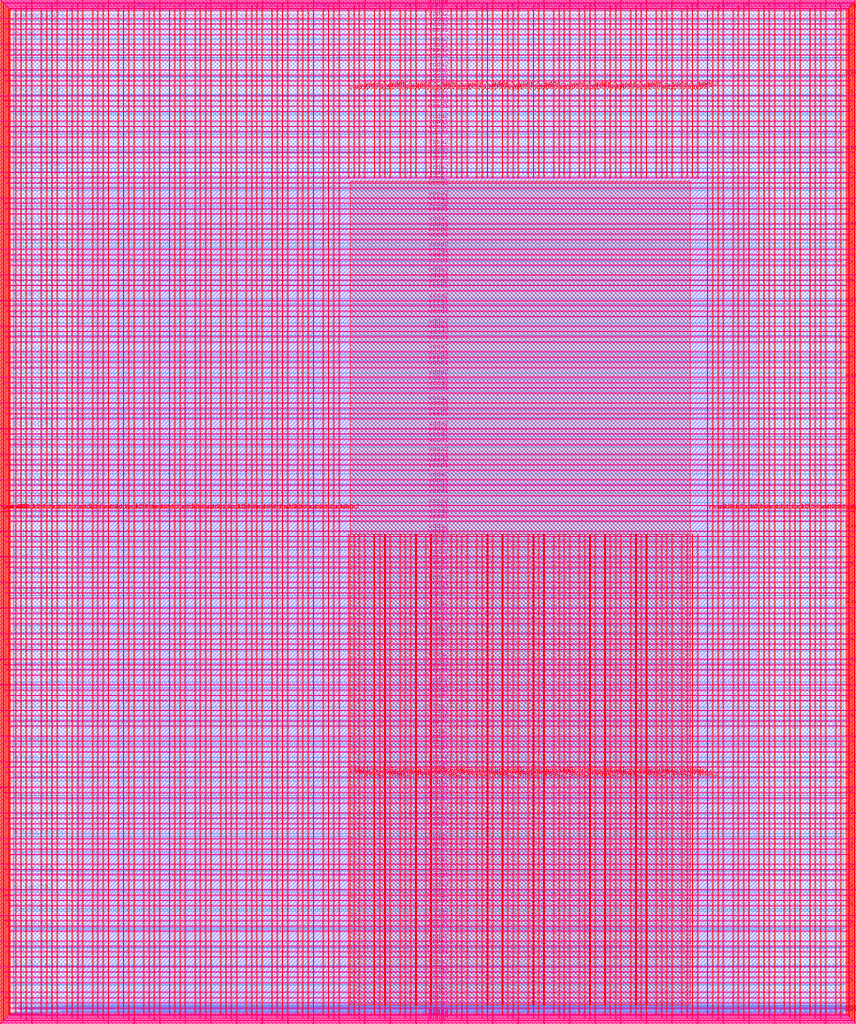
<source format=lef>
VERSION 5.7 ;
  NOWIREEXTENSIONATPIN ON ;
  DIVIDERCHAR "/" ;
  BUSBITCHARS "[]" ;
MACRO user_project_wrapper
  CLASS BLOCK ;
  FOREIGN user_project_wrapper ;
  ORIGIN 0.000 0.000 ;
  SIZE 2920.000 BY 3520.000 ;
  PIN analog_io[0]
    DIRECTION INOUT ;
    USE SIGNAL ;
    PORT
      LAYER met3 ;
        RECT 2917.600 1426.380 2924.800 1427.580 ;
    END
  END analog_io[0]
  PIN analog_io[10]
    DIRECTION INOUT ;
    USE SIGNAL ;
    PORT
      LAYER met2 ;
        RECT 2230.490 3517.600 2231.050 3524.800 ;
    END
  END analog_io[10]
  PIN analog_io[11]
    DIRECTION INOUT ;
    USE SIGNAL ;
    PORT
      LAYER met2 ;
        RECT 1905.730 3517.600 1906.290 3524.800 ;
    END
  END analog_io[11]
  PIN analog_io[12]
    DIRECTION INOUT ;
    USE SIGNAL ;
    PORT
      LAYER met2 ;
        RECT 1581.430 3517.600 1581.990 3524.800 ;
    END
  END analog_io[12]
  PIN analog_io[13]
    DIRECTION INOUT ;
    USE SIGNAL ;
    PORT
      LAYER met2 ;
        RECT 1257.130 3517.600 1257.690 3524.800 ;
    END
  END analog_io[13]
  PIN analog_io[14]
    DIRECTION INOUT ;
    USE SIGNAL ;
    PORT
      LAYER met2 ;
        RECT 932.370 3517.600 932.930 3524.800 ;
    END
  END analog_io[14]
  PIN analog_io[15]
    DIRECTION INOUT ;
    USE SIGNAL ;
    PORT
      LAYER met2 ;
        RECT 608.070 3517.600 608.630 3524.800 ;
    END
  END analog_io[15]
  PIN analog_io[16]
    DIRECTION INOUT ;
    USE SIGNAL ;
    PORT
      LAYER met2 ;
        RECT 283.770 3517.600 284.330 3524.800 ;
    END
  END analog_io[16]
  PIN analog_io[17]
    DIRECTION INOUT ;
    USE SIGNAL ;
    PORT
      LAYER met3 ;
        RECT -4.800 3486.100 2.400 3487.300 ;
    END
  END analog_io[17]
  PIN analog_io[18]
    DIRECTION INOUT ;
    USE SIGNAL ;
    PORT
      LAYER met3 ;
        RECT -4.800 3224.980 2.400 3226.180 ;
    END
  END analog_io[18]
  PIN analog_io[19]
    DIRECTION INOUT ;
    USE SIGNAL ;
    PORT
      LAYER met3 ;
        RECT -4.800 2964.540 2.400 2965.740 ;
    END
  END analog_io[19]
  PIN analog_io[1]
    DIRECTION INOUT ;
    USE SIGNAL ;
    PORT
      LAYER met3 ;
        RECT 2917.600 1692.260 2924.800 1693.460 ;
    END
  END analog_io[1]
  PIN analog_io[20]
    DIRECTION INOUT ;
    USE SIGNAL ;
    PORT
      LAYER met3 ;
        RECT -4.800 2703.420 2.400 2704.620 ;
    END
  END analog_io[20]
  PIN analog_io[21]
    DIRECTION INOUT ;
    USE SIGNAL ;
    PORT
      LAYER met3 ;
        RECT -4.800 2442.980 2.400 2444.180 ;
    END
  END analog_io[21]
  PIN analog_io[22]
    DIRECTION INOUT ;
    USE SIGNAL ;
    PORT
      LAYER met3 ;
        RECT -4.800 2182.540 2.400 2183.740 ;
    END
  END analog_io[22]
  PIN analog_io[23]
    DIRECTION INOUT ;
    USE SIGNAL ;
    PORT
      LAYER met3 ;
        RECT -4.800 1921.420 2.400 1922.620 ;
    END
  END analog_io[23]
  PIN analog_io[24]
    DIRECTION INOUT ;
    USE SIGNAL ;
    PORT
      LAYER met3 ;
        RECT -4.800 1660.980 2.400 1662.180 ;
    END
  END analog_io[24]
  PIN analog_io[25]
    DIRECTION INOUT ;
    USE SIGNAL ;
    PORT
      LAYER met3 ;
        RECT -4.800 1399.860 2.400 1401.060 ;
    END
  END analog_io[25]
  PIN analog_io[26]
    DIRECTION INOUT ;
    USE SIGNAL ;
    PORT
      LAYER met3 ;
        RECT -4.800 1139.420 2.400 1140.620 ;
    END
  END analog_io[26]
  PIN analog_io[27]
    DIRECTION INOUT ;
    USE SIGNAL ;
    PORT
      LAYER met3 ;
        RECT -4.800 878.980 2.400 880.180 ;
    END
  END analog_io[27]
  PIN analog_io[28]
    DIRECTION INOUT ;
    USE SIGNAL ;
    PORT
      LAYER met3 ;
        RECT -4.800 617.860 2.400 619.060 ;
    END
  END analog_io[28]
  PIN analog_io[2]
    DIRECTION INOUT ;
    USE SIGNAL ;
    PORT
      LAYER met3 ;
        RECT 2917.600 1958.140 2924.800 1959.340 ;
    END
  END analog_io[2]
  PIN analog_io[3]
    DIRECTION INOUT ;
    USE SIGNAL ;
    PORT
      LAYER met3 ;
        RECT 2917.600 2223.340 2924.800 2224.540 ;
    END
  END analog_io[3]
  PIN analog_io[4]
    DIRECTION INOUT ;
    USE SIGNAL ;
    PORT
      LAYER met3 ;
        RECT 2917.600 2489.220 2924.800 2490.420 ;
    END
  END analog_io[4]
  PIN analog_io[5]
    DIRECTION INOUT ;
    USE SIGNAL ;
    PORT
      LAYER met3 ;
        RECT 2917.600 2755.100 2924.800 2756.300 ;
    END
  END analog_io[5]
  PIN analog_io[6]
    DIRECTION INOUT ;
    USE SIGNAL ;
    PORT
      LAYER met3 ;
        RECT 2917.600 3020.300 2924.800 3021.500 ;
    END
  END analog_io[6]
  PIN analog_io[7]
    DIRECTION INOUT ;
    USE SIGNAL ;
    PORT
      LAYER met3 ;
        RECT 2917.600 3286.180 2924.800 3287.380 ;
    END
  END analog_io[7]
  PIN analog_io[8]
    DIRECTION INOUT ;
    USE SIGNAL ;
    PORT
      LAYER met2 ;
        RECT 2879.090 3517.600 2879.650 3524.800 ;
    END
  END analog_io[8]
  PIN analog_io[9]
    DIRECTION INOUT ;
    USE SIGNAL ;
    PORT
      LAYER met2 ;
        RECT 2554.790 3517.600 2555.350 3524.800 ;
    END
  END analog_io[9]
  PIN io_in[0]
    DIRECTION INPUT ;
    USE SIGNAL ;
    PORT
      LAYER met3 ;
        RECT 2917.600 32.380 2924.800 33.580 ;
    END
  END io_in[0]
  PIN io_in[10]
    DIRECTION INPUT ;
    USE SIGNAL ;
    PORT
      LAYER met3 ;
        RECT 2917.600 2289.980 2924.800 2291.180 ;
    END
  END io_in[10]
  PIN io_in[11]
    DIRECTION INPUT ;
    USE SIGNAL ;
    PORT
      LAYER met3 ;
        RECT 2917.600 2555.860 2924.800 2557.060 ;
    END
  END io_in[11]
  PIN io_in[12]
    DIRECTION INPUT ;
    USE SIGNAL ;
    PORT
      LAYER met3 ;
        RECT 2917.600 2821.060 2924.800 2822.260 ;
    END
  END io_in[12]
  PIN io_in[13]
    DIRECTION INPUT ;
    USE SIGNAL ;
    PORT
      LAYER met3 ;
        RECT 2917.600 3086.940 2924.800 3088.140 ;
    END
  END io_in[13]
  PIN io_in[14]
    DIRECTION INPUT ;
    USE SIGNAL ;
    PORT
      LAYER met3 ;
        RECT 2917.600 3352.820 2924.800 3354.020 ;
    END
  END io_in[14]
  PIN io_in[15]
    DIRECTION INPUT ;
    USE SIGNAL ;
    PORT
      LAYER met2 ;
        RECT 2798.130 3517.600 2798.690 3524.800 ;
    END
  END io_in[15]
  PIN io_in[16]
    DIRECTION INPUT ;
    USE SIGNAL ;
    PORT
      LAYER met2 ;
        RECT 2473.830 3517.600 2474.390 3524.800 ;
    END
  END io_in[16]
  PIN io_in[17]
    DIRECTION INPUT ;
    USE SIGNAL ;
    PORT
      LAYER met2 ;
        RECT 2149.070 3517.600 2149.630 3524.800 ;
    END
  END io_in[17]
  PIN io_in[18]
    DIRECTION INPUT ;
    USE SIGNAL ;
    PORT
      LAYER met2 ;
        RECT 1824.770 3517.600 1825.330 3524.800 ;
    END
  END io_in[18]
  PIN io_in[19]
    DIRECTION INPUT ;
    USE SIGNAL ;
    PORT
      LAYER met2 ;
        RECT 1500.470 3517.600 1501.030 3524.800 ;
    END
  END io_in[19]
  PIN io_in[1]
    DIRECTION INPUT ;
    USE SIGNAL ;
    PORT
      LAYER met3 ;
        RECT 2917.600 230.940 2924.800 232.140 ;
    END
  END io_in[1]
  PIN io_in[20]
    DIRECTION INPUT ;
    USE SIGNAL ;
    PORT
      LAYER met2 ;
        RECT 1175.710 3517.600 1176.270 3524.800 ;
    END
  END io_in[20]
  PIN io_in[21]
    DIRECTION INPUT ;
    USE SIGNAL ;
    PORT
      LAYER met2 ;
        RECT 851.410 3517.600 851.970 3524.800 ;
    END
  END io_in[21]
  PIN io_in[22]
    DIRECTION INPUT ;
    USE SIGNAL ;
    PORT
      LAYER met2 ;
        RECT 527.110 3517.600 527.670 3524.800 ;
    END
  END io_in[22]
  PIN io_in[23]
    DIRECTION INPUT ;
    USE SIGNAL ;
    PORT
      LAYER met2 ;
        RECT 202.350 3517.600 202.910 3524.800 ;
    END
  END io_in[23]
  PIN io_in[24]
    DIRECTION INPUT ;
    USE SIGNAL ;
    PORT
      LAYER met3 ;
        RECT -4.800 3420.820 2.400 3422.020 ;
    END
  END io_in[24]
  PIN io_in[25]
    DIRECTION INPUT ;
    USE SIGNAL ;
    PORT
      LAYER met3 ;
        RECT -4.800 3159.700 2.400 3160.900 ;
    END
  END io_in[25]
  PIN io_in[26]
    DIRECTION INPUT ;
    USE SIGNAL ;
    PORT
      LAYER met3 ;
        RECT -4.800 2899.260 2.400 2900.460 ;
    END
  END io_in[26]
  PIN io_in[27]
    DIRECTION INPUT ;
    USE SIGNAL ;
    PORT
      LAYER met3 ;
        RECT -4.800 2638.820 2.400 2640.020 ;
    END
  END io_in[27]
  PIN io_in[28]
    DIRECTION INPUT ;
    USE SIGNAL ;
    PORT
      LAYER met3 ;
        RECT -4.800 2377.700 2.400 2378.900 ;
    END
  END io_in[28]
  PIN io_in[29]
    DIRECTION INPUT ;
    USE SIGNAL ;
    PORT
      LAYER met3 ;
        RECT -4.800 2117.260 2.400 2118.460 ;
    END
  END io_in[29]
  PIN io_in[2]
    DIRECTION INPUT ;
    USE SIGNAL ;
    PORT
      LAYER met3 ;
        RECT 2917.600 430.180 2924.800 431.380 ;
    END
  END io_in[2]
  PIN io_in[30]
    DIRECTION INPUT ;
    USE SIGNAL ;
    PORT
      LAYER met3 ;
        RECT -4.800 1856.140 2.400 1857.340 ;
    END
  END io_in[30]
  PIN io_in[31]
    DIRECTION INPUT ;
    USE SIGNAL ;
    PORT
      LAYER met3 ;
        RECT -4.800 1595.700 2.400 1596.900 ;
    END
  END io_in[31]
  PIN io_in[32]
    DIRECTION INPUT ;
    USE SIGNAL ;
    PORT
      LAYER met3 ;
        RECT -4.800 1335.260 2.400 1336.460 ;
    END
  END io_in[32]
  PIN io_in[33]
    DIRECTION INPUT ;
    USE SIGNAL ;
    PORT
      LAYER met3 ;
        RECT -4.800 1074.140 2.400 1075.340 ;
    END
  END io_in[33]
  PIN io_in[34]
    DIRECTION INPUT ;
    USE SIGNAL ;
    PORT
      LAYER met3 ;
        RECT -4.800 813.700 2.400 814.900 ;
    END
  END io_in[34]
  PIN io_in[35]
    DIRECTION INPUT ;
    USE SIGNAL ;
    PORT
      LAYER met3 ;
        RECT -4.800 552.580 2.400 553.780 ;
    END
  END io_in[35]
  PIN io_in[36]
    DIRECTION INPUT ;
    USE SIGNAL ;
    PORT
      LAYER met3 ;
        RECT -4.800 357.420 2.400 358.620 ;
    END
  END io_in[36]
  PIN io_in[37]
    DIRECTION INPUT ;
    USE SIGNAL ;
    PORT
      LAYER met3 ;
        RECT -4.800 161.580 2.400 162.780 ;
    END
  END io_in[37]
  PIN io_in[3]
    DIRECTION INPUT ;
    USE SIGNAL ;
    PORT
      LAYER met3 ;
        RECT 2917.600 629.420 2924.800 630.620 ;
    END
  END io_in[3]
  PIN io_in[4]
    DIRECTION INPUT ;
    USE SIGNAL ;
    PORT
      LAYER met3 ;
        RECT 2917.600 828.660 2924.800 829.860 ;
    END
  END io_in[4]
  PIN io_in[5]
    DIRECTION INPUT ;
    USE SIGNAL ;
    PORT
      LAYER met3 ;
        RECT 2917.600 1027.900 2924.800 1029.100 ;
    END
  END io_in[5]
  PIN io_in[6]
    DIRECTION INPUT ;
    USE SIGNAL ;
    PORT
      LAYER met3 ;
        RECT 2917.600 1227.140 2924.800 1228.340 ;
    END
  END io_in[6]
  PIN io_in[7]
    DIRECTION INPUT ;
    USE SIGNAL ;
    PORT
      LAYER met3 ;
        RECT 2917.600 1493.020 2924.800 1494.220 ;
    END
  END io_in[7]
  PIN io_in[8]
    DIRECTION INPUT ;
    USE SIGNAL ;
    PORT
      LAYER met3 ;
        RECT 2917.600 1758.900 2924.800 1760.100 ;
    END
  END io_in[8]
  PIN io_in[9]
    DIRECTION INPUT ;
    USE SIGNAL ;
    PORT
      LAYER met3 ;
        RECT 2917.600 2024.100 2924.800 2025.300 ;
    END
  END io_in[9]
  PIN io_oeb[0]
    DIRECTION OUTPUT TRISTATE ;
    USE SIGNAL ;
    PORT
      LAYER met3 ;
        RECT 2917.600 164.980 2924.800 166.180 ;
    END
  END io_oeb[0]
  PIN io_oeb[10]
    DIRECTION OUTPUT TRISTATE ;
    USE SIGNAL ;
    PORT
      LAYER met3 ;
        RECT 2917.600 2422.580 2924.800 2423.780 ;
    END
  END io_oeb[10]
  PIN io_oeb[11]
    DIRECTION OUTPUT TRISTATE ;
    USE SIGNAL ;
    PORT
      LAYER met3 ;
        RECT 2917.600 2688.460 2924.800 2689.660 ;
    END
  END io_oeb[11]
  PIN io_oeb[12]
    DIRECTION OUTPUT TRISTATE ;
    USE SIGNAL ;
    PORT
      LAYER met3 ;
        RECT 2917.600 2954.340 2924.800 2955.540 ;
    END
  END io_oeb[12]
  PIN io_oeb[13]
    DIRECTION OUTPUT TRISTATE ;
    USE SIGNAL ;
    PORT
      LAYER met3 ;
        RECT 2917.600 3219.540 2924.800 3220.740 ;
    END
  END io_oeb[13]
  PIN io_oeb[14]
    DIRECTION OUTPUT TRISTATE ;
    USE SIGNAL ;
    PORT
      LAYER met3 ;
        RECT 2917.600 3485.420 2924.800 3486.620 ;
    END
  END io_oeb[14]
  PIN io_oeb[15]
    DIRECTION OUTPUT TRISTATE ;
    USE SIGNAL ;
    PORT
      LAYER met2 ;
        RECT 2635.750 3517.600 2636.310 3524.800 ;
    END
  END io_oeb[15]
  PIN io_oeb[16]
    DIRECTION OUTPUT TRISTATE ;
    USE SIGNAL ;
    PORT
      LAYER met2 ;
        RECT 2311.450 3517.600 2312.010 3524.800 ;
    END
  END io_oeb[16]
  PIN io_oeb[17]
    DIRECTION OUTPUT TRISTATE ;
    USE SIGNAL ;
    PORT
      LAYER met2 ;
        RECT 1987.150 3517.600 1987.710 3524.800 ;
    END
  END io_oeb[17]
  PIN io_oeb[18]
    DIRECTION OUTPUT TRISTATE ;
    USE SIGNAL ;
    PORT
      LAYER met2 ;
        RECT 1662.390 3517.600 1662.950 3524.800 ;
    END
  END io_oeb[18]
  PIN io_oeb[19]
    DIRECTION OUTPUT TRISTATE ;
    USE SIGNAL ;
    PORT
      LAYER met2 ;
        RECT 1338.090 3517.600 1338.650 3524.800 ;
    END
  END io_oeb[19]
  PIN io_oeb[1]
    DIRECTION OUTPUT TRISTATE ;
    USE SIGNAL ;
    PORT
      LAYER met3 ;
        RECT 2917.600 364.220 2924.800 365.420 ;
    END
  END io_oeb[1]
  PIN io_oeb[20]
    DIRECTION OUTPUT TRISTATE ;
    USE SIGNAL ;
    PORT
      LAYER met2 ;
        RECT 1013.790 3517.600 1014.350 3524.800 ;
    END
  END io_oeb[20]
  PIN io_oeb[21]
    DIRECTION OUTPUT TRISTATE ;
    USE SIGNAL ;
    PORT
      LAYER met2 ;
        RECT 689.030 3517.600 689.590 3524.800 ;
    END
  END io_oeb[21]
  PIN io_oeb[22]
    DIRECTION OUTPUT TRISTATE ;
    USE SIGNAL ;
    PORT
      LAYER met2 ;
        RECT 364.730 3517.600 365.290 3524.800 ;
    END
  END io_oeb[22]
  PIN io_oeb[23]
    DIRECTION OUTPUT TRISTATE ;
    USE SIGNAL ;
    PORT
      LAYER met2 ;
        RECT 40.430 3517.600 40.990 3524.800 ;
    END
  END io_oeb[23]
  PIN io_oeb[24]
    DIRECTION OUTPUT TRISTATE ;
    USE SIGNAL ;
    PORT
      LAYER met3 ;
        RECT -4.800 3290.260 2.400 3291.460 ;
    END
  END io_oeb[24]
  PIN io_oeb[25]
    DIRECTION OUTPUT TRISTATE ;
    USE SIGNAL ;
    PORT
      LAYER met3 ;
        RECT -4.800 3029.820 2.400 3031.020 ;
    END
  END io_oeb[25]
  PIN io_oeb[26]
    DIRECTION OUTPUT TRISTATE ;
    USE SIGNAL ;
    PORT
      LAYER met3 ;
        RECT -4.800 2768.700 2.400 2769.900 ;
    END
  END io_oeb[26]
  PIN io_oeb[27]
    DIRECTION OUTPUT TRISTATE ;
    USE SIGNAL ;
    PORT
      LAYER met3 ;
        RECT -4.800 2508.260 2.400 2509.460 ;
    END
  END io_oeb[27]
  PIN io_oeb[28]
    DIRECTION OUTPUT TRISTATE ;
    USE SIGNAL ;
    PORT
      LAYER met3 ;
        RECT -4.800 2247.140 2.400 2248.340 ;
    END
  END io_oeb[28]
  PIN io_oeb[29]
    DIRECTION OUTPUT TRISTATE ;
    USE SIGNAL ;
    PORT
      LAYER met3 ;
        RECT -4.800 1986.700 2.400 1987.900 ;
    END
  END io_oeb[29]
  PIN io_oeb[2]
    DIRECTION OUTPUT TRISTATE ;
    USE SIGNAL ;
    PORT
      LAYER met3 ;
        RECT 2917.600 563.460 2924.800 564.660 ;
    END
  END io_oeb[2]
  PIN io_oeb[30]
    DIRECTION OUTPUT TRISTATE ;
    USE SIGNAL ;
    PORT
      LAYER met3 ;
        RECT -4.800 1726.260 2.400 1727.460 ;
    END
  END io_oeb[30]
  PIN io_oeb[31]
    DIRECTION OUTPUT TRISTATE ;
    USE SIGNAL ;
    PORT
      LAYER met3 ;
        RECT -4.800 1465.140 2.400 1466.340 ;
    END
  END io_oeb[31]
  PIN io_oeb[32]
    DIRECTION OUTPUT TRISTATE ;
    USE SIGNAL ;
    PORT
      LAYER met3 ;
        RECT -4.800 1204.700 2.400 1205.900 ;
    END
  END io_oeb[32]
  PIN io_oeb[33]
    DIRECTION OUTPUT TRISTATE ;
    USE SIGNAL ;
    PORT
      LAYER met3 ;
        RECT -4.800 943.580 2.400 944.780 ;
    END
  END io_oeb[33]
  PIN io_oeb[34]
    DIRECTION OUTPUT TRISTATE ;
    USE SIGNAL ;
    PORT
      LAYER met3 ;
        RECT -4.800 683.140 2.400 684.340 ;
    END
  END io_oeb[34]
  PIN io_oeb[35]
    DIRECTION OUTPUT TRISTATE ;
    USE SIGNAL ;
    PORT
      LAYER met3 ;
        RECT -4.800 422.700 2.400 423.900 ;
    END
  END io_oeb[35]
  PIN io_oeb[36]
    DIRECTION OUTPUT TRISTATE ;
    USE SIGNAL ;
    PORT
      LAYER met3 ;
        RECT -4.800 226.860 2.400 228.060 ;
    END
  END io_oeb[36]
  PIN io_oeb[37]
    DIRECTION OUTPUT TRISTATE ;
    USE SIGNAL ;
    PORT
      LAYER met3 ;
        RECT -4.800 31.700 2.400 32.900 ;
    END
  END io_oeb[37]
  PIN io_oeb[3]
    DIRECTION OUTPUT TRISTATE ;
    USE SIGNAL ;
    PORT
      LAYER met3 ;
        RECT 2917.600 762.700 2924.800 763.900 ;
    END
  END io_oeb[3]
  PIN io_oeb[4]
    DIRECTION OUTPUT TRISTATE ;
    USE SIGNAL ;
    PORT
      LAYER met3 ;
        RECT 2917.600 961.940 2924.800 963.140 ;
    END
  END io_oeb[4]
  PIN io_oeb[5]
    DIRECTION OUTPUT TRISTATE ;
    USE SIGNAL ;
    PORT
      LAYER met3 ;
        RECT 2917.600 1161.180 2924.800 1162.380 ;
    END
  END io_oeb[5]
  PIN io_oeb[6]
    DIRECTION OUTPUT TRISTATE ;
    USE SIGNAL ;
    PORT
      LAYER met3 ;
        RECT 2917.600 1360.420 2924.800 1361.620 ;
    END
  END io_oeb[6]
  PIN io_oeb[7]
    DIRECTION OUTPUT TRISTATE ;
    USE SIGNAL ;
    PORT
      LAYER met3 ;
        RECT 2917.600 1625.620 2924.800 1626.820 ;
    END
  END io_oeb[7]
  PIN io_oeb[8]
    DIRECTION OUTPUT TRISTATE ;
    USE SIGNAL ;
    PORT
      LAYER met3 ;
        RECT 2917.600 1891.500 2924.800 1892.700 ;
    END
  END io_oeb[8]
  PIN io_oeb[9]
    DIRECTION OUTPUT TRISTATE ;
    USE SIGNAL ;
    PORT
      LAYER met3 ;
        RECT 2917.600 2157.380 2924.800 2158.580 ;
    END
  END io_oeb[9]
  PIN io_out[0]
    DIRECTION OUTPUT TRISTATE ;
    USE SIGNAL ;
    PORT
      LAYER met3 ;
        RECT 2917.600 98.340 2924.800 99.540 ;
    END
  END io_out[0]
  PIN io_out[10]
    DIRECTION OUTPUT TRISTATE ;
    USE SIGNAL ;
    PORT
      LAYER met3 ;
        RECT 2917.600 2356.620 2924.800 2357.820 ;
    END
  END io_out[10]
  PIN io_out[11]
    DIRECTION OUTPUT TRISTATE ;
    USE SIGNAL ;
    PORT
      LAYER met3 ;
        RECT 2917.600 2621.820 2924.800 2623.020 ;
    END
  END io_out[11]
  PIN io_out[12]
    DIRECTION OUTPUT TRISTATE ;
    USE SIGNAL ;
    PORT
      LAYER met3 ;
        RECT 2917.600 2887.700 2924.800 2888.900 ;
    END
  END io_out[12]
  PIN io_out[13]
    DIRECTION OUTPUT TRISTATE ;
    USE SIGNAL ;
    PORT
      LAYER met3 ;
        RECT 2917.600 3153.580 2924.800 3154.780 ;
    END
  END io_out[13]
  PIN io_out[14]
    DIRECTION OUTPUT TRISTATE ;
    USE SIGNAL ;
    PORT
      LAYER met3 ;
        RECT 2917.600 3418.780 2924.800 3419.980 ;
    END
  END io_out[14]
  PIN io_out[15]
    DIRECTION OUTPUT TRISTATE ;
    USE SIGNAL ;
    PORT
      LAYER met2 ;
        RECT 2717.170 3517.600 2717.730 3524.800 ;
    END
  END io_out[15]
  PIN io_out[16]
    DIRECTION OUTPUT TRISTATE ;
    USE SIGNAL ;
    PORT
      LAYER met2 ;
        RECT 2392.410 3517.600 2392.970 3524.800 ;
    END
  END io_out[16]
  PIN io_out[17]
    DIRECTION OUTPUT TRISTATE ;
    USE SIGNAL ;
    PORT
      LAYER met2 ;
        RECT 2068.110 3517.600 2068.670 3524.800 ;
    END
  END io_out[17]
  PIN io_out[18]
    DIRECTION OUTPUT TRISTATE ;
    USE SIGNAL ;
    PORT
      LAYER met2 ;
        RECT 1743.810 3517.600 1744.370 3524.800 ;
    END
  END io_out[18]
  PIN io_out[19]
    DIRECTION OUTPUT TRISTATE ;
    USE SIGNAL ;
    PORT
      LAYER met2 ;
        RECT 1419.050 3517.600 1419.610 3524.800 ;
    END
  END io_out[19]
  PIN io_out[1]
    DIRECTION OUTPUT TRISTATE ;
    USE SIGNAL ;
    PORT
      LAYER met3 ;
        RECT 2917.600 297.580 2924.800 298.780 ;
    END
  END io_out[1]
  PIN io_out[20]
    DIRECTION OUTPUT TRISTATE ;
    USE SIGNAL ;
    PORT
      LAYER met2 ;
        RECT 1094.750 3517.600 1095.310 3524.800 ;
    END
  END io_out[20]
  PIN io_out[21]
    DIRECTION OUTPUT TRISTATE ;
    USE SIGNAL ;
    PORT
      LAYER met2 ;
        RECT 770.450 3517.600 771.010 3524.800 ;
    END
  END io_out[21]
  PIN io_out[22]
    DIRECTION OUTPUT TRISTATE ;
    USE SIGNAL ;
    PORT
      LAYER met2 ;
        RECT 445.690 3517.600 446.250 3524.800 ;
    END
  END io_out[22]
  PIN io_out[23]
    DIRECTION OUTPUT TRISTATE ;
    USE SIGNAL ;
    PORT
      LAYER met2 ;
        RECT 121.390 3517.600 121.950 3524.800 ;
    END
  END io_out[23]
  PIN io_out[24]
    DIRECTION OUTPUT TRISTATE ;
    USE SIGNAL ;
    PORT
      LAYER met3 ;
        RECT -4.800 3355.540 2.400 3356.740 ;
    END
  END io_out[24]
  PIN io_out[25]
    DIRECTION OUTPUT TRISTATE ;
    USE SIGNAL ;
    PORT
      LAYER met3 ;
        RECT -4.800 3095.100 2.400 3096.300 ;
    END
  END io_out[25]
  PIN io_out[26]
    DIRECTION OUTPUT TRISTATE ;
    USE SIGNAL ;
    PORT
      LAYER met3 ;
        RECT -4.800 2833.980 2.400 2835.180 ;
    END
  END io_out[26]
  PIN io_out[27]
    DIRECTION OUTPUT TRISTATE ;
    USE SIGNAL ;
    PORT
      LAYER met3 ;
        RECT -4.800 2573.540 2.400 2574.740 ;
    END
  END io_out[27]
  PIN io_out[28]
    DIRECTION OUTPUT TRISTATE ;
    USE SIGNAL ;
    PORT
      LAYER met3 ;
        RECT -4.800 2312.420 2.400 2313.620 ;
    END
  END io_out[28]
  PIN io_out[29]
    DIRECTION OUTPUT TRISTATE ;
    USE SIGNAL ;
    PORT
      LAYER met3 ;
        RECT -4.800 2051.980 2.400 2053.180 ;
    END
  END io_out[29]
  PIN io_out[2]
    DIRECTION OUTPUT TRISTATE ;
    USE SIGNAL ;
    PORT
      LAYER met3 ;
        RECT 2917.600 496.820 2924.800 498.020 ;
    END
  END io_out[2]
  PIN io_out[30]
    DIRECTION OUTPUT TRISTATE ;
    USE SIGNAL ;
    PORT
      LAYER met3 ;
        RECT -4.800 1791.540 2.400 1792.740 ;
    END
  END io_out[30]
  PIN io_out[31]
    DIRECTION OUTPUT TRISTATE ;
    USE SIGNAL ;
    PORT
      LAYER met3 ;
        RECT -4.800 1530.420 2.400 1531.620 ;
    END
  END io_out[31]
  PIN io_out[32]
    DIRECTION OUTPUT TRISTATE ;
    USE SIGNAL ;
    PORT
      LAYER met3 ;
        RECT -4.800 1269.980 2.400 1271.180 ;
    END
  END io_out[32]
  PIN io_out[33]
    DIRECTION OUTPUT TRISTATE ;
    USE SIGNAL ;
    PORT
      LAYER met3 ;
        RECT -4.800 1008.860 2.400 1010.060 ;
    END
  END io_out[33]
  PIN io_out[34]
    DIRECTION OUTPUT TRISTATE ;
    USE SIGNAL ;
    PORT
      LAYER met3 ;
        RECT -4.800 748.420 2.400 749.620 ;
    END
  END io_out[34]
  PIN io_out[35]
    DIRECTION OUTPUT TRISTATE ;
    USE SIGNAL ;
    PORT
      LAYER met3 ;
        RECT -4.800 487.300 2.400 488.500 ;
    END
  END io_out[35]
  PIN io_out[36]
    DIRECTION OUTPUT TRISTATE ;
    USE SIGNAL ;
    PORT
      LAYER met3 ;
        RECT -4.800 292.140 2.400 293.340 ;
    END
  END io_out[36]
  PIN io_out[37]
    DIRECTION OUTPUT TRISTATE ;
    USE SIGNAL ;
    PORT
      LAYER met3 ;
        RECT -4.800 96.300 2.400 97.500 ;
    END
  END io_out[37]
  PIN io_out[3]
    DIRECTION OUTPUT TRISTATE ;
    USE SIGNAL ;
    PORT
      LAYER met3 ;
        RECT 2917.600 696.060 2924.800 697.260 ;
    END
  END io_out[3]
  PIN io_out[4]
    DIRECTION OUTPUT TRISTATE ;
    USE SIGNAL ;
    PORT
      LAYER met3 ;
        RECT 2917.600 895.300 2924.800 896.500 ;
    END
  END io_out[4]
  PIN io_out[5]
    DIRECTION OUTPUT TRISTATE ;
    USE SIGNAL ;
    PORT
      LAYER met3 ;
        RECT 2917.600 1094.540 2924.800 1095.740 ;
    END
  END io_out[5]
  PIN io_out[6]
    DIRECTION OUTPUT TRISTATE ;
    USE SIGNAL ;
    PORT
      LAYER met3 ;
        RECT 2917.600 1293.780 2924.800 1294.980 ;
    END
  END io_out[6]
  PIN io_out[7]
    DIRECTION OUTPUT TRISTATE ;
    USE SIGNAL ;
    PORT
      LAYER met3 ;
        RECT 2917.600 1559.660 2924.800 1560.860 ;
    END
  END io_out[7]
  PIN io_out[8]
    DIRECTION OUTPUT TRISTATE ;
    USE SIGNAL ;
    PORT
      LAYER met3 ;
        RECT 2917.600 1824.860 2924.800 1826.060 ;
    END
  END io_out[8]
  PIN io_out[9]
    DIRECTION OUTPUT TRISTATE ;
    USE SIGNAL ;
    PORT
      LAYER met3 ;
        RECT 2917.600 2090.740 2924.800 2091.940 ;
    END
  END io_out[9]
  PIN la_data_in[0]
    DIRECTION INPUT ;
    USE SIGNAL ;
    PORT
      LAYER met2 ;
        RECT 629.230 -4.800 629.790 2.400 ;
    END
  END la_data_in[0]
  PIN la_data_in[100]
    DIRECTION INPUT ;
    USE SIGNAL ;
    PORT
      LAYER met2 ;
        RECT 2402.530 -4.800 2403.090 2.400 ;
    END
  END la_data_in[100]
  PIN la_data_in[101]
    DIRECTION INPUT ;
    USE SIGNAL ;
    PORT
      LAYER met2 ;
        RECT 2420.010 -4.800 2420.570 2.400 ;
    END
  END la_data_in[101]
  PIN la_data_in[102]
    DIRECTION INPUT ;
    USE SIGNAL ;
    PORT
      LAYER met2 ;
        RECT 2437.950 -4.800 2438.510 2.400 ;
    END
  END la_data_in[102]
  PIN la_data_in[103]
    DIRECTION INPUT ;
    USE SIGNAL ;
    PORT
      LAYER met2 ;
        RECT 2455.430 -4.800 2455.990 2.400 ;
    END
  END la_data_in[103]
  PIN la_data_in[104]
    DIRECTION INPUT ;
    USE SIGNAL ;
    PORT
      LAYER met2 ;
        RECT 2473.370 -4.800 2473.930 2.400 ;
    END
  END la_data_in[104]
  PIN la_data_in[105]
    DIRECTION INPUT ;
    USE SIGNAL ;
    PORT
      LAYER met2 ;
        RECT 2490.850 -4.800 2491.410 2.400 ;
    END
  END la_data_in[105]
  PIN la_data_in[106]
    DIRECTION INPUT ;
    USE SIGNAL ;
    PORT
      LAYER met2 ;
        RECT 2508.790 -4.800 2509.350 2.400 ;
    END
  END la_data_in[106]
  PIN la_data_in[107]
    DIRECTION INPUT ;
    USE SIGNAL ;
    PORT
      LAYER met2 ;
        RECT 2526.730 -4.800 2527.290 2.400 ;
    END
  END la_data_in[107]
  PIN la_data_in[108]
    DIRECTION INPUT ;
    USE SIGNAL ;
    PORT
      LAYER met2 ;
        RECT 2544.210 -4.800 2544.770 2.400 ;
    END
  END la_data_in[108]
  PIN la_data_in[109]
    DIRECTION INPUT ;
    USE SIGNAL ;
    PORT
      LAYER met2 ;
        RECT 2562.150 -4.800 2562.710 2.400 ;
    END
  END la_data_in[109]
  PIN la_data_in[10]
    DIRECTION INPUT ;
    USE SIGNAL ;
    PORT
      LAYER met2 ;
        RECT 806.330 -4.800 806.890 2.400 ;
    END
  END la_data_in[10]
  PIN la_data_in[110]
    DIRECTION INPUT ;
    USE SIGNAL ;
    PORT
      LAYER met2 ;
        RECT 2579.630 -4.800 2580.190 2.400 ;
    END
  END la_data_in[110]
  PIN la_data_in[111]
    DIRECTION INPUT ;
    USE SIGNAL ;
    PORT
      LAYER met2 ;
        RECT 2597.570 -4.800 2598.130 2.400 ;
    END
  END la_data_in[111]
  PIN la_data_in[112]
    DIRECTION INPUT ;
    USE SIGNAL ;
    PORT
      LAYER met2 ;
        RECT 2615.050 -4.800 2615.610 2.400 ;
    END
  END la_data_in[112]
  PIN la_data_in[113]
    DIRECTION INPUT ;
    USE SIGNAL ;
    PORT
      LAYER met2 ;
        RECT 2632.990 -4.800 2633.550 2.400 ;
    END
  END la_data_in[113]
  PIN la_data_in[114]
    DIRECTION INPUT ;
    USE SIGNAL ;
    PORT
      LAYER met2 ;
        RECT 2650.470 -4.800 2651.030 2.400 ;
    END
  END la_data_in[114]
  PIN la_data_in[115]
    DIRECTION INPUT ;
    USE SIGNAL ;
    PORT
      LAYER met2 ;
        RECT 2668.410 -4.800 2668.970 2.400 ;
    END
  END la_data_in[115]
  PIN la_data_in[116]
    DIRECTION INPUT ;
    USE SIGNAL ;
    PORT
      LAYER met2 ;
        RECT 2685.890 -4.800 2686.450 2.400 ;
    END
  END la_data_in[116]
  PIN la_data_in[117]
    DIRECTION INPUT ;
    USE SIGNAL ;
    PORT
      LAYER met2 ;
        RECT 2703.830 -4.800 2704.390 2.400 ;
    END
  END la_data_in[117]
  PIN la_data_in[118]
    DIRECTION INPUT ;
    USE SIGNAL ;
    PORT
      LAYER met2 ;
        RECT 2721.770 -4.800 2722.330 2.400 ;
    END
  END la_data_in[118]
  PIN la_data_in[119]
    DIRECTION INPUT ;
    USE SIGNAL ;
    PORT
      LAYER met2 ;
        RECT 2739.250 -4.800 2739.810 2.400 ;
    END
  END la_data_in[119]
  PIN la_data_in[11]
    DIRECTION INPUT ;
    USE SIGNAL ;
    PORT
      LAYER met2 ;
        RECT 824.270 -4.800 824.830 2.400 ;
    END
  END la_data_in[11]
  PIN la_data_in[120]
    DIRECTION INPUT ;
    USE SIGNAL ;
    PORT
      LAYER met2 ;
        RECT 2757.190 -4.800 2757.750 2.400 ;
    END
  END la_data_in[120]
  PIN la_data_in[121]
    DIRECTION INPUT ;
    USE SIGNAL ;
    PORT
      LAYER met2 ;
        RECT 2774.670 -4.800 2775.230 2.400 ;
    END
  END la_data_in[121]
  PIN la_data_in[122]
    DIRECTION INPUT ;
    USE SIGNAL ;
    PORT
      LAYER met2 ;
        RECT 2792.610 -4.800 2793.170 2.400 ;
    END
  END la_data_in[122]
  PIN la_data_in[123]
    DIRECTION INPUT ;
    USE SIGNAL ;
    PORT
      LAYER met2 ;
        RECT 2810.090 -4.800 2810.650 2.400 ;
    END
  END la_data_in[123]
  PIN la_data_in[124]
    DIRECTION INPUT ;
    USE SIGNAL ;
    PORT
      LAYER met2 ;
        RECT 2828.030 -4.800 2828.590 2.400 ;
    END
  END la_data_in[124]
  PIN la_data_in[125]
    DIRECTION INPUT ;
    USE SIGNAL ;
    PORT
      LAYER met2 ;
        RECT 2845.510 -4.800 2846.070 2.400 ;
    END
  END la_data_in[125]
  PIN la_data_in[126]
    DIRECTION INPUT ;
    USE SIGNAL ;
    PORT
      LAYER met2 ;
        RECT 2863.450 -4.800 2864.010 2.400 ;
    END
  END la_data_in[126]
  PIN la_data_in[127]
    DIRECTION INPUT ;
    USE SIGNAL ;
    PORT
      LAYER met2 ;
        RECT 2881.390 -4.800 2881.950 2.400 ;
    END
  END la_data_in[127]
  PIN la_data_in[12]
    DIRECTION INPUT ;
    USE SIGNAL ;
    PORT
      LAYER met2 ;
        RECT 841.750 -4.800 842.310 2.400 ;
    END
  END la_data_in[12]
  PIN la_data_in[13]
    DIRECTION INPUT ;
    USE SIGNAL ;
    PORT
      LAYER met2 ;
        RECT 859.690 -4.800 860.250 2.400 ;
    END
  END la_data_in[13]
  PIN la_data_in[14]
    DIRECTION INPUT ;
    USE SIGNAL ;
    PORT
      LAYER met2 ;
        RECT 877.170 -4.800 877.730 2.400 ;
    END
  END la_data_in[14]
  PIN la_data_in[15]
    DIRECTION INPUT ;
    USE SIGNAL ;
    PORT
      LAYER met2 ;
        RECT 895.110 -4.800 895.670 2.400 ;
    END
  END la_data_in[15]
  PIN la_data_in[16]
    DIRECTION INPUT ;
    USE SIGNAL ;
    PORT
      LAYER met2 ;
        RECT 912.590 -4.800 913.150 2.400 ;
    END
  END la_data_in[16]
  PIN la_data_in[17]
    DIRECTION INPUT ;
    USE SIGNAL ;
    PORT
      LAYER met2 ;
        RECT 930.530 -4.800 931.090 2.400 ;
    END
  END la_data_in[17]
  PIN la_data_in[18]
    DIRECTION INPUT ;
    USE SIGNAL ;
    PORT
      LAYER met2 ;
        RECT 948.470 -4.800 949.030 2.400 ;
    END
  END la_data_in[18]
  PIN la_data_in[19]
    DIRECTION INPUT ;
    USE SIGNAL ;
    PORT
      LAYER met2 ;
        RECT 965.950 -4.800 966.510 2.400 ;
    END
  END la_data_in[19]
  PIN la_data_in[1]
    DIRECTION INPUT ;
    USE SIGNAL ;
    PORT
      LAYER met2 ;
        RECT 646.710 -4.800 647.270 2.400 ;
    END
  END la_data_in[1]
  PIN la_data_in[20]
    DIRECTION INPUT ;
    USE SIGNAL ;
    PORT
      LAYER met2 ;
        RECT 983.890 -4.800 984.450 2.400 ;
    END
  END la_data_in[20]
  PIN la_data_in[21]
    DIRECTION INPUT ;
    USE SIGNAL ;
    PORT
      LAYER met2 ;
        RECT 1001.370 -4.800 1001.930 2.400 ;
    END
  END la_data_in[21]
  PIN la_data_in[22]
    DIRECTION INPUT ;
    USE SIGNAL ;
    PORT
      LAYER met2 ;
        RECT 1019.310 -4.800 1019.870 2.400 ;
    END
  END la_data_in[22]
  PIN la_data_in[23]
    DIRECTION INPUT ;
    USE SIGNAL ;
    PORT
      LAYER met2 ;
        RECT 1036.790 -4.800 1037.350 2.400 ;
    END
  END la_data_in[23]
  PIN la_data_in[24]
    DIRECTION INPUT ;
    USE SIGNAL ;
    PORT
      LAYER met2 ;
        RECT 1054.730 -4.800 1055.290 2.400 ;
    END
  END la_data_in[24]
  PIN la_data_in[25]
    DIRECTION INPUT ;
    USE SIGNAL ;
    PORT
      LAYER met2 ;
        RECT 1072.210 -4.800 1072.770 2.400 ;
    END
  END la_data_in[25]
  PIN la_data_in[26]
    DIRECTION INPUT ;
    USE SIGNAL ;
    PORT
      LAYER met2 ;
        RECT 1090.150 -4.800 1090.710 2.400 ;
    END
  END la_data_in[26]
  PIN la_data_in[27]
    DIRECTION INPUT ;
    USE SIGNAL ;
    PORT
      LAYER met2 ;
        RECT 1107.630 -4.800 1108.190 2.400 ;
    END
  END la_data_in[27]
  PIN la_data_in[28]
    DIRECTION INPUT ;
    USE SIGNAL ;
    PORT
      LAYER met2 ;
        RECT 1125.570 -4.800 1126.130 2.400 ;
    END
  END la_data_in[28]
  PIN la_data_in[29]
    DIRECTION INPUT ;
    USE SIGNAL ;
    PORT
      LAYER met2 ;
        RECT 1143.510 -4.800 1144.070 2.400 ;
    END
  END la_data_in[29]
  PIN la_data_in[2]
    DIRECTION INPUT ;
    USE SIGNAL ;
    PORT
      LAYER met2 ;
        RECT 664.650 -4.800 665.210 2.400 ;
    END
  END la_data_in[2]
  PIN la_data_in[30]
    DIRECTION INPUT ;
    USE SIGNAL ;
    PORT
      LAYER met2 ;
        RECT 1160.990 -4.800 1161.550 2.400 ;
    END
  END la_data_in[30]
  PIN la_data_in[31]
    DIRECTION INPUT ;
    USE SIGNAL ;
    PORT
      LAYER met2 ;
        RECT 1178.930 -4.800 1179.490 2.400 ;
    END
  END la_data_in[31]
  PIN la_data_in[32]
    DIRECTION INPUT ;
    USE SIGNAL ;
    PORT
      LAYER met2 ;
        RECT 1196.410 -4.800 1196.970 2.400 ;
    END
  END la_data_in[32]
  PIN la_data_in[33]
    DIRECTION INPUT ;
    USE SIGNAL ;
    PORT
      LAYER met2 ;
        RECT 1214.350 -4.800 1214.910 2.400 ;
    END
  END la_data_in[33]
  PIN la_data_in[34]
    DIRECTION INPUT ;
    USE SIGNAL ;
    PORT
      LAYER met2 ;
        RECT 1231.830 -4.800 1232.390 2.400 ;
    END
  END la_data_in[34]
  PIN la_data_in[35]
    DIRECTION INPUT ;
    USE SIGNAL ;
    PORT
      LAYER met2 ;
        RECT 1249.770 -4.800 1250.330 2.400 ;
    END
  END la_data_in[35]
  PIN la_data_in[36]
    DIRECTION INPUT ;
    USE SIGNAL ;
    PORT
      LAYER met2 ;
        RECT 1267.250 -4.800 1267.810 2.400 ;
    END
  END la_data_in[36]
  PIN la_data_in[37]
    DIRECTION INPUT ;
    USE SIGNAL ;
    PORT
      LAYER met2 ;
        RECT 1285.190 -4.800 1285.750 2.400 ;
    END
  END la_data_in[37]
  PIN la_data_in[38]
    DIRECTION INPUT ;
    USE SIGNAL ;
    PORT
      LAYER met2 ;
        RECT 1303.130 -4.800 1303.690 2.400 ;
    END
  END la_data_in[38]
  PIN la_data_in[39]
    DIRECTION INPUT ;
    USE SIGNAL ;
    PORT
      LAYER met2 ;
        RECT 1320.610 -4.800 1321.170 2.400 ;
    END
  END la_data_in[39]
  PIN la_data_in[3]
    DIRECTION INPUT ;
    USE SIGNAL ;
    PORT
      LAYER met2 ;
        RECT 682.130 -4.800 682.690 2.400 ;
    END
  END la_data_in[3]
  PIN la_data_in[40]
    DIRECTION INPUT ;
    USE SIGNAL ;
    PORT
      LAYER met2 ;
        RECT 1338.550 -4.800 1339.110 2.400 ;
    END
  END la_data_in[40]
  PIN la_data_in[41]
    DIRECTION INPUT ;
    USE SIGNAL ;
    PORT
      LAYER met2 ;
        RECT 1356.030 -4.800 1356.590 2.400 ;
    END
  END la_data_in[41]
  PIN la_data_in[42]
    DIRECTION INPUT ;
    USE SIGNAL ;
    PORT
      LAYER met2 ;
        RECT 1373.970 -4.800 1374.530 2.400 ;
    END
  END la_data_in[42]
  PIN la_data_in[43]
    DIRECTION INPUT ;
    USE SIGNAL ;
    PORT
      LAYER met2 ;
        RECT 1391.450 -4.800 1392.010 2.400 ;
    END
  END la_data_in[43]
  PIN la_data_in[44]
    DIRECTION INPUT ;
    USE SIGNAL ;
    PORT
      LAYER met2 ;
        RECT 1409.390 -4.800 1409.950 2.400 ;
    END
  END la_data_in[44]
  PIN la_data_in[45]
    DIRECTION INPUT ;
    USE SIGNAL ;
    PORT
      LAYER met2 ;
        RECT 1426.870 -4.800 1427.430 2.400 ;
    END
  END la_data_in[45]
  PIN la_data_in[46]
    DIRECTION INPUT ;
    USE SIGNAL ;
    PORT
      LAYER met2 ;
        RECT 1444.810 -4.800 1445.370 2.400 ;
    END
  END la_data_in[46]
  PIN la_data_in[47]
    DIRECTION INPUT ;
    USE SIGNAL ;
    PORT
      LAYER met2 ;
        RECT 1462.750 -4.800 1463.310 2.400 ;
    END
  END la_data_in[47]
  PIN la_data_in[48]
    DIRECTION INPUT ;
    USE SIGNAL ;
    PORT
      LAYER met2 ;
        RECT 1480.230 -4.800 1480.790 2.400 ;
    END
  END la_data_in[48]
  PIN la_data_in[49]
    DIRECTION INPUT ;
    USE SIGNAL ;
    PORT
      LAYER met2 ;
        RECT 1498.170 -4.800 1498.730 2.400 ;
    END
  END la_data_in[49]
  PIN la_data_in[4]
    DIRECTION INPUT ;
    USE SIGNAL ;
    PORT
      LAYER met2 ;
        RECT 700.070 -4.800 700.630 2.400 ;
    END
  END la_data_in[4]
  PIN la_data_in[50]
    DIRECTION INPUT ;
    USE SIGNAL ;
    PORT
      LAYER met2 ;
        RECT 1515.650 -4.800 1516.210 2.400 ;
    END
  END la_data_in[50]
  PIN la_data_in[51]
    DIRECTION INPUT ;
    USE SIGNAL ;
    PORT
      LAYER met2 ;
        RECT 1533.590 -4.800 1534.150 2.400 ;
    END
  END la_data_in[51]
  PIN la_data_in[52]
    DIRECTION INPUT ;
    USE SIGNAL ;
    PORT
      LAYER met2 ;
        RECT 1551.070 -4.800 1551.630 2.400 ;
    END
  END la_data_in[52]
  PIN la_data_in[53]
    DIRECTION INPUT ;
    USE SIGNAL ;
    PORT
      LAYER met2 ;
        RECT 1569.010 -4.800 1569.570 2.400 ;
    END
  END la_data_in[53]
  PIN la_data_in[54]
    DIRECTION INPUT ;
    USE SIGNAL ;
    PORT
      LAYER met2 ;
        RECT 1586.490 -4.800 1587.050 2.400 ;
    END
  END la_data_in[54]
  PIN la_data_in[55]
    DIRECTION INPUT ;
    USE SIGNAL ;
    PORT
      LAYER met2 ;
        RECT 1604.430 -4.800 1604.990 2.400 ;
    END
  END la_data_in[55]
  PIN la_data_in[56]
    DIRECTION INPUT ;
    USE SIGNAL ;
    PORT
      LAYER met2 ;
        RECT 1621.910 -4.800 1622.470 2.400 ;
    END
  END la_data_in[56]
  PIN la_data_in[57]
    DIRECTION INPUT ;
    USE SIGNAL ;
    PORT
      LAYER met2 ;
        RECT 1639.850 -4.800 1640.410 2.400 ;
    END
  END la_data_in[57]
  PIN la_data_in[58]
    DIRECTION INPUT ;
    USE SIGNAL ;
    PORT
      LAYER met2 ;
        RECT 1657.790 -4.800 1658.350 2.400 ;
    END
  END la_data_in[58]
  PIN la_data_in[59]
    DIRECTION INPUT ;
    USE SIGNAL ;
    PORT
      LAYER met2 ;
        RECT 1675.270 -4.800 1675.830 2.400 ;
    END
  END la_data_in[59]
  PIN la_data_in[5]
    DIRECTION INPUT ;
    USE SIGNAL ;
    PORT
      LAYER met2 ;
        RECT 717.550 -4.800 718.110 2.400 ;
    END
  END la_data_in[5]
  PIN la_data_in[60]
    DIRECTION INPUT ;
    USE SIGNAL ;
    PORT
      LAYER met2 ;
        RECT 1693.210 -4.800 1693.770 2.400 ;
    END
  END la_data_in[60]
  PIN la_data_in[61]
    DIRECTION INPUT ;
    USE SIGNAL ;
    PORT
      LAYER met2 ;
        RECT 1710.690 -4.800 1711.250 2.400 ;
    END
  END la_data_in[61]
  PIN la_data_in[62]
    DIRECTION INPUT ;
    USE SIGNAL ;
    PORT
      LAYER met2 ;
        RECT 1728.630 -4.800 1729.190 2.400 ;
    END
  END la_data_in[62]
  PIN la_data_in[63]
    DIRECTION INPUT ;
    USE SIGNAL ;
    PORT
      LAYER met2 ;
        RECT 1746.110 -4.800 1746.670 2.400 ;
    END
  END la_data_in[63]
  PIN la_data_in[64]
    DIRECTION INPUT ;
    USE SIGNAL ;
    PORT
      LAYER met2 ;
        RECT 1764.050 -4.800 1764.610 2.400 ;
    END
  END la_data_in[64]
  PIN la_data_in[65]
    DIRECTION INPUT ;
    USE SIGNAL ;
    PORT
      LAYER met2 ;
        RECT 1781.530 -4.800 1782.090 2.400 ;
    END
  END la_data_in[65]
  PIN la_data_in[66]
    DIRECTION INPUT ;
    USE SIGNAL ;
    PORT
      LAYER met2 ;
        RECT 1799.470 -4.800 1800.030 2.400 ;
    END
  END la_data_in[66]
  PIN la_data_in[67]
    DIRECTION INPUT ;
    USE SIGNAL ;
    PORT
      LAYER met2 ;
        RECT 1817.410 -4.800 1817.970 2.400 ;
    END
  END la_data_in[67]
  PIN la_data_in[68]
    DIRECTION INPUT ;
    USE SIGNAL ;
    PORT
      LAYER met2 ;
        RECT 1834.890 -4.800 1835.450 2.400 ;
    END
  END la_data_in[68]
  PIN la_data_in[69]
    DIRECTION INPUT ;
    USE SIGNAL ;
    PORT
      LAYER met2 ;
        RECT 1852.830 -4.800 1853.390 2.400 ;
    END
  END la_data_in[69]
  PIN la_data_in[6]
    DIRECTION INPUT ;
    USE SIGNAL ;
    PORT
      LAYER met2 ;
        RECT 735.490 -4.800 736.050 2.400 ;
    END
  END la_data_in[6]
  PIN la_data_in[70]
    DIRECTION INPUT ;
    USE SIGNAL ;
    PORT
      LAYER met2 ;
        RECT 1870.310 -4.800 1870.870 2.400 ;
    END
  END la_data_in[70]
  PIN la_data_in[71]
    DIRECTION INPUT ;
    USE SIGNAL ;
    PORT
      LAYER met2 ;
        RECT 1888.250 -4.800 1888.810 2.400 ;
    END
  END la_data_in[71]
  PIN la_data_in[72]
    DIRECTION INPUT ;
    USE SIGNAL ;
    PORT
      LAYER met2 ;
        RECT 1905.730 -4.800 1906.290 2.400 ;
    END
  END la_data_in[72]
  PIN la_data_in[73]
    DIRECTION INPUT ;
    USE SIGNAL ;
    PORT
      LAYER met2 ;
        RECT 1923.670 -4.800 1924.230 2.400 ;
    END
  END la_data_in[73]
  PIN la_data_in[74]
    DIRECTION INPUT ;
    USE SIGNAL ;
    PORT
      LAYER met2 ;
        RECT 1941.150 -4.800 1941.710 2.400 ;
    END
  END la_data_in[74]
  PIN la_data_in[75]
    DIRECTION INPUT ;
    USE SIGNAL ;
    PORT
      LAYER met2 ;
        RECT 1959.090 -4.800 1959.650 2.400 ;
    END
  END la_data_in[75]
  PIN la_data_in[76]
    DIRECTION INPUT ;
    USE SIGNAL ;
    PORT
      LAYER met2 ;
        RECT 1976.570 -4.800 1977.130 2.400 ;
    END
  END la_data_in[76]
  PIN la_data_in[77]
    DIRECTION INPUT ;
    USE SIGNAL ;
    PORT
      LAYER met2 ;
        RECT 1994.510 -4.800 1995.070 2.400 ;
    END
  END la_data_in[77]
  PIN la_data_in[78]
    DIRECTION INPUT ;
    USE SIGNAL ;
    PORT
      LAYER met2 ;
        RECT 2012.450 -4.800 2013.010 2.400 ;
    END
  END la_data_in[78]
  PIN la_data_in[79]
    DIRECTION INPUT ;
    USE SIGNAL ;
    PORT
      LAYER met2 ;
        RECT 2029.930 -4.800 2030.490 2.400 ;
    END
  END la_data_in[79]
  PIN la_data_in[7]
    DIRECTION INPUT ;
    USE SIGNAL ;
    PORT
      LAYER met2 ;
        RECT 752.970 -4.800 753.530 2.400 ;
    END
  END la_data_in[7]
  PIN la_data_in[80]
    DIRECTION INPUT ;
    USE SIGNAL ;
    PORT
      LAYER met2 ;
        RECT 2047.870 -4.800 2048.430 2.400 ;
    END
  END la_data_in[80]
  PIN la_data_in[81]
    DIRECTION INPUT ;
    USE SIGNAL ;
    PORT
      LAYER met2 ;
        RECT 2065.350 -4.800 2065.910 2.400 ;
    END
  END la_data_in[81]
  PIN la_data_in[82]
    DIRECTION INPUT ;
    USE SIGNAL ;
    PORT
      LAYER met2 ;
        RECT 2083.290 -4.800 2083.850 2.400 ;
    END
  END la_data_in[82]
  PIN la_data_in[83]
    DIRECTION INPUT ;
    USE SIGNAL ;
    PORT
      LAYER met2 ;
        RECT 2100.770 -4.800 2101.330 2.400 ;
    END
  END la_data_in[83]
  PIN la_data_in[84]
    DIRECTION INPUT ;
    USE SIGNAL ;
    PORT
      LAYER met2 ;
        RECT 2118.710 -4.800 2119.270 2.400 ;
    END
  END la_data_in[84]
  PIN la_data_in[85]
    DIRECTION INPUT ;
    USE SIGNAL ;
    PORT
      LAYER met2 ;
        RECT 2136.190 -4.800 2136.750 2.400 ;
    END
  END la_data_in[85]
  PIN la_data_in[86]
    DIRECTION INPUT ;
    USE SIGNAL ;
    PORT
      LAYER met2 ;
        RECT 2154.130 -4.800 2154.690 2.400 ;
    END
  END la_data_in[86]
  PIN la_data_in[87]
    DIRECTION INPUT ;
    USE SIGNAL ;
    PORT
      LAYER met2 ;
        RECT 2172.070 -4.800 2172.630 2.400 ;
    END
  END la_data_in[87]
  PIN la_data_in[88]
    DIRECTION INPUT ;
    USE SIGNAL ;
    PORT
      LAYER met2 ;
        RECT 2189.550 -4.800 2190.110 2.400 ;
    END
  END la_data_in[88]
  PIN la_data_in[89]
    DIRECTION INPUT ;
    USE SIGNAL ;
    PORT
      LAYER met2 ;
        RECT 2207.490 -4.800 2208.050 2.400 ;
    END
  END la_data_in[89]
  PIN la_data_in[8]
    DIRECTION INPUT ;
    USE SIGNAL ;
    PORT
      LAYER met2 ;
        RECT 770.910 -4.800 771.470 2.400 ;
    END
  END la_data_in[8]
  PIN la_data_in[90]
    DIRECTION INPUT ;
    USE SIGNAL ;
    PORT
      LAYER met2 ;
        RECT 2224.970 -4.800 2225.530 2.400 ;
    END
  END la_data_in[90]
  PIN la_data_in[91]
    DIRECTION INPUT ;
    USE SIGNAL ;
    PORT
      LAYER met2 ;
        RECT 2242.910 -4.800 2243.470 2.400 ;
    END
  END la_data_in[91]
  PIN la_data_in[92]
    DIRECTION INPUT ;
    USE SIGNAL ;
    PORT
      LAYER met2 ;
        RECT 2260.390 -4.800 2260.950 2.400 ;
    END
  END la_data_in[92]
  PIN la_data_in[93]
    DIRECTION INPUT ;
    USE SIGNAL ;
    PORT
      LAYER met2 ;
        RECT 2278.330 -4.800 2278.890 2.400 ;
    END
  END la_data_in[93]
  PIN la_data_in[94]
    DIRECTION INPUT ;
    USE SIGNAL ;
    PORT
      LAYER met2 ;
        RECT 2295.810 -4.800 2296.370 2.400 ;
    END
  END la_data_in[94]
  PIN la_data_in[95]
    DIRECTION INPUT ;
    USE SIGNAL ;
    PORT
      LAYER met2 ;
        RECT 2313.750 -4.800 2314.310 2.400 ;
    END
  END la_data_in[95]
  PIN la_data_in[96]
    DIRECTION INPUT ;
    USE SIGNAL ;
    PORT
      LAYER met2 ;
        RECT 2331.230 -4.800 2331.790 2.400 ;
    END
  END la_data_in[96]
  PIN la_data_in[97]
    DIRECTION INPUT ;
    USE SIGNAL ;
    PORT
      LAYER met2 ;
        RECT 2349.170 -4.800 2349.730 2.400 ;
    END
  END la_data_in[97]
  PIN la_data_in[98]
    DIRECTION INPUT ;
    USE SIGNAL ;
    PORT
      LAYER met2 ;
        RECT 2367.110 -4.800 2367.670 2.400 ;
    END
  END la_data_in[98]
  PIN la_data_in[99]
    DIRECTION INPUT ;
    USE SIGNAL ;
    PORT
      LAYER met2 ;
        RECT 2384.590 -4.800 2385.150 2.400 ;
    END
  END la_data_in[99]
  PIN la_data_in[9]
    DIRECTION INPUT ;
    USE SIGNAL ;
    PORT
      LAYER met2 ;
        RECT 788.850 -4.800 789.410 2.400 ;
    END
  END la_data_in[9]
  PIN la_data_out[0]
    DIRECTION OUTPUT TRISTATE ;
    USE SIGNAL ;
    PORT
      LAYER met2 ;
        RECT 634.750 -4.800 635.310 2.400 ;
    END
  END la_data_out[0]
  PIN la_data_out[100]
    DIRECTION OUTPUT TRISTATE ;
    USE SIGNAL ;
    PORT
      LAYER met2 ;
        RECT 2408.510 -4.800 2409.070 2.400 ;
    END
  END la_data_out[100]
  PIN la_data_out[101]
    DIRECTION OUTPUT TRISTATE ;
    USE SIGNAL ;
    PORT
      LAYER met2 ;
        RECT 2425.990 -4.800 2426.550 2.400 ;
    END
  END la_data_out[101]
  PIN la_data_out[102]
    DIRECTION OUTPUT TRISTATE ;
    USE SIGNAL ;
    PORT
      LAYER met2 ;
        RECT 2443.930 -4.800 2444.490 2.400 ;
    END
  END la_data_out[102]
  PIN la_data_out[103]
    DIRECTION OUTPUT TRISTATE ;
    USE SIGNAL ;
    PORT
      LAYER met2 ;
        RECT 2461.410 -4.800 2461.970 2.400 ;
    END
  END la_data_out[103]
  PIN la_data_out[104]
    DIRECTION OUTPUT TRISTATE ;
    USE SIGNAL ;
    PORT
      LAYER met2 ;
        RECT 2479.350 -4.800 2479.910 2.400 ;
    END
  END la_data_out[104]
  PIN la_data_out[105]
    DIRECTION OUTPUT TRISTATE ;
    USE SIGNAL ;
    PORT
      LAYER met2 ;
        RECT 2496.830 -4.800 2497.390 2.400 ;
    END
  END la_data_out[105]
  PIN la_data_out[106]
    DIRECTION OUTPUT TRISTATE ;
    USE SIGNAL ;
    PORT
      LAYER met2 ;
        RECT 2514.770 -4.800 2515.330 2.400 ;
    END
  END la_data_out[106]
  PIN la_data_out[107]
    DIRECTION OUTPUT TRISTATE ;
    USE SIGNAL ;
    PORT
      LAYER met2 ;
        RECT 2532.250 -4.800 2532.810 2.400 ;
    END
  END la_data_out[107]
  PIN la_data_out[108]
    DIRECTION OUTPUT TRISTATE ;
    USE SIGNAL ;
    PORT
      LAYER met2 ;
        RECT 2550.190 -4.800 2550.750 2.400 ;
    END
  END la_data_out[108]
  PIN la_data_out[109]
    DIRECTION OUTPUT TRISTATE ;
    USE SIGNAL ;
    PORT
      LAYER met2 ;
        RECT 2567.670 -4.800 2568.230 2.400 ;
    END
  END la_data_out[109]
  PIN la_data_out[10]
    DIRECTION OUTPUT TRISTATE ;
    USE SIGNAL ;
    PORT
      LAYER met2 ;
        RECT 812.310 -4.800 812.870 2.400 ;
    END
  END la_data_out[10]
  PIN la_data_out[110]
    DIRECTION OUTPUT TRISTATE ;
    USE SIGNAL ;
    PORT
      LAYER met2 ;
        RECT 2585.610 -4.800 2586.170 2.400 ;
    END
  END la_data_out[110]
  PIN la_data_out[111]
    DIRECTION OUTPUT TRISTATE ;
    USE SIGNAL ;
    PORT
      LAYER met2 ;
        RECT 2603.550 -4.800 2604.110 2.400 ;
    END
  END la_data_out[111]
  PIN la_data_out[112]
    DIRECTION OUTPUT TRISTATE ;
    USE SIGNAL ;
    PORT
      LAYER met2 ;
        RECT 2621.030 -4.800 2621.590 2.400 ;
    END
  END la_data_out[112]
  PIN la_data_out[113]
    DIRECTION OUTPUT TRISTATE ;
    USE SIGNAL ;
    PORT
      LAYER met2 ;
        RECT 2638.970 -4.800 2639.530 2.400 ;
    END
  END la_data_out[113]
  PIN la_data_out[114]
    DIRECTION OUTPUT TRISTATE ;
    USE SIGNAL ;
    PORT
      LAYER met2 ;
        RECT 2656.450 -4.800 2657.010 2.400 ;
    END
  END la_data_out[114]
  PIN la_data_out[115]
    DIRECTION OUTPUT TRISTATE ;
    USE SIGNAL ;
    PORT
      LAYER met2 ;
        RECT 2674.390 -4.800 2674.950 2.400 ;
    END
  END la_data_out[115]
  PIN la_data_out[116]
    DIRECTION OUTPUT TRISTATE ;
    USE SIGNAL ;
    PORT
      LAYER met2 ;
        RECT 2691.870 -4.800 2692.430 2.400 ;
    END
  END la_data_out[116]
  PIN la_data_out[117]
    DIRECTION OUTPUT TRISTATE ;
    USE SIGNAL ;
    PORT
      LAYER met2 ;
        RECT 2709.810 -4.800 2710.370 2.400 ;
    END
  END la_data_out[117]
  PIN la_data_out[118]
    DIRECTION OUTPUT TRISTATE ;
    USE SIGNAL ;
    PORT
      LAYER met2 ;
        RECT 2727.290 -4.800 2727.850 2.400 ;
    END
  END la_data_out[118]
  PIN la_data_out[119]
    DIRECTION OUTPUT TRISTATE ;
    USE SIGNAL ;
    PORT
      LAYER met2 ;
        RECT 2745.230 -4.800 2745.790 2.400 ;
    END
  END la_data_out[119]
  PIN la_data_out[11]
    DIRECTION OUTPUT TRISTATE ;
    USE SIGNAL ;
    PORT
      LAYER met2 ;
        RECT 830.250 -4.800 830.810 2.400 ;
    END
  END la_data_out[11]
  PIN la_data_out[120]
    DIRECTION OUTPUT TRISTATE ;
    USE SIGNAL ;
    PORT
      LAYER met2 ;
        RECT 2763.170 -4.800 2763.730 2.400 ;
    END
  END la_data_out[120]
  PIN la_data_out[121]
    DIRECTION OUTPUT TRISTATE ;
    USE SIGNAL ;
    PORT
      LAYER met2 ;
        RECT 2780.650 -4.800 2781.210 2.400 ;
    END
  END la_data_out[121]
  PIN la_data_out[122]
    DIRECTION OUTPUT TRISTATE ;
    USE SIGNAL ;
    PORT
      LAYER met2 ;
        RECT 2798.590 -4.800 2799.150 2.400 ;
    END
  END la_data_out[122]
  PIN la_data_out[123]
    DIRECTION OUTPUT TRISTATE ;
    USE SIGNAL ;
    PORT
      LAYER met2 ;
        RECT 2816.070 -4.800 2816.630 2.400 ;
    END
  END la_data_out[123]
  PIN la_data_out[124]
    DIRECTION OUTPUT TRISTATE ;
    USE SIGNAL ;
    PORT
      LAYER met2 ;
        RECT 2834.010 -4.800 2834.570 2.400 ;
    END
  END la_data_out[124]
  PIN la_data_out[125]
    DIRECTION OUTPUT TRISTATE ;
    USE SIGNAL ;
    PORT
      LAYER met2 ;
        RECT 2851.490 -4.800 2852.050 2.400 ;
    END
  END la_data_out[125]
  PIN la_data_out[126]
    DIRECTION OUTPUT TRISTATE ;
    USE SIGNAL ;
    PORT
      LAYER met2 ;
        RECT 2869.430 -4.800 2869.990 2.400 ;
    END
  END la_data_out[126]
  PIN la_data_out[127]
    DIRECTION OUTPUT TRISTATE ;
    USE SIGNAL ;
    PORT
      LAYER met2 ;
        RECT 2886.910 -4.800 2887.470 2.400 ;
    END
  END la_data_out[127]
  PIN la_data_out[12]
    DIRECTION OUTPUT TRISTATE ;
    USE SIGNAL ;
    PORT
      LAYER met2 ;
        RECT 847.730 -4.800 848.290 2.400 ;
    END
  END la_data_out[12]
  PIN la_data_out[13]
    DIRECTION OUTPUT TRISTATE ;
    USE SIGNAL ;
    PORT
      LAYER met2 ;
        RECT 865.670 -4.800 866.230 2.400 ;
    END
  END la_data_out[13]
  PIN la_data_out[14]
    DIRECTION OUTPUT TRISTATE ;
    USE SIGNAL ;
    PORT
      LAYER met2 ;
        RECT 883.150 -4.800 883.710 2.400 ;
    END
  END la_data_out[14]
  PIN la_data_out[15]
    DIRECTION OUTPUT TRISTATE ;
    USE SIGNAL ;
    PORT
      LAYER met2 ;
        RECT 901.090 -4.800 901.650 2.400 ;
    END
  END la_data_out[15]
  PIN la_data_out[16]
    DIRECTION OUTPUT TRISTATE ;
    USE SIGNAL ;
    PORT
      LAYER met2 ;
        RECT 918.570 -4.800 919.130 2.400 ;
    END
  END la_data_out[16]
  PIN la_data_out[17]
    DIRECTION OUTPUT TRISTATE ;
    USE SIGNAL ;
    PORT
      LAYER met2 ;
        RECT 936.510 -4.800 937.070 2.400 ;
    END
  END la_data_out[17]
  PIN la_data_out[18]
    DIRECTION OUTPUT TRISTATE ;
    USE SIGNAL ;
    PORT
      LAYER met2 ;
        RECT 953.990 -4.800 954.550 2.400 ;
    END
  END la_data_out[18]
  PIN la_data_out[19]
    DIRECTION OUTPUT TRISTATE ;
    USE SIGNAL ;
    PORT
      LAYER met2 ;
        RECT 971.930 -4.800 972.490 2.400 ;
    END
  END la_data_out[19]
  PIN la_data_out[1]
    DIRECTION OUTPUT TRISTATE ;
    USE SIGNAL ;
    PORT
      LAYER met2 ;
        RECT 652.690 -4.800 653.250 2.400 ;
    END
  END la_data_out[1]
  PIN la_data_out[20]
    DIRECTION OUTPUT TRISTATE ;
    USE SIGNAL ;
    PORT
      LAYER met2 ;
        RECT 989.410 -4.800 989.970 2.400 ;
    END
  END la_data_out[20]
  PIN la_data_out[21]
    DIRECTION OUTPUT TRISTATE ;
    USE SIGNAL ;
    PORT
      LAYER met2 ;
        RECT 1007.350 -4.800 1007.910 2.400 ;
    END
  END la_data_out[21]
  PIN la_data_out[22]
    DIRECTION OUTPUT TRISTATE ;
    USE SIGNAL ;
    PORT
      LAYER met2 ;
        RECT 1025.290 -4.800 1025.850 2.400 ;
    END
  END la_data_out[22]
  PIN la_data_out[23]
    DIRECTION OUTPUT TRISTATE ;
    USE SIGNAL ;
    PORT
      LAYER met2 ;
        RECT 1042.770 -4.800 1043.330 2.400 ;
    END
  END la_data_out[23]
  PIN la_data_out[24]
    DIRECTION OUTPUT TRISTATE ;
    USE SIGNAL ;
    PORT
      LAYER met2 ;
        RECT 1060.710 -4.800 1061.270 2.400 ;
    END
  END la_data_out[24]
  PIN la_data_out[25]
    DIRECTION OUTPUT TRISTATE ;
    USE SIGNAL ;
    PORT
      LAYER met2 ;
        RECT 1078.190 -4.800 1078.750 2.400 ;
    END
  END la_data_out[25]
  PIN la_data_out[26]
    DIRECTION OUTPUT TRISTATE ;
    USE SIGNAL ;
    PORT
      LAYER met2 ;
        RECT 1096.130 -4.800 1096.690 2.400 ;
    END
  END la_data_out[26]
  PIN la_data_out[27]
    DIRECTION OUTPUT TRISTATE ;
    USE SIGNAL ;
    PORT
      LAYER met2 ;
        RECT 1113.610 -4.800 1114.170 2.400 ;
    END
  END la_data_out[27]
  PIN la_data_out[28]
    DIRECTION OUTPUT TRISTATE ;
    USE SIGNAL ;
    PORT
      LAYER met2 ;
        RECT 1131.550 -4.800 1132.110 2.400 ;
    END
  END la_data_out[28]
  PIN la_data_out[29]
    DIRECTION OUTPUT TRISTATE ;
    USE SIGNAL ;
    PORT
      LAYER met2 ;
        RECT 1149.030 -4.800 1149.590 2.400 ;
    END
  END la_data_out[29]
  PIN la_data_out[2]
    DIRECTION OUTPUT TRISTATE ;
    USE SIGNAL ;
    PORT
      LAYER met2 ;
        RECT 670.630 -4.800 671.190 2.400 ;
    END
  END la_data_out[2]
  PIN la_data_out[30]
    DIRECTION OUTPUT TRISTATE ;
    USE SIGNAL ;
    PORT
      LAYER met2 ;
        RECT 1166.970 -4.800 1167.530 2.400 ;
    END
  END la_data_out[30]
  PIN la_data_out[31]
    DIRECTION OUTPUT TRISTATE ;
    USE SIGNAL ;
    PORT
      LAYER met2 ;
        RECT 1184.910 -4.800 1185.470 2.400 ;
    END
  END la_data_out[31]
  PIN la_data_out[32]
    DIRECTION OUTPUT TRISTATE ;
    USE SIGNAL ;
    PORT
      LAYER met2 ;
        RECT 1202.390 -4.800 1202.950 2.400 ;
    END
  END la_data_out[32]
  PIN la_data_out[33]
    DIRECTION OUTPUT TRISTATE ;
    USE SIGNAL ;
    PORT
      LAYER met2 ;
        RECT 1220.330 -4.800 1220.890 2.400 ;
    END
  END la_data_out[33]
  PIN la_data_out[34]
    DIRECTION OUTPUT TRISTATE ;
    USE SIGNAL ;
    PORT
      LAYER met2 ;
        RECT 1237.810 -4.800 1238.370 2.400 ;
    END
  END la_data_out[34]
  PIN la_data_out[35]
    DIRECTION OUTPUT TRISTATE ;
    USE SIGNAL ;
    PORT
      LAYER met2 ;
        RECT 1255.750 -4.800 1256.310 2.400 ;
    END
  END la_data_out[35]
  PIN la_data_out[36]
    DIRECTION OUTPUT TRISTATE ;
    USE SIGNAL ;
    PORT
      LAYER met2 ;
        RECT 1273.230 -4.800 1273.790 2.400 ;
    END
  END la_data_out[36]
  PIN la_data_out[37]
    DIRECTION OUTPUT TRISTATE ;
    USE SIGNAL ;
    PORT
      LAYER met2 ;
        RECT 1291.170 -4.800 1291.730 2.400 ;
    END
  END la_data_out[37]
  PIN la_data_out[38]
    DIRECTION OUTPUT TRISTATE ;
    USE SIGNAL ;
    PORT
      LAYER met2 ;
        RECT 1308.650 -4.800 1309.210 2.400 ;
    END
  END la_data_out[38]
  PIN la_data_out[39]
    DIRECTION OUTPUT TRISTATE ;
    USE SIGNAL ;
    PORT
      LAYER met2 ;
        RECT 1326.590 -4.800 1327.150 2.400 ;
    END
  END la_data_out[39]
  PIN la_data_out[3]
    DIRECTION OUTPUT TRISTATE ;
    USE SIGNAL ;
    PORT
      LAYER met2 ;
        RECT 688.110 -4.800 688.670 2.400 ;
    END
  END la_data_out[3]
  PIN la_data_out[40]
    DIRECTION OUTPUT TRISTATE ;
    USE SIGNAL ;
    PORT
      LAYER met2 ;
        RECT 1344.070 -4.800 1344.630 2.400 ;
    END
  END la_data_out[40]
  PIN la_data_out[41]
    DIRECTION OUTPUT TRISTATE ;
    USE SIGNAL ;
    PORT
      LAYER met2 ;
        RECT 1362.010 -4.800 1362.570 2.400 ;
    END
  END la_data_out[41]
  PIN la_data_out[42]
    DIRECTION OUTPUT TRISTATE ;
    USE SIGNAL ;
    PORT
      LAYER met2 ;
        RECT 1379.950 -4.800 1380.510 2.400 ;
    END
  END la_data_out[42]
  PIN la_data_out[43]
    DIRECTION OUTPUT TRISTATE ;
    USE SIGNAL ;
    PORT
      LAYER met2 ;
        RECT 1397.430 -4.800 1397.990 2.400 ;
    END
  END la_data_out[43]
  PIN la_data_out[44]
    DIRECTION OUTPUT TRISTATE ;
    USE SIGNAL ;
    PORT
      LAYER met2 ;
        RECT 1415.370 -4.800 1415.930 2.400 ;
    END
  END la_data_out[44]
  PIN la_data_out[45]
    DIRECTION OUTPUT TRISTATE ;
    USE SIGNAL ;
    PORT
      LAYER met2 ;
        RECT 1432.850 -4.800 1433.410 2.400 ;
    END
  END la_data_out[45]
  PIN la_data_out[46]
    DIRECTION OUTPUT TRISTATE ;
    USE SIGNAL ;
    PORT
      LAYER met2 ;
        RECT 1450.790 -4.800 1451.350 2.400 ;
    END
  END la_data_out[46]
  PIN la_data_out[47]
    DIRECTION OUTPUT TRISTATE ;
    USE SIGNAL ;
    PORT
      LAYER met2 ;
        RECT 1468.270 -4.800 1468.830 2.400 ;
    END
  END la_data_out[47]
  PIN la_data_out[48]
    DIRECTION OUTPUT TRISTATE ;
    USE SIGNAL ;
    PORT
      LAYER met2 ;
        RECT 1486.210 -4.800 1486.770 2.400 ;
    END
  END la_data_out[48]
  PIN la_data_out[49]
    DIRECTION OUTPUT TRISTATE ;
    USE SIGNAL ;
    PORT
      LAYER met2 ;
        RECT 1503.690 -4.800 1504.250 2.400 ;
    END
  END la_data_out[49]
  PIN la_data_out[4]
    DIRECTION OUTPUT TRISTATE ;
    USE SIGNAL ;
    PORT
      LAYER met2 ;
        RECT 706.050 -4.800 706.610 2.400 ;
    END
  END la_data_out[4]
  PIN la_data_out[50]
    DIRECTION OUTPUT TRISTATE ;
    USE SIGNAL ;
    PORT
      LAYER met2 ;
        RECT 1521.630 -4.800 1522.190 2.400 ;
    END
  END la_data_out[50]
  PIN la_data_out[51]
    DIRECTION OUTPUT TRISTATE ;
    USE SIGNAL ;
    PORT
      LAYER met2 ;
        RECT 1539.570 -4.800 1540.130 2.400 ;
    END
  END la_data_out[51]
  PIN la_data_out[52]
    DIRECTION OUTPUT TRISTATE ;
    USE SIGNAL ;
    PORT
      LAYER met2 ;
        RECT 1557.050 -4.800 1557.610 2.400 ;
    END
  END la_data_out[52]
  PIN la_data_out[53]
    DIRECTION OUTPUT TRISTATE ;
    USE SIGNAL ;
    PORT
      LAYER met2 ;
        RECT 1574.990 -4.800 1575.550 2.400 ;
    END
  END la_data_out[53]
  PIN la_data_out[54]
    DIRECTION OUTPUT TRISTATE ;
    USE SIGNAL ;
    PORT
      LAYER met2 ;
        RECT 1592.470 -4.800 1593.030 2.400 ;
    END
  END la_data_out[54]
  PIN la_data_out[55]
    DIRECTION OUTPUT TRISTATE ;
    USE SIGNAL ;
    PORT
      LAYER met2 ;
        RECT 1610.410 -4.800 1610.970 2.400 ;
    END
  END la_data_out[55]
  PIN la_data_out[56]
    DIRECTION OUTPUT TRISTATE ;
    USE SIGNAL ;
    PORT
      LAYER met2 ;
        RECT 1627.890 -4.800 1628.450 2.400 ;
    END
  END la_data_out[56]
  PIN la_data_out[57]
    DIRECTION OUTPUT TRISTATE ;
    USE SIGNAL ;
    PORT
      LAYER met2 ;
        RECT 1645.830 -4.800 1646.390 2.400 ;
    END
  END la_data_out[57]
  PIN la_data_out[58]
    DIRECTION OUTPUT TRISTATE ;
    USE SIGNAL ;
    PORT
      LAYER met2 ;
        RECT 1663.310 -4.800 1663.870 2.400 ;
    END
  END la_data_out[58]
  PIN la_data_out[59]
    DIRECTION OUTPUT TRISTATE ;
    USE SIGNAL ;
    PORT
      LAYER met2 ;
        RECT 1681.250 -4.800 1681.810 2.400 ;
    END
  END la_data_out[59]
  PIN la_data_out[5]
    DIRECTION OUTPUT TRISTATE ;
    USE SIGNAL ;
    PORT
      LAYER met2 ;
        RECT 723.530 -4.800 724.090 2.400 ;
    END
  END la_data_out[5]
  PIN la_data_out[60]
    DIRECTION OUTPUT TRISTATE ;
    USE SIGNAL ;
    PORT
      LAYER met2 ;
        RECT 1699.190 -4.800 1699.750 2.400 ;
    END
  END la_data_out[60]
  PIN la_data_out[61]
    DIRECTION OUTPUT TRISTATE ;
    USE SIGNAL ;
    PORT
      LAYER met2 ;
        RECT 1716.670 -4.800 1717.230 2.400 ;
    END
  END la_data_out[61]
  PIN la_data_out[62]
    DIRECTION OUTPUT TRISTATE ;
    USE SIGNAL ;
    PORT
      LAYER met2 ;
        RECT 1734.610 -4.800 1735.170 2.400 ;
    END
  END la_data_out[62]
  PIN la_data_out[63]
    DIRECTION OUTPUT TRISTATE ;
    USE SIGNAL ;
    PORT
      LAYER met2 ;
        RECT 1752.090 -4.800 1752.650 2.400 ;
    END
  END la_data_out[63]
  PIN la_data_out[64]
    DIRECTION OUTPUT TRISTATE ;
    USE SIGNAL ;
    PORT
      LAYER met2 ;
        RECT 1770.030 -4.800 1770.590 2.400 ;
    END
  END la_data_out[64]
  PIN la_data_out[65]
    DIRECTION OUTPUT TRISTATE ;
    USE SIGNAL ;
    PORT
      LAYER met2 ;
        RECT 1787.510 -4.800 1788.070 2.400 ;
    END
  END la_data_out[65]
  PIN la_data_out[66]
    DIRECTION OUTPUT TRISTATE ;
    USE SIGNAL ;
    PORT
      LAYER met2 ;
        RECT 1805.450 -4.800 1806.010 2.400 ;
    END
  END la_data_out[66]
  PIN la_data_out[67]
    DIRECTION OUTPUT TRISTATE ;
    USE SIGNAL ;
    PORT
      LAYER met2 ;
        RECT 1822.930 -4.800 1823.490 2.400 ;
    END
  END la_data_out[67]
  PIN la_data_out[68]
    DIRECTION OUTPUT TRISTATE ;
    USE SIGNAL ;
    PORT
      LAYER met2 ;
        RECT 1840.870 -4.800 1841.430 2.400 ;
    END
  END la_data_out[68]
  PIN la_data_out[69]
    DIRECTION OUTPUT TRISTATE ;
    USE SIGNAL ;
    PORT
      LAYER met2 ;
        RECT 1858.350 -4.800 1858.910 2.400 ;
    END
  END la_data_out[69]
  PIN la_data_out[6]
    DIRECTION OUTPUT TRISTATE ;
    USE SIGNAL ;
    PORT
      LAYER met2 ;
        RECT 741.470 -4.800 742.030 2.400 ;
    END
  END la_data_out[6]
  PIN la_data_out[70]
    DIRECTION OUTPUT TRISTATE ;
    USE SIGNAL ;
    PORT
      LAYER met2 ;
        RECT 1876.290 -4.800 1876.850 2.400 ;
    END
  END la_data_out[70]
  PIN la_data_out[71]
    DIRECTION OUTPUT TRISTATE ;
    USE SIGNAL ;
    PORT
      LAYER met2 ;
        RECT 1894.230 -4.800 1894.790 2.400 ;
    END
  END la_data_out[71]
  PIN la_data_out[72]
    DIRECTION OUTPUT TRISTATE ;
    USE SIGNAL ;
    PORT
      LAYER met2 ;
        RECT 1911.710 -4.800 1912.270 2.400 ;
    END
  END la_data_out[72]
  PIN la_data_out[73]
    DIRECTION OUTPUT TRISTATE ;
    USE SIGNAL ;
    PORT
      LAYER met2 ;
        RECT 1929.650 -4.800 1930.210 2.400 ;
    END
  END la_data_out[73]
  PIN la_data_out[74]
    DIRECTION OUTPUT TRISTATE ;
    USE SIGNAL ;
    PORT
      LAYER met2 ;
        RECT 1947.130 -4.800 1947.690 2.400 ;
    END
  END la_data_out[74]
  PIN la_data_out[75]
    DIRECTION OUTPUT TRISTATE ;
    USE SIGNAL ;
    PORT
      LAYER met2 ;
        RECT 1965.070 -4.800 1965.630 2.400 ;
    END
  END la_data_out[75]
  PIN la_data_out[76]
    DIRECTION OUTPUT TRISTATE ;
    USE SIGNAL ;
    PORT
      LAYER met2 ;
        RECT 1982.550 -4.800 1983.110 2.400 ;
    END
  END la_data_out[76]
  PIN la_data_out[77]
    DIRECTION OUTPUT TRISTATE ;
    USE SIGNAL ;
    PORT
      LAYER met2 ;
        RECT 2000.490 -4.800 2001.050 2.400 ;
    END
  END la_data_out[77]
  PIN la_data_out[78]
    DIRECTION OUTPUT TRISTATE ;
    USE SIGNAL ;
    PORT
      LAYER met2 ;
        RECT 2017.970 -4.800 2018.530 2.400 ;
    END
  END la_data_out[78]
  PIN la_data_out[79]
    DIRECTION OUTPUT TRISTATE ;
    USE SIGNAL ;
    PORT
      LAYER met2 ;
        RECT 2035.910 -4.800 2036.470 2.400 ;
    END
  END la_data_out[79]
  PIN la_data_out[7]
    DIRECTION OUTPUT TRISTATE ;
    USE SIGNAL ;
    PORT
      LAYER met2 ;
        RECT 758.950 -4.800 759.510 2.400 ;
    END
  END la_data_out[7]
  PIN la_data_out[80]
    DIRECTION OUTPUT TRISTATE ;
    USE SIGNAL ;
    PORT
      LAYER met2 ;
        RECT 2053.850 -4.800 2054.410 2.400 ;
    END
  END la_data_out[80]
  PIN la_data_out[81]
    DIRECTION OUTPUT TRISTATE ;
    USE SIGNAL ;
    PORT
      LAYER met2 ;
        RECT 2071.330 -4.800 2071.890 2.400 ;
    END
  END la_data_out[81]
  PIN la_data_out[82]
    DIRECTION OUTPUT TRISTATE ;
    USE SIGNAL ;
    PORT
      LAYER met2 ;
        RECT 2089.270 -4.800 2089.830 2.400 ;
    END
  END la_data_out[82]
  PIN la_data_out[83]
    DIRECTION OUTPUT TRISTATE ;
    USE SIGNAL ;
    PORT
      LAYER met2 ;
        RECT 2106.750 -4.800 2107.310 2.400 ;
    END
  END la_data_out[83]
  PIN la_data_out[84]
    DIRECTION OUTPUT TRISTATE ;
    USE SIGNAL ;
    PORT
      LAYER met2 ;
        RECT 2124.690 -4.800 2125.250 2.400 ;
    END
  END la_data_out[84]
  PIN la_data_out[85]
    DIRECTION OUTPUT TRISTATE ;
    USE SIGNAL ;
    PORT
      LAYER met2 ;
        RECT 2142.170 -4.800 2142.730 2.400 ;
    END
  END la_data_out[85]
  PIN la_data_out[86]
    DIRECTION OUTPUT TRISTATE ;
    USE SIGNAL ;
    PORT
      LAYER met2 ;
        RECT 2160.110 -4.800 2160.670 2.400 ;
    END
  END la_data_out[86]
  PIN la_data_out[87]
    DIRECTION OUTPUT TRISTATE ;
    USE SIGNAL ;
    PORT
      LAYER met2 ;
        RECT 2177.590 -4.800 2178.150 2.400 ;
    END
  END la_data_out[87]
  PIN la_data_out[88]
    DIRECTION OUTPUT TRISTATE ;
    USE SIGNAL ;
    PORT
      LAYER met2 ;
        RECT 2195.530 -4.800 2196.090 2.400 ;
    END
  END la_data_out[88]
  PIN la_data_out[89]
    DIRECTION OUTPUT TRISTATE ;
    USE SIGNAL ;
    PORT
      LAYER met2 ;
        RECT 2213.010 -4.800 2213.570 2.400 ;
    END
  END la_data_out[89]
  PIN la_data_out[8]
    DIRECTION OUTPUT TRISTATE ;
    USE SIGNAL ;
    PORT
      LAYER met2 ;
        RECT 776.890 -4.800 777.450 2.400 ;
    END
  END la_data_out[8]
  PIN la_data_out[90]
    DIRECTION OUTPUT TRISTATE ;
    USE SIGNAL ;
    PORT
      LAYER met2 ;
        RECT 2230.950 -4.800 2231.510 2.400 ;
    END
  END la_data_out[90]
  PIN la_data_out[91]
    DIRECTION OUTPUT TRISTATE ;
    USE SIGNAL ;
    PORT
      LAYER met2 ;
        RECT 2248.890 -4.800 2249.450 2.400 ;
    END
  END la_data_out[91]
  PIN la_data_out[92]
    DIRECTION OUTPUT TRISTATE ;
    USE SIGNAL ;
    PORT
      LAYER met2 ;
        RECT 2266.370 -4.800 2266.930 2.400 ;
    END
  END la_data_out[92]
  PIN la_data_out[93]
    DIRECTION OUTPUT TRISTATE ;
    USE SIGNAL ;
    PORT
      LAYER met2 ;
        RECT 2284.310 -4.800 2284.870 2.400 ;
    END
  END la_data_out[93]
  PIN la_data_out[94]
    DIRECTION OUTPUT TRISTATE ;
    USE SIGNAL ;
    PORT
      LAYER met2 ;
        RECT 2301.790 -4.800 2302.350 2.400 ;
    END
  END la_data_out[94]
  PIN la_data_out[95]
    DIRECTION OUTPUT TRISTATE ;
    USE SIGNAL ;
    PORT
      LAYER met2 ;
        RECT 2319.730 -4.800 2320.290 2.400 ;
    END
  END la_data_out[95]
  PIN la_data_out[96]
    DIRECTION OUTPUT TRISTATE ;
    USE SIGNAL ;
    PORT
      LAYER met2 ;
        RECT 2337.210 -4.800 2337.770 2.400 ;
    END
  END la_data_out[96]
  PIN la_data_out[97]
    DIRECTION OUTPUT TRISTATE ;
    USE SIGNAL ;
    PORT
      LAYER met2 ;
        RECT 2355.150 -4.800 2355.710 2.400 ;
    END
  END la_data_out[97]
  PIN la_data_out[98]
    DIRECTION OUTPUT TRISTATE ;
    USE SIGNAL ;
    PORT
      LAYER met2 ;
        RECT 2372.630 -4.800 2373.190 2.400 ;
    END
  END la_data_out[98]
  PIN la_data_out[99]
    DIRECTION OUTPUT TRISTATE ;
    USE SIGNAL ;
    PORT
      LAYER met2 ;
        RECT 2390.570 -4.800 2391.130 2.400 ;
    END
  END la_data_out[99]
  PIN la_data_out[9]
    DIRECTION OUTPUT TRISTATE ;
    USE SIGNAL ;
    PORT
      LAYER met2 ;
        RECT 794.370 -4.800 794.930 2.400 ;
    END
  END la_data_out[9]
  PIN la_oenb[0]
    DIRECTION INPUT ;
    USE SIGNAL ;
    PORT
      LAYER met2 ;
        RECT 640.730 -4.800 641.290 2.400 ;
    END
  END la_oenb[0]
  PIN la_oenb[100]
    DIRECTION INPUT ;
    USE SIGNAL ;
    PORT
      LAYER met2 ;
        RECT 2414.030 -4.800 2414.590 2.400 ;
    END
  END la_oenb[100]
  PIN la_oenb[101]
    DIRECTION INPUT ;
    USE SIGNAL ;
    PORT
      LAYER met2 ;
        RECT 2431.970 -4.800 2432.530 2.400 ;
    END
  END la_oenb[101]
  PIN la_oenb[102]
    DIRECTION INPUT ;
    USE SIGNAL ;
    PORT
      LAYER met2 ;
        RECT 2449.450 -4.800 2450.010 2.400 ;
    END
  END la_oenb[102]
  PIN la_oenb[103]
    DIRECTION INPUT ;
    USE SIGNAL ;
    PORT
      LAYER met2 ;
        RECT 2467.390 -4.800 2467.950 2.400 ;
    END
  END la_oenb[103]
  PIN la_oenb[104]
    DIRECTION INPUT ;
    USE SIGNAL ;
    PORT
      LAYER met2 ;
        RECT 2485.330 -4.800 2485.890 2.400 ;
    END
  END la_oenb[104]
  PIN la_oenb[105]
    DIRECTION INPUT ;
    USE SIGNAL ;
    PORT
      LAYER met2 ;
        RECT 2502.810 -4.800 2503.370 2.400 ;
    END
  END la_oenb[105]
  PIN la_oenb[106]
    DIRECTION INPUT ;
    USE SIGNAL ;
    PORT
      LAYER met2 ;
        RECT 2520.750 -4.800 2521.310 2.400 ;
    END
  END la_oenb[106]
  PIN la_oenb[107]
    DIRECTION INPUT ;
    USE SIGNAL ;
    PORT
      LAYER met2 ;
        RECT 2538.230 -4.800 2538.790 2.400 ;
    END
  END la_oenb[107]
  PIN la_oenb[108]
    DIRECTION INPUT ;
    USE SIGNAL ;
    PORT
      LAYER met2 ;
        RECT 2556.170 -4.800 2556.730 2.400 ;
    END
  END la_oenb[108]
  PIN la_oenb[109]
    DIRECTION INPUT ;
    USE SIGNAL ;
    PORT
      LAYER met2 ;
        RECT 2573.650 -4.800 2574.210 2.400 ;
    END
  END la_oenb[109]
  PIN la_oenb[10]
    DIRECTION INPUT ;
    USE SIGNAL ;
    PORT
      LAYER met2 ;
        RECT 818.290 -4.800 818.850 2.400 ;
    END
  END la_oenb[10]
  PIN la_oenb[110]
    DIRECTION INPUT ;
    USE SIGNAL ;
    PORT
      LAYER met2 ;
        RECT 2591.590 -4.800 2592.150 2.400 ;
    END
  END la_oenb[110]
  PIN la_oenb[111]
    DIRECTION INPUT ;
    USE SIGNAL ;
    PORT
      LAYER met2 ;
        RECT 2609.070 -4.800 2609.630 2.400 ;
    END
  END la_oenb[111]
  PIN la_oenb[112]
    DIRECTION INPUT ;
    USE SIGNAL ;
    PORT
      LAYER met2 ;
        RECT 2627.010 -4.800 2627.570 2.400 ;
    END
  END la_oenb[112]
  PIN la_oenb[113]
    DIRECTION INPUT ;
    USE SIGNAL ;
    PORT
      LAYER met2 ;
        RECT 2644.950 -4.800 2645.510 2.400 ;
    END
  END la_oenb[113]
  PIN la_oenb[114]
    DIRECTION INPUT ;
    USE SIGNAL ;
    PORT
      LAYER met2 ;
        RECT 2662.430 -4.800 2662.990 2.400 ;
    END
  END la_oenb[114]
  PIN la_oenb[115]
    DIRECTION INPUT ;
    USE SIGNAL ;
    PORT
      LAYER met2 ;
        RECT 2680.370 -4.800 2680.930 2.400 ;
    END
  END la_oenb[115]
  PIN la_oenb[116]
    DIRECTION INPUT ;
    USE SIGNAL ;
    PORT
      LAYER met2 ;
        RECT 2697.850 -4.800 2698.410 2.400 ;
    END
  END la_oenb[116]
  PIN la_oenb[117]
    DIRECTION INPUT ;
    USE SIGNAL ;
    PORT
      LAYER met2 ;
        RECT 2715.790 -4.800 2716.350 2.400 ;
    END
  END la_oenb[117]
  PIN la_oenb[118]
    DIRECTION INPUT ;
    USE SIGNAL ;
    PORT
      LAYER met2 ;
        RECT 2733.270 -4.800 2733.830 2.400 ;
    END
  END la_oenb[118]
  PIN la_oenb[119]
    DIRECTION INPUT ;
    USE SIGNAL ;
    PORT
      LAYER met2 ;
        RECT 2751.210 -4.800 2751.770 2.400 ;
    END
  END la_oenb[119]
  PIN la_oenb[11]
    DIRECTION INPUT ;
    USE SIGNAL ;
    PORT
      LAYER met2 ;
        RECT 835.770 -4.800 836.330 2.400 ;
    END
  END la_oenb[11]
  PIN la_oenb[120]
    DIRECTION INPUT ;
    USE SIGNAL ;
    PORT
      LAYER met2 ;
        RECT 2768.690 -4.800 2769.250 2.400 ;
    END
  END la_oenb[120]
  PIN la_oenb[121]
    DIRECTION INPUT ;
    USE SIGNAL ;
    PORT
      LAYER met2 ;
        RECT 2786.630 -4.800 2787.190 2.400 ;
    END
  END la_oenb[121]
  PIN la_oenb[122]
    DIRECTION INPUT ;
    USE SIGNAL ;
    PORT
      LAYER met2 ;
        RECT 2804.110 -4.800 2804.670 2.400 ;
    END
  END la_oenb[122]
  PIN la_oenb[123]
    DIRECTION INPUT ;
    USE SIGNAL ;
    PORT
      LAYER met2 ;
        RECT 2822.050 -4.800 2822.610 2.400 ;
    END
  END la_oenb[123]
  PIN la_oenb[124]
    DIRECTION INPUT ;
    USE SIGNAL ;
    PORT
      LAYER met2 ;
        RECT 2839.990 -4.800 2840.550 2.400 ;
    END
  END la_oenb[124]
  PIN la_oenb[125]
    DIRECTION INPUT ;
    USE SIGNAL ;
    PORT
      LAYER met2 ;
        RECT 2857.470 -4.800 2858.030 2.400 ;
    END
  END la_oenb[125]
  PIN la_oenb[126]
    DIRECTION INPUT ;
    USE SIGNAL ;
    PORT
      LAYER met2 ;
        RECT 2875.410 -4.800 2875.970 2.400 ;
    END
  END la_oenb[126]
  PIN la_oenb[127]
    DIRECTION INPUT ;
    USE SIGNAL ;
    PORT
      LAYER met2 ;
        RECT 2892.890 -4.800 2893.450 2.400 ;
    END
  END la_oenb[127]
  PIN la_oenb[12]
    DIRECTION INPUT ;
    USE SIGNAL ;
    PORT
      LAYER met2 ;
        RECT 853.710 -4.800 854.270 2.400 ;
    END
  END la_oenb[12]
  PIN la_oenb[13]
    DIRECTION INPUT ;
    USE SIGNAL ;
    PORT
      LAYER met2 ;
        RECT 871.190 -4.800 871.750 2.400 ;
    END
  END la_oenb[13]
  PIN la_oenb[14]
    DIRECTION INPUT ;
    USE SIGNAL ;
    PORT
      LAYER met2 ;
        RECT 889.130 -4.800 889.690 2.400 ;
    END
  END la_oenb[14]
  PIN la_oenb[15]
    DIRECTION INPUT ;
    USE SIGNAL ;
    PORT
      LAYER met2 ;
        RECT 907.070 -4.800 907.630 2.400 ;
    END
  END la_oenb[15]
  PIN la_oenb[16]
    DIRECTION INPUT ;
    USE SIGNAL ;
    PORT
      LAYER met2 ;
        RECT 924.550 -4.800 925.110 2.400 ;
    END
  END la_oenb[16]
  PIN la_oenb[17]
    DIRECTION INPUT ;
    USE SIGNAL ;
    PORT
      LAYER met2 ;
        RECT 942.490 -4.800 943.050 2.400 ;
    END
  END la_oenb[17]
  PIN la_oenb[18]
    DIRECTION INPUT ;
    USE SIGNAL ;
    PORT
      LAYER met2 ;
        RECT 959.970 -4.800 960.530 2.400 ;
    END
  END la_oenb[18]
  PIN la_oenb[19]
    DIRECTION INPUT ;
    USE SIGNAL ;
    PORT
      LAYER met2 ;
        RECT 977.910 -4.800 978.470 2.400 ;
    END
  END la_oenb[19]
  PIN la_oenb[1]
    DIRECTION INPUT ;
    USE SIGNAL ;
    PORT
      LAYER met2 ;
        RECT 658.670 -4.800 659.230 2.400 ;
    END
  END la_oenb[1]
  PIN la_oenb[20]
    DIRECTION INPUT ;
    USE SIGNAL ;
    PORT
      LAYER met2 ;
        RECT 995.390 -4.800 995.950 2.400 ;
    END
  END la_oenb[20]
  PIN la_oenb[21]
    DIRECTION INPUT ;
    USE SIGNAL ;
    PORT
      LAYER met2 ;
        RECT 1013.330 -4.800 1013.890 2.400 ;
    END
  END la_oenb[21]
  PIN la_oenb[22]
    DIRECTION INPUT ;
    USE SIGNAL ;
    PORT
      LAYER met2 ;
        RECT 1030.810 -4.800 1031.370 2.400 ;
    END
  END la_oenb[22]
  PIN la_oenb[23]
    DIRECTION INPUT ;
    USE SIGNAL ;
    PORT
      LAYER met2 ;
        RECT 1048.750 -4.800 1049.310 2.400 ;
    END
  END la_oenb[23]
  PIN la_oenb[24]
    DIRECTION INPUT ;
    USE SIGNAL ;
    PORT
      LAYER met2 ;
        RECT 1066.690 -4.800 1067.250 2.400 ;
    END
  END la_oenb[24]
  PIN la_oenb[25]
    DIRECTION INPUT ;
    USE SIGNAL ;
    PORT
      LAYER met2 ;
        RECT 1084.170 -4.800 1084.730 2.400 ;
    END
  END la_oenb[25]
  PIN la_oenb[26]
    DIRECTION INPUT ;
    USE SIGNAL ;
    PORT
      LAYER met2 ;
        RECT 1102.110 -4.800 1102.670 2.400 ;
    END
  END la_oenb[26]
  PIN la_oenb[27]
    DIRECTION INPUT ;
    USE SIGNAL ;
    PORT
      LAYER met2 ;
        RECT 1119.590 -4.800 1120.150 2.400 ;
    END
  END la_oenb[27]
  PIN la_oenb[28]
    DIRECTION INPUT ;
    USE SIGNAL ;
    PORT
      LAYER met2 ;
        RECT 1137.530 -4.800 1138.090 2.400 ;
    END
  END la_oenb[28]
  PIN la_oenb[29]
    DIRECTION INPUT ;
    USE SIGNAL ;
    PORT
      LAYER met2 ;
        RECT 1155.010 -4.800 1155.570 2.400 ;
    END
  END la_oenb[29]
  PIN la_oenb[2]
    DIRECTION INPUT ;
    USE SIGNAL ;
    PORT
      LAYER met2 ;
        RECT 676.150 -4.800 676.710 2.400 ;
    END
  END la_oenb[2]
  PIN la_oenb[30]
    DIRECTION INPUT ;
    USE SIGNAL ;
    PORT
      LAYER met2 ;
        RECT 1172.950 -4.800 1173.510 2.400 ;
    END
  END la_oenb[30]
  PIN la_oenb[31]
    DIRECTION INPUT ;
    USE SIGNAL ;
    PORT
      LAYER met2 ;
        RECT 1190.430 -4.800 1190.990 2.400 ;
    END
  END la_oenb[31]
  PIN la_oenb[32]
    DIRECTION INPUT ;
    USE SIGNAL ;
    PORT
      LAYER met2 ;
        RECT 1208.370 -4.800 1208.930 2.400 ;
    END
  END la_oenb[32]
  PIN la_oenb[33]
    DIRECTION INPUT ;
    USE SIGNAL ;
    PORT
      LAYER met2 ;
        RECT 1225.850 -4.800 1226.410 2.400 ;
    END
  END la_oenb[33]
  PIN la_oenb[34]
    DIRECTION INPUT ;
    USE SIGNAL ;
    PORT
      LAYER met2 ;
        RECT 1243.790 -4.800 1244.350 2.400 ;
    END
  END la_oenb[34]
  PIN la_oenb[35]
    DIRECTION INPUT ;
    USE SIGNAL ;
    PORT
      LAYER met2 ;
        RECT 1261.730 -4.800 1262.290 2.400 ;
    END
  END la_oenb[35]
  PIN la_oenb[36]
    DIRECTION INPUT ;
    USE SIGNAL ;
    PORT
      LAYER met2 ;
        RECT 1279.210 -4.800 1279.770 2.400 ;
    END
  END la_oenb[36]
  PIN la_oenb[37]
    DIRECTION INPUT ;
    USE SIGNAL ;
    PORT
      LAYER met2 ;
        RECT 1297.150 -4.800 1297.710 2.400 ;
    END
  END la_oenb[37]
  PIN la_oenb[38]
    DIRECTION INPUT ;
    USE SIGNAL ;
    PORT
      LAYER met2 ;
        RECT 1314.630 -4.800 1315.190 2.400 ;
    END
  END la_oenb[38]
  PIN la_oenb[39]
    DIRECTION INPUT ;
    USE SIGNAL ;
    PORT
      LAYER met2 ;
        RECT 1332.570 -4.800 1333.130 2.400 ;
    END
  END la_oenb[39]
  PIN la_oenb[3]
    DIRECTION INPUT ;
    USE SIGNAL ;
    PORT
      LAYER met2 ;
        RECT 694.090 -4.800 694.650 2.400 ;
    END
  END la_oenb[3]
  PIN la_oenb[40]
    DIRECTION INPUT ;
    USE SIGNAL ;
    PORT
      LAYER met2 ;
        RECT 1350.050 -4.800 1350.610 2.400 ;
    END
  END la_oenb[40]
  PIN la_oenb[41]
    DIRECTION INPUT ;
    USE SIGNAL ;
    PORT
      LAYER met2 ;
        RECT 1367.990 -4.800 1368.550 2.400 ;
    END
  END la_oenb[41]
  PIN la_oenb[42]
    DIRECTION INPUT ;
    USE SIGNAL ;
    PORT
      LAYER met2 ;
        RECT 1385.470 -4.800 1386.030 2.400 ;
    END
  END la_oenb[42]
  PIN la_oenb[43]
    DIRECTION INPUT ;
    USE SIGNAL ;
    PORT
      LAYER met2 ;
        RECT 1403.410 -4.800 1403.970 2.400 ;
    END
  END la_oenb[43]
  PIN la_oenb[44]
    DIRECTION INPUT ;
    USE SIGNAL ;
    PORT
      LAYER met2 ;
        RECT 1421.350 -4.800 1421.910 2.400 ;
    END
  END la_oenb[44]
  PIN la_oenb[45]
    DIRECTION INPUT ;
    USE SIGNAL ;
    PORT
      LAYER met2 ;
        RECT 1438.830 -4.800 1439.390 2.400 ;
    END
  END la_oenb[45]
  PIN la_oenb[46]
    DIRECTION INPUT ;
    USE SIGNAL ;
    PORT
      LAYER met2 ;
        RECT 1456.770 -4.800 1457.330 2.400 ;
    END
  END la_oenb[46]
  PIN la_oenb[47]
    DIRECTION INPUT ;
    USE SIGNAL ;
    PORT
      LAYER met2 ;
        RECT 1474.250 -4.800 1474.810 2.400 ;
    END
  END la_oenb[47]
  PIN la_oenb[48]
    DIRECTION INPUT ;
    USE SIGNAL ;
    PORT
      LAYER met2 ;
        RECT 1492.190 -4.800 1492.750 2.400 ;
    END
  END la_oenb[48]
  PIN la_oenb[49]
    DIRECTION INPUT ;
    USE SIGNAL ;
    PORT
      LAYER met2 ;
        RECT 1509.670 -4.800 1510.230 2.400 ;
    END
  END la_oenb[49]
  PIN la_oenb[4]
    DIRECTION INPUT ;
    USE SIGNAL ;
    PORT
      LAYER met2 ;
        RECT 712.030 -4.800 712.590 2.400 ;
    END
  END la_oenb[4]
  PIN la_oenb[50]
    DIRECTION INPUT ;
    USE SIGNAL ;
    PORT
      LAYER met2 ;
        RECT 1527.610 -4.800 1528.170 2.400 ;
    END
  END la_oenb[50]
  PIN la_oenb[51]
    DIRECTION INPUT ;
    USE SIGNAL ;
    PORT
      LAYER met2 ;
        RECT 1545.090 -4.800 1545.650 2.400 ;
    END
  END la_oenb[51]
  PIN la_oenb[52]
    DIRECTION INPUT ;
    USE SIGNAL ;
    PORT
      LAYER met2 ;
        RECT 1563.030 -4.800 1563.590 2.400 ;
    END
  END la_oenb[52]
  PIN la_oenb[53]
    DIRECTION INPUT ;
    USE SIGNAL ;
    PORT
      LAYER met2 ;
        RECT 1580.970 -4.800 1581.530 2.400 ;
    END
  END la_oenb[53]
  PIN la_oenb[54]
    DIRECTION INPUT ;
    USE SIGNAL ;
    PORT
      LAYER met2 ;
        RECT 1598.450 -4.800 1599.010 2.400 ;
    END
  END la_oenb[54]
  PIN la_oenb[55]
    DIRECTION INPUT ;
    USE SIGNAL ;
    PORT
      LAYER met2 ;
        RECT 1616.390 -4.800 1616.950 2.400 ;
    END
  END la_oenb[55]
  PIN la_oenb[56]
    DIRECTION INPUT ;
    USE SIGNAL ;
    PORT
      LAYER met2 ;
        RECT 1633.870 -4.800 1634.430 2.400 ;
    END
  END la_oenb[56]
  PIN la_oenb[57]
    DIRECTION INPUT ;
    USE SIGNAL ;
    PORT
      LAYER met2 ;
        RECT 1651.810 -4.800 1652.370 2.400 ;
    END
  END la_oenb[57]
  PIN la_oenb[58]
    DIRECTION INPUT ;
    USE SIGNAL ;
    PORT
      LAYER met2 ;
        RECT 1669.290 -4.800 1669.850 2.400 ;
    END
  END la_oenb[58]
  PIN la_oenb[59]
    DIRECTION INPUT ;
    USE SIGNAL ;
    PORT
      LAYER met2 ;
        RECT 1687.230 -4.800 1687.790 2.400 ;
    END
  END la_oenb[59]
  PIN la_oenb[5]
    DIRECTION INPUT ;
    USE SIGNAL ;
    PORT
      LAYER met2 ;
        RECT 729.510 -4.800 730.070 2.400 ;
    END
  END la_oenb[5]
  PIN la_oenb[60]
    DIRECTION INPUT ;
    USE SIGNAL ;
    PORT
      LAYER met2 ;
        RECT 1704.710 -4.800 1705.270 2.400 ;
    END
  END la_oenb[60]
  PIN la_oenb[61]
    DIRECTION INPUT ;
    USE SIGNAL ;
    PORT
      LAYER met2 ;
        RECT 1722.650 -4.800 1723.210 2.400 ;
    END
  END la_oenb[61]
  PIN la_oenb[62]
    DIRECTION INPUT ;
    USE SIGNAL ;
    PORT
      LAYER met2 ;
        RECT 1740.130 -4.800 1740.690 2.400 ;
    END
  END la_oenb[62]
  PIN la_oenb[63]
    DIRECTION INPUT ;
    USE SIGNAL ;
    PORT
      LAYER met2 ;
        RECT 1758.070 -4.800 1758.630 2.400 ;
    END
  END la_oenb[63]
  PIN la_oenb[64]
    DIRECTION INPUT ;
    USE SIGNAL ;
    PORT
      LAYER met2 ;
        RECT 1776.010 -4.800 1776.570 2.400 ;
    END
  END la_oenb[64]
  PIN la_oenb[65]
    DIRECTION INPUT ;
    USE SIGNAL ;
    PORT
      LAYER met2 ;
        RECT 1793.490 -4.800 1794.050 2.400 ;
    END
  END la_oenb[65]
  PIN la_oenb[66]
    DIRECTION INPUT ;
    USE SIGNAL ;
    PORT
      LAYER met2 ;
        RECT 1811.430 -4.800 1811.990 2.400 ;
    END
  END la_oenb[66]
  PIN la_oenb[67]
    DIRECTION INPUT ;
    USE SIGNAL ;
    PORT
      LAYER met2 ;
        RECT 1828.910 -4.800 1829.470 2.400 ;
    END
  END la_oenb[67]
  PIN la_oenb[68]
    DIRECTION INPUT ;
    USE SIGNAL ;
    PORT
      LAYER met2 ;
        RECT 1846.850 -4.800 1847.410 2.400 ;
    END
  END la_oenb[68]
  PIN la_oenb[69]
    DIRECTION INPUT ;
    USE SIGNAL ;
    PORT
      LAYER met2 ;
        RECT 1864.330 -4.800 1864.890 2.400 ;
    END
  END la_oenb[69]
  PIN la_oenb[6]
    DIRECTION INPUT ;
    USE SIGNAL ;
    PORT
      LAYER met2 ;
        RECT 747.450 -4.800 748.010 2.400 ;
    END
  END la_oenb[6]
  PIN la_oenb[70]
    DIRECTION INPUT ;
    USE SIGNAL ;
    PORT
      LAYER met2 ;
        RECT 1882.270 -4.800 1882.830 2.400 ;
    END
  END la_oenb[70]
  PIN la_oenb[71]
    DIRECTION INPUT ;
    USE SIGNAL ;
    PORT
      LAYER met2 ;
        RECT 1899.750 -4.800 1900.310 2.400 ;
    END
  END la_oenb[71]
  PIN la_oenb[72]
    DIRECTION INPUT ;
    USE SIGNAL ;
    PORT
      LAYER met2 ;
        RECT 1917.690 -4.800 1918.250 2.400 ;
    END
  END la_oenb[72]
  PIN la_oenb[73]
    DIRECTION INPUT ;
    USE SIGNAL ;
    PORT
      LAYER met2 ;
        RECT 1935.630 -4.800 1936.190 2.400 ;
    END
  END la_oenb[73]
  PIN la_oenb[74]
    DIRECTION INPUT ;
    USE SIGNAL ;
    PORT
      LAYER met2 ;
        RECT 1953.110 -4.800 1953.670 2.400 ;
    END
  END la_oenb[74]
  PIN la_oenb[75]
    DIRECTION INPUT ;
    USE SIGNAL ;
    PORT
      LAYER met2 ;
        RECT 1971.050 -4.800 1971.610 2.400 ;
    END
  END la_oenb[75]
  PIN la_oenb[76]
    DIRECTION INPUT ;
    USE SIGNAL ;
    PORT
      LAYER met2 ;
        RECT 1988.530 -4.800 1989.090 2.400 ;
    END
  END la_oenb[76]
  PIN la_oenb[77]
    DIRECTION INPUT ;
    USE SIGNAL ;
    PORT
      LAYER met2 ;
        RECT 2006.470 -4.800 2007.030 2.400 ;
    END
  END la_oenb[77]
  PIN la_oenb[78]
    DIRECTION INPUT ;
    USE SIGNAL ;
    PORT
      LAYER met2 ;
        RECT 2023.950 -4.800 2024.510 2.400 ;
    END
  END la_oenb[78]
  PIN la_oenb[79]
    DIRECTION INPUT ;
    USE SIGNAL ;
    PORT
      LAYER met2 ;
        RECT 2041.890 -4.800 2042.450 2.400 ;
    END
  END la_oenb[79]
  PIN la_oenb[7]
    DIRECTION INPUT ;
    USE SIGNAL ;
    PORT
      LAYER met2 ;
        RECT 764.930 -4.800 765.490 2.400 ;
    END
  END la_oenb[7]
  PIN la_oenb[80]
    DIRECTION INPUT ;
    USE SIGNAL ;
    PORT
      LAYER met2 ;
        RECT 2059.370 -4.800 2059.930 2.400 ;
    END
  END la_oenb[80]
  PIN la_oenb[81]
    DIRECTION INPUT ;
    USE SIGNAL ;
    PORT
      LAYER met2 ;
        RECT 2077.310 -4.800 2077.870 2.400 ;
    END
  END la_oenb[81]
  PIN la_oenb[82]
    DIRECTION INPUT ;
    USE SIGNAL ;
    PORT
      LAYER met2 ;
        RECT 2094.790 -4.800 2095.350 2.400 ;
    END
  END la_oenb[82]
  PIN la_oenb[83]
    DIRECTION INPUT ;
    USE SIGNAL ;
    PORT
      LAYER met2 ;
        RECT 2112.730 -4.800 2113.290 2.400 ;
    END
  END la_oenb[83]
  PIN la_oenb[84]
    DIRECTION INPUT ;
    USE SIGNAL ;
    PORT
      LAYER met2 ;
        RECT 2130.670 -4.800 2131.230 2.400 ;
    END
  END la_oenb[84]
  PIN la_oenb[85]
    DIRECTION INPUT ;
    USE SIGNAL ;
    PORT
      LAYER met2 ;
        RECT 2148.150 -4.800 2148.710 2.400 ;
    END
  END la_oenb[85]
  PIN la_oenb[86]
    DIRECTION INPUT ;
    USE SIGNAL ;
    PORT
      LAYER met2 ;
        RECT 2166.090 -4.800 2166.650 2.400 ;
    END
  END la_oenb[86]
  PIN la_oenb[87]
    DIRECTION INPUT ;
    USE SIGNAL ;
    PORT
      LAYER met2 ;
        RECT 2183.570 -4.800 2184.130 2.400 ;
    END
  END la_oenb[87]
  PIN la_oenb[88]
    DIRECTION INPUT ;
    USE SIGNAL ;
    PORT
      LAYER met2 ;
        RECT 2201.510 -4.800 2202.070 2.400 ;
    END
  END la_oenb[88]
  PIN la_oenb[89]
    DIRECTION INPUT ;
    USE SIGNAL ;
    PORT
      LAYER met2 ;
        RECT 2218.990 -4.800 2219.550 2.400 ;
    END
  END la_oenb[89]
  PIN la_oenb[8]
    DIRECTION INPUT ;
    USE SIGNAL ;
    PORT
      LAYER met2 ;
        RECT 782.870 -4.800 783.430 2.400 ;
    END
  END la_oenb[8]
  PIN la_oenb[90]
    DIRECTION INPUT ;
    USE SIGNAL ;
    PORT
      LAYER met2 ;
        RECT 2236.930 -4.800 2237.490 2.400 ;
    END
  END la_oenb[90]
  PIN la_oenb[91]
    DIRECTION INPUT ;
    USE SIGNAL ;
    PORT
      LAYER met2 ;
        RECT 2254.410 -4.800 2254.970 2.400 ;
    END
  END la_oenb[91]
  PIN la_oenb[92]
    DIRECTION INPUT ;
    USE SIGNAL ;
    PORT
      LAYER met2 ;
        RECT 2272.350 -4.800 2272.910 2.400 ;
    END
  END la_oenb[92]
  PIN la_oenb[93]
    DIRECTION INPUT ;
    USE SIGNAL ;
    PORT
      LAYER met2 ;
        RECT 2290.290 -4.800 2290.850 2.400 ;
    END
  END la_oenb[93]
  PIN la_oenb[94]
    DIRECTION INPUT ;
    USE SIGNAL ;
    PORT
      LAYER met2 ;
        RECT 2307.770 -4.800 2308.330 2.400 ;
    END
  END la_oenb[94]
  PIN la_oenb[95]
    DIRECTION INPUT ;
    USE SIGNAL ;
    PORT
      LAYER met2 ;
        RECT 2325.710 -4.800 2326.270 2.400 ;
    END
  END la_oenb[95]
  PIN la_oenb[96]
    DIRECTION INPUT ;
    USE SIGNAL ;
    PORT
      LAYER met2 ;
        RECT 2343.190 -4.800 2343.750 2.400 ;
    END
  END la_oenb[96]
  PIN la_oenb[97]
    DIRECTION INPUT ;
    USE SIGNAL ;
    PORT
      LAYER met2 ;
        RECT 2361.130 -4.800 2361.690 2.400 ;
    END
  END la_oenb[97]
  PIN la_oenb[98]
    DIRECTION INPUT ;
    USE SIGNAL ;
    PORT
      LAYER met2 ;
        RECT 2378.610 -4.800 2379.170 2.400 ;
    END
  END la_oenb[98]
  PIN la_oenb[99]
    DIRECTION INPUT ;
    USE SIGNAL ;
    PORT
      LAYER met2 ;
        RECT 2396.550 -4.800 2397.110 2.400 ;
    END
  END la_oenb[99]
  PIN la_oenb[9]
    DIRECTION INPUT ;
    USE SIGNAL ;
    PORT
      LAYER met2 ;
        RECT 800.350 -4.800 800.910 2.400 ;
    END
  END la_oenb[9]
  PIN user_clock2
    DIRECTION INPUT ;
    USE SIGNAL ;
    PORT
      LAYER met2 ;
        RECT 2898.870 -4.800 2899.430 2.400 ;
    END
  END user_clock2
  PIN user_irq[0]
    DIRECTION OUTPUT TRISTATE ;
    USE SIGNAL ;
    PORT
      LAYER met2 ;
        RECT 2904.850 -4.800 2905.410 2.400 ;
    END
  END user_irq[0]
  PIN user_irq[1]
    DIRECTION OUTPUT TRISTATE ;
    USE SIGNAL ;
    PORT
      LAYER met2 ;
        RECT 2910.830 -4.800 2911.390 2.400 ;
    END
  END user_irq[1]
  PIN user_irq[2]
    DIRECTION OUTPUT TRISTATE ;
    USE SIGNAL ;
    PORT
      LAYER met2 ;
        RECT 2916.810 -4.800 2917.370 2.400 ;
    END
  END user_irq[2]
  PIN vccd1
    DIRECTION INPUT ;
    USE POWER ;
    PORT
      LAYER met5 ;
        RECT -10.030 -4.670 2929.650 -1.570 ;
    END
    PORT
      LAYER met5 ;
        RECT -14.830 14.330 2934.450 17.430 ;
    END
    PORT
      LAYER met5 ;
        RECT -14.830 194.330 2934.450 197.430 ;
    END
    PORT
      LAYER met5 ;
        RECT -14.830 374.330 2934.450 377.430 ;
    END
    PORT
      LAYER met5 ;
        RECT -14.830 554.330 2934.450 557.430 ;
    END
    PORT
      LAYER met5 ;
        RECT -14.830 734.330 2934.450 737.430 ;
    END
    PORT
      LAYER met5 ;
        RECT -14.830 914.330 2934.450 917.430 ;
    END
    PORT
      LAYER met5 ;
        RECT -14.830 1094.330 2934.450 1097.430 ;
    END
    PORT
      LAYER met5 ;
        RECT -14.830 1274.330 2934.450 1277.430 ;
    END
    PORT
      LAYER met5 ;
        RECT -14.830 1454.330 2934.450 1457.430 ;
    END
    PORT
      LAYER met5 ;
        RECT -14.830 1634.330 2934.450 1637.430 ;
    END
    PORT
      LAYER met5 ;
        RECT -14.830 1814.330 2934.450 1817.430 ;
    END
    PORT
      LAYER met5 ;
        RECT -14.830 1994.330 2934.450 1997.430 ;
    END
    PORT
      LAYER met5 ;
        RECT -14.830 2174.330 2934.450 2177.430 ;
    END
    PORT
      LAYER met5 ;
        RECT -14.830 2354.330 2934.450 2357.430 ;
    END
    PORT
      LAYER met5 ;
        RECT -14.830 2534.330 2934.450 2537.430 ;
    END
    PORT
      LAYER met5 ;
        RECT -14.830 2714.330 2934.450 2717.430 ;
    END
    PORT
      LAYER met5 ;
        RECT -14.830 2894.330 2934.450 2897.430 ;
    END
    PORT
      LAYER met5 ;
        RECT -14.830 3074.330 2934.450 3077.430 ;
    END
    PORT
      LAYER met5 ;
        RECT -14.830 3254.330 2934.450 3257.430 ;
    END
    PORT
      LAYER met5 ;
        RECT -14.830 3434.330 2934.450 3437.430 ;
    END
    PORT
      LAYER met5 ;
        RECT -10.030 3521.250 2929.650 3524.350 ;
    END
    PORT
      LAYER met4 ;
        RECT 1268.970 -9.470 1272.070 1680.000 ;
    END
    PORT
      LAYER met4 ;
        RECT 1448.970 -9.470 1452.070 1680.000 ;
    END
    PORT
      LAYER met4 ;
        RECT 1628.970 -9.470 1632.070 1680.000 ;
    END
    PORT
      LAYER met4 ;
        RECT 1808.970 -9.470 1812.070 1680.000 ;
    END
    PORT
      LAYER met4 ;
        RECT 1988.970 -9.470 1992.070 1680.000 ;
    END
    PORT
      LAYER met4 ;
        RECT 2168.970 -9.470 2172.070 1680.000 ;
    END
    PORT
      LAYER met4 ;
        RECT 2348.970 -9.470 2352.070 1680.000 ;
    END
    PORT
      LAYER met4 ;
        RECT -10.030 -4.670 -6.930 3524.350 ;
    END
    PORT
      LAYER met4 ;
        RECT 2926.550 -4.670 2929.650 3524.350 ;
    END
    PORT
      LAYER met4 ;
        RECT 8.970 -9.470 12.070 3529.150 ;
    END
    PORT
      LAYER met4 ;
        RECT 188.970 -9.470 192.070 3529.150 ;
    END
    PORT
      LAYER met4 ;
        RECT 368.970 -9.470 372.070 3529.150 ;
    END
    PORT
      LAYER met4 ;
        RECT 548.970 -9.470 552.070 3529.150 ;
    END
    PORT
      LAYER met4 ;
        RECT 728.970 -9.470 732.070 3529.150 ;
    END
    PORT
      LAYER met4 ;
        RECT 908.970 -9.470 912.070 3529.150 ;
    END
    PORT
      LAYER met4 ;
        RECT 1088.970 -9.470 1092.070 3529.150 ;
    END
    PORT
      LAYER met4 ;
        RECT 1268.970 2933.345 1272.070 3529.150 ;
    END
    PORT
      LAYER met4 ;
        RECT 1448.970 2933.345 1452.070 3529.150 ;
    END
    PORT
      LAYER met4 ;
        RECT 1628.970 2933.345 1632.070 3529.150 ;
    END
    PORT
      LAYER met4 ;
        RECT 1808.970 2933.345 1812.070 3529.150 ;
    END
    PORT
      LAYER met4 ;
        RECT 1988.970 2933.345 1992.070 3529.150 ;
    END
    PORT
      LAYER met4 ;
        RECT 2168.970 2933.345 2172.070 3529.150 ;
    END
    PORT
      LAYER met4 ;
        RECT 2348.970 2933.345 2352.070 3529.150 ;
    END
    PORT
      LAYER met4 ;
        RECT 2528.970 -9.470 2532.070 3529.150 ;
    END
    PORT
      LAYER met4 ;
        RECT 2708.970 -9.470 2712.070 3529.150 ;
    END
    PORT
      LAYER met4 ;
        RECT 2888.970 -9.470 2892.070 3529.150 ;
    END
  END vccd1
  PIN vccd2
    DIRECTION INPUT ;
    USE POWER ;
    PORT
      LAYER met5 ;
        RECT -19.630 -14.270 2939.250 -11.170 ;
    END
    PORT
      LAYER met5 ;
        RECT -24.430 32.930 2944.050 36.030 ;
    END
    PORT
      LAYER met5 ;
        RECT -24.430 212.930 2944.050 216.030 ;
    END
    PORT
      LAYER met5 ;
        RECT -24.430 392.930 2944.050 396.030 ;
    END
    PORT
      LAYER met5 ;
        RECT -24.430 572.930 2944.050 576.030 ;
    END
    PORT
      LAYER met5 ;
        RECT -24.430 752.930 2944.050 756.030 ;
    END
    PORT
      LAYER met5 ;
        RECT -24.430 932.930 2944.050 936.030 ;
    END
    PORT
      LAYER met5 ;
        RECT -24.430 1112.930 2944.050 1116.030 ;
    END
    PORT
      LAYER met5 ;
        RECT -24.430 1292.930 2944.050 1296.030 ;
    END
    PORT
      LAYER met5 ;
        RECT -24.430 1472.930 2944.050 1476.030 ;
    END
    PORT
      LAYER met5 ;
        RECT -24.430 1652.930 2944.050 1656.030 ;
    END
    PORT
      LAYER met5 ;
        RECT -24.430 1832.930 2944.050 1836.030 ;
    END
    PORT
      LAYER met5 ;
        RECT -24.430 2012.930 2944.050 2016.030 ;
    END
    PORT
      LAYER met5 ;
        RECT -24.430 2192.930 2944.050 2196.030 ;
    END
    PORT
      LAYER met5 ;
        RECT -24.430 2372.930 2944.050 2376.030 ;
    END
    PORT
      LAYER met5 ;
        RECT -24.430 2552.930 2944.050 2556.030 ;
    END
    PORT
      LAYER met5 ;
        RECT -24.430 2732.930 2944.050 2736.030 ;
    END
    PORT
      LAYER met5 ;
        RECT -24.430 2912.930 2944.050 2916.030 ;
    END
    PORT
      LAYER met5 ;
        RECT -24.430 3092.930 2944.050 3096.030 ;
    END
    PORT
      LAYER met5 ;
        RECT -24.430 3272.930 2944.050 3276.030 ;
    END
    PORT
      LAYER met5 ;
        RECT -24.430 3452.930 2944.050 3456.030 ;
    END
    PORT
      LAYER met5 ;
        RECT -19.630 3530.850 2939.250 3533.950 ;
    END
    PORT
      LAYER met4 ;
        RECT 1287.570 -19.070 1290.670 1680.000 ;
    END
    PORT
      LAYER met4 ;
        RECT 1467.570 -19.070 1470.670 1680.000 ;
    END
    PORT
      LAYER met4 ;
        RECT 1647.570 -19.070 1650.670 1680.000 ;
    END
    PORT
      LAYER met4 ;
        RECT 1827.570 -19.070 1830.670 1680.000 ;
    END
    PORT
      LAYER met4 ;
        RECT 2007.570 -19.070 2010.670 1680.000 ;
    END
    PORT
      LAYER met4 ;
        RECT 2187.570 -19.070 2190.670 1680.000 ;
    END
    PORT
      LAYER met4 ;
        RECT 2367.570 -19.070 2370.670 1680.000 ;
    END
    PORT
      LAYER met4 ;
        RECT -19.630 -14.270 -16.530 3533.950 ;
    END
    PORT
      LAYER met4 ;
        RECT 2936.150 -14.270 2939.250 3533.950 ;
    END
    PORT
      LAYER met4 ;
        RECT 27.570 -19.070 30.670 3538.750 ;
    END
    PORT
      LAYER met4 ;
        RECT 207.570 -19.070 210.670 3538.750 ;
    END
    PORT
      LAYER met4 ;
        RECT 387.570 -19.070 390.670 3538.750 ;
    END
    PORT
      LAYER met4 ;
        RECT 567.570 -19.070 570.670 3538.750 ;
    END
    PORT
      LAYER met4 ;
        RECT 747.570 -19.070 750.670 3538.750 ;
    END
    PORT
      LAYER met4 ;
        RECT 927.570 -19.070 930.670 3538.750 ;
    END
    PORT
      LAYER met4 ;
        RECT 1107.570 -19.070 1110.670 3538.750 ;
    END
    PORT
      LAYER met4 ;
        RECT 1287.570 2933.345 1290.670 3538.750 ;
    END
    PORT
      LAYER met4 ;
        RECT 1467.570 2933.345 1470.670 3538.750 ;
    END
    PORT
      LAYER met4 ;
        RECT 1647.570 2933.345 1650.670 3538.750 ;
    END
    PORT
      LAYER met4 ;
        RECT 1827.570 2933.345 1830.670 3538.750 ;
    END
    PORT
      LAYER met4 ;
        RECT 2007.570 2933.345 2010.670 3538.750 ;
    END
    PORT
      LAYER met4 ;
        RECT 2187.570 2933.345 2190.670 3538.750 ;
    END
    PORT
      LAYER met4 ;
        RECT 2367.570 2933.345 2370.670 3538.750 ;
    END
    PORT
      LAYER met4 ;
        RECT 2547.570 -19.070 2550.670 3538.750 ;
    END
    PORT
      LAYER met4 ;
        RECT 2727.570 -19.070 2730.670 3538.750 ;
    END
    PORT
      LAYER met4 ;
        RECT 2907.570 -19.070 2910.670 3538.750 ;
    END
  END vccd2
  PIN vdda1
    DIRECTION INPUT ;
    USE POWER ;
    PORT
      LAYER met5 ;
        RECT -29.230 -23.870 2948.850 -20.770 ;
    END
    PORT
      LAYER met5 ;
        RECT -34.030 51.530 2953.650 54.630 ;
    END
    PORT
      LAYER met5 ;
        RECT -34.030 231.530 2953.650 234.630 ;
    END
    PORT
      LAYER met5 ;
        RECT -34.030 411.530 2953.650 414.630 ;
    END
    PORT
      LAYER met5 ;
        RECT -34.030 591.530 2953.650 594.630 ;
    END
    PORT
      LAYER met5 ;
        RECT -34.030 771.530 2953.650 774.630 ;
    END
    PORT
      LAYER met5 ;
        RECT -34.030 951.530 2953.650 954.630 ;
    END
    PORT
      LAYER met5 ;
        RECT -34.030 1131.530 2953.650 1134.630 ;
    END
    PORT
      LAYER met5 ;
        RECT -34.030 1311.530 2953.650 1314.630 ;
    END
    PORT
      LAYER met5 ;
        RECT -34.030 1491.530 2953.650 1494.630 ;
    END
    PORT
      LAYER met5 ;
        RECT -34.030 1671.530 2953.650 1674.630 ;
    END
    PORT
      LAYER met5 ;
        RECT -34.030 1851.530 2953.650 1854.630 ;
    END
    PORT
      LAYER met5 ;
        RECT -34.030 2031.530 2953.650 2034.630 ;
    END
    PORT
      LAYER met5 ;
        RECT -34.030 2211.530 2953.650 2214.630 ;
    END
    PORT
      LAYER met5 ;
        RECT -34.030 2391.530 2953.650 2394.630 ;
    END
    PORT
      LAYER met5 ;
        RECT -34.030 2571.530 2953.650 2574.630 ;
    END
    PORT
      LAYER met5 ;
        RECT -34.030 2751.530 2953.650 2754.630 ;
    END
    PORT
      LAYER met5 ;
        RECT -34.030 2931.530 2953.650 2934.630 ;
    END
    PORT
      LAYER met5 ;
        RECT -34.030 3111.530 2953.650 3114.630 ;
    END
    PORT
      LAYER met5 ;
        RECT -34.030 3291.530 2953.650 3294.630 ;
    END
    PORT
      LAYER met5 ;
        RECT -34.030 3471.530 2953.650 3474.630 ;
    END
    PORT
      LAYER met5 ;
        RECT -29.230 3540.450 2948.850 3543.550 ;
    END
    PORT
      LAYER met4 ;
        RECT 1306.170 -28.670 1309.270 1680.000 ;
    END
    PORT
      LAYER met4 ;
        RECT 1486.170 -28.670 1489.270 1680.000 ;
    END
    PORT
      LAYER met4 ;
        RECT 1666.170 -28.670 1669.270 1680.000 ;
    END
    PORT
      LAYER met4 ;
        RECT 1846.170 -28.670 1849.270 1680.000 ;
    END
    PORT
      LAYER met4 ;
        RECT 2026.170 -28.670 2029.270 1680.000 ;
    END
    PORT
      LAYER met4 ;
        RECT 2206.170 -28.670 2209.270 1680.000 ;
    END
    PORT
      LAYER met4 ;
        RECT 2386.170 -28.670 2389.270 1680.000 ;
    END
    PORT
      LAYER met4 ;
        RECT -29.230 -23.870 -26.130 3543.550 ;
    END
    PORT
      LAYER met4 ;
        RECT 2945.750 -23.870 2948.850 3543.550 ;
    END
    PORT
      LAYER met4 ;
        RECT 46.170 -28.670 49.270 3548.350 ;
    END
    PORT
      LAYER met4 ;
        RECT 226.170 -28.670 229.270 3548.350 ;
    END
    PORT
      LAYER met4 ;
        RECT 406.170 -28.670 409.270 3548.350 ;
    END
    PORT
      LAYER met4 ;
        RECT 586.170 -28.670 589.270 3548.350 ;
    END
    PORT
      LAYER met4 ;
        RECT 766.170 -28.670 769.270 3548.350 ;
    END
    PORT
      LAYER met4 ;
        RECT 946.170 -28.670 949.270 3548.350 ;
    END
    PORT
      LAYER met4 ;
        RECT 1126.170 -28.670 1129.270 3548.350 ;
    END
    PORT
      LAYER met4 ;
        RECT 1306.170 2933.345 1309.270 3548.350 ;
    END
    PORT
      LAYER met4 ;
        RECT 1486.170 2933.345 1489.270 3548.350 ;
    END
    PORT
      LAYER met4 ;
        RECT 1666.170 2933.345 1669.270 3548.350 ;
    END
    PORT
      LAYER met4 ;
        RECT 1846.170 2933.345 1849.270 3548.350 ;
    END
    PORT
      LAYER met4 ;
        RECT 2026.170 2933.345 2029.270 3548.350 ;
    END
    PORT
      LAYER met4 ;
        RECT 2206.170 2933.345 2209.270 3548.350 ;
    END
    PORT
      LAYER met4 ;
        RECT 2386.170 2933.345 2389.270 3548.350 ;
    END
    PORT
      LAYER met4 ;
        RECT 2566.170 -28.670 2569.270 3548.350 ;
    END
    PORT
      LAYER met4 ;
        RECT 2746.170 -28.670 2749.270 3548.350 ;
    END
  END vdda1
  PIN vdda2
    DIRECTION INPUT ;
    USE POWER ;
    PORT
      LAYER met5 ;
        RECT -38.830 -33.470 2958.450 -30.370 ;
    END
    PORT
      LAYER met5 ;
        RECT -43.630 70.130 2963.250 73.230 ;
    END
    PORT
      LAYER met5 ;
        RECT -43.630 250.130 2963.250 253.230 ;
    END
    PORT
      LAYER met5 ;
        RECT -43.630 430.130 2963.250 433.230 ;
    END
    PORT
      LAYER met5 ;
        RECT -43.630 610.130 2963.250 613.230 ;
    END
    PORT
      LAYER met5 ;
        RECT -43.630 790.130 2963.250 793.230 ;
    END
    PORT
      LAYER met5 ;
        RECT -43.630 970.130 2963.250 973.230 ;
    END
    PORT
      LAYER met5 ;
        RECT -43.630 1150.130 2963.250 1153.230 ;
    END
    PORT
      LAYER met5 ;
        RECT -43.630 1330.130 2963.250 1333.230 ;
    END
    PORT
      LAYER met5 ;
        RECT -43.630 1510.130 2963.250 1513.230 ;
    END
    PORT
      LAYER met5 ;
        RECT -43.630 1690.130 2963.250 1693.230 ;
    END
    PORT
      LAYER met5 ;
        RECT -43.630 1870.130 2963.250 1873.230 ;
    END
    PORT
      LAYER met5 ;
        RECT -43.630 2050.130 2963.250 2053.230 ;
    END
    PORT
      LAYER met5 ;
        RECT -43.630 2230.130 2963.250 2233.230 ;
    END
    PORT
      LAYER met5 ;
        RECT -43.630 2410.130 2963.250 2413.230 ;
    END
    PORT
      LAYER met5 ;
        RECT -43.630 2590.130 2963.250 2593.230 ;
    END
    PORT
      LAYER met5 ;
        RECT -43.630 2770.130 2963.250 2773.230 ;
    END
    PORT
      LAYER met5 ;
        RECT -43.630 2950.130 2963.250 2953.230 ;
    END
    PORT
      LAYER met5 ;
        RECT -43.630 3130.130 2963.250 3133.230 ;
    END
    PORT
      LAYER met5 ;
        RECT -43.630 3310.130 2963.250 3313.230 ;
    END
    PORT
      LAYER met5 ;
        RECT -43.630 3490.130 2963.250 3493.230 ;
    END
    PORT
      LAYER met5 ;
        RECT -38.830 3550.050 2958.450 3553.150 ;
    END
    PORT
      LAYER met4 ;
        RECT 1324.770 -38.270 1327.870 1680.000 ;
    END
    PORT
      LAYER met4 ;
        RECT 1504.770 -38.270 1507.870 1680.000 ;
    END
    PORT
      LAYER met4 ;
        RECT 1684.770 -38.270 1687.870 1680.000 ;
    END
    PORT
      LAYER met4 ;
        RECT 1864.770 -38.270 1867.870 1680.000 ;
    END
    PORT
      LAYER met4 ;
        RECT 2044.770 -38.270 2047.870 1680.000 ;
    END
    PORT
      LAYER met4 ;
        RECT 2224.770 -38.270 2227.870 1680.000 ;
    END
    PORT
      LAYER met4 ;
        RECT 2404.770 -38.270 2407.870 1680.000 ;
    END
    PORT
      LAYER met4 ;
        RECT -38.830 -33.470 -35.730 3553.150 ;
    END
    PORT
      LAYER met4 ;
        RECT 2955.350 -33.470 2958.450 3553.150 ;
    END
    PORT
      LAYER met4 ;
        RECT 64.770 -38.270 67.870 3557.950 ;
    END
    PORT
      LAYER met4 ;
        RECT 244.770 -38.270 247.870 3557.950 ;
    END
    PORT
      LAYER met4 ;
        RECT 424.770 -38.270 427.870 3557.950 ;
    END
    PORT
      LAYER met4 ;
        RECT 604.770 -38.270 607.870 3557.950 ;
    END
    PORT
      LAYER met4 ;
        RECT 784.770 -38.270 787.870 3557.950 ;
    END
    PORT
      LAYER met4 ;
        RECT 964.770 -38.270 967.870 3557.950 ;
    END
    PORT
      LAYER met4 ;
        RECT 1144.770 -38.270 1147.870 3557.950 ;
    END
    PORT
      LAYER met4 ;
        RECT 1324.770 2933.345 1327.870 3557.950 ;
    END
    PORT
      LAYER met4 ;
        RECT 1504.770 2933.345 1507.870 3557.950 ;
    END
    PORT
      LAYER met4 ;
        RECT 1684.770 2933.345 1687.870 3557.950 ;
    END
    PORT
      LAYER met4 ;
        RECT 1864.770 2933.345 1867.870 3557.950 ;
    END
    PORT
      LAYER met4 ;
        RECT 2044.770 2933.345 2047.870 3557.950 ;
    END
    PORT
      LAYER met4 ;
        RECT 2224.770 2933.345 2227.870 3557.950 ;
    END
    PORT
      LAYER met4 ;
        RECT 2404.770 2933.345 2407.870 3557.950 ;
    END
    PORT
      LAYER met4 ;
        RECT 2584.770 -38.270 2587.870 3557.950 ;
    END
    PORT
      LAYER met4 ;
        RECT 2764.770 -38.270 2767.870 3557.950 ;
    END
  END vdda2
  PIN vssa1
    DIRECTION INPUT ;
    USE GROUND ;
    PORT
      LAYER met5 ;
        RECT -34.030 -28.670 2953.650 -25.570 ;
    END
    PORT
      LAYER met5 ;
        RECT -34.030 141.530 2953.650 144.630 ;
    END
    PORT
      LAYER met5 ;
        RECT -34.030 321.530 2953.650 324.630 ;
    END
    PORT
      LAYER met5 ;
        RECT -34.030 501.530 2953.650 504.630 ;
    END
    PORT
      LAYER met5 ;
        RECT -34.030 681.530 2953.650 684.630 ;
    END
    PORT
      LAYER met5 ;
        RECT -34.030 861.530 2953.650 864.630 ;
    END
    PORT
      LAYER met5 ;
        RECT -34.030 1041.530 2953.650 1044.630 ;
    END
    PORT
      LAYER met5 ;
        RECT -34.030 1221.530 2953.650 1224.630 ;
    END
    PORT
      LAYER met5 ;
        RECT -34.030 1401.530 2953.650 1404.630 ;
    END
    PORT
      LAYER met5 ;
        RECT -34.030 1581.530 2953.650 1584.630 ;
    END
    PORT
      LAYER met5 ;
        RECT -34.030 1761.530 2953.650 1764.630 ;
    END
    PORT
      LAYER met5 ;
        RECT -34.030 1941.530 2953.650 1944.630 ;
    END
    PORT
      LAYER met5 ;
        RECT -34.030 2121.530 2953.650 2124.630 ;
    END
    PORT
      LAYER met5 ;
        RECT -34.030 2301.530 2953.650 2304.630 ;
    END
    PORT
      LAYER met5 ;
        RECT -34.030 2481.530 2953.650 2484.630 ;
    END
    PORT
      LAYER met5 ;
        RECT -34.030 2661.530 2953.650 2664.630 ;
    END
    PORT
      LAYER met5 ;
        RECT -34.030 2841.530 2953.650 2844.630 ;
    END
    PORT
      LAYER met5 ;
        RECT -34.030 3021.530 2953.650 3024.630 ;
    END
    PORT
      LAYER met5 ;
        RECT -34.030 3201.530 2953.650 3204.630 ;
    END
    PORT
      LAYER met5 ;
        RECT -34.030 3381.530 2953.650 3384.630 ;
    END
    PORT
      LAYER met5 ;
        RECT -34.030 3545.250 2953.650 3548.350 ;
    END
    PORT
      LAYER met4 ;
        RECT 1216.170 -28.670 1219.270 1680.000 ;
    END
    PORT
      LAYER met4 ;
        RECT 1396.170 -28.670 1399.270 1680.000 ;
    END
    PORT
      LAYER met4 ;
        RECT 1576.170 -28.670 1579.270 1680.000 ;
    END
    PORT
      LAYER met4 ;
        RECT 1756.170 -28.670 1759.270 1680.000 ;
    END
    PORT
      LAYER met4 ;
        RECT 1936.170 -28.670 1939.270 1680.000 ;
    END
    PORT
      LAYER met4 ;
        RECT 2116.170 -28.670 2119.270 1680.000 ;
    END
    PORT
      LAYER met4 ;
        RECT 2296.170 -28.670 2299.270 1680.000 ;
    END
    PORT
      LAYER met4 ;
        RECT -34.030 -28.670 -30.930 3548.350 ;
    END
    PORT
      LAYER met4 ;
        RECT 136.170 -28.670 139.270 3548.350 ;
    END
    PORT
      LAYER met4 ;
        RECT 316.170 -28.670 319.270 3548.350 ;
    END
    PORT
      LAYER met4 ;
        RECT 496.170 -28.670 499.270 3548.350 ;
    END
    PORT
      LAYER met4 ;
        RECT 676.170 -28.670 679.270 3548.350 ;
    END
    PORT
      LAYER met4 ;
        RECT 856.170 -28.670 859.270 3548.350 ;
    END
    PORT
      LAYER met4 ;
        RECT 1036.170 -28.670 1039.270 3548.350 ;
    END
    PORT
      LAYER met4 ;
        RECT 1216.170 2933.345 1219.270 3548.350 ;
    END
    PORT
      LAYER met4 ;
        RECT 1396.170 2933.345 1399.270 3548.350 ;
    END
    PORT
      LAYER met4 ;
        RECT 1576.170 2933.345 1579.270 3548.350 ;
    END
    PORT
      LAYER met4 ;
        RECT 1756.170 2933.345 1759.270 3548.350 ;
    END
    PORT
      LAYER met4 ;
        RECT 1936.170 2933.345 1939.270 3548.350 ;
    END
    PORT
      LAYER met4 ;
        RECT 2116.170 2933.345 2119.270 3548.350 ;
    END
    PORT
      LAYER met4 ;
        RECT 2296.170 2933.345 2299.270 3548.350 ;
    END
    PORT
      LAYER met4 ;
        RECT 2476.170 -28.670 2479.270 3548.350 ;
    END
    PORT
      LAYER met4 ;
        RECT 2656.170 -28.670 2659.270 3548.350 ;
    END
    PORT
      LAYER met4 ;
        RECT 2836.170 -28.670 2839.270 3548.350 ;
    END
    PORT
      LAYER met4 ;
        RECT 2950.550 -28.670 2953.650 3548.350 ;
    END
  END vssa1
  PIN vssa2
    DIRECTION INPUT ;
    USE GROUND ;
    PORT
      LAYER met5 ;
        RECT -43.630 -38.270 2963.250 -35.170 ;
    END
    PORT
      LAYER met5 ;
        RECT -43.630 160.130 2963.250 163.230 ;
    END
    PORT
      LAYER met5 ;
        RECT -43.630 340.130 2963.250 343.230 ;
    END
    PORT
      LAYER met5 ;
        RECT -43.630 520.130 2963.250 523.230 ;
    END
    PORT
      LAYER met5 ;
        RECT -43.630 700.130 2963.250 703.230 ;
    END
    PORT
      LAYER met5 ;
        RECT -43.630 880.130 2963.250 883.230 ;
    END
    PORT
      LAYER met5 ;
        RECT -43.630 1060.130 2963.250 1063.230 ;
    END
    PORT
      LAYER met5 ;
        RECT -43.630 1240.130 2963.250 1243.230 ;
    END
    PORT
      LAYER met5 ;
        RECT -43.630 1420.130 2963.250 1423.230 ;
    END
    PORT
      LAYER met5 ;
        RECT -43.630 1600.130 2963.250 1603.230 ;
    END
    PORT
      LAYER met5 ;
        RECT -43.630 1780.130 2963.250 1783.230 ;
    END
    PORT
      LAYER met5 ;
        RECT -43.630 1960.130 2963.250 1963.230 ;
    END
    PORT
      LAYER met5 ;
        RECT -43.630 2140.130 2963.250 2143.230 ;
    END
    PORT
      LAYER met5 ;
        RECT -43.630 2320.130 2963.250 2323.230 ;
    END
    PORT
      LAYER met5 ;
        RECT -43.630 2500.130 2963.250 2503.230 ;
    END
    PORT
      LAYER met5 ;
        RECT -43.630 2680.130 2963.250 2683.230 ;
    END
    PORT
      LAYER met5 ;
        RECT -43.630 2860.130 2963.250 2863.230 ;
    END
    PORT
      LAYER met5 ;
        RECT -43.630 3040.130 2963.250 3043.230 ;
    END
    PORT
      LAYER met5 ;
        RECT -43.630 3220.130 2963.250 3223.230 ;
    END
    PORT
      LAYER met5 ;
        RECT -43.630 3400.130 2963.250 3403.230 ;
    END
    PORT
      LAYER met5 ;
        RECT -43.630 3554.850 2963.250 3557.950 ;
    END
    PORT
      LAYER met4 ;
        RECT 1234.770 -38.270 1237.870 1680.000 ;
    END
    PORT
      LAYER met4 ;
        RECT 1414.770 -38.270 1417.870 1680.000 ;
    END
    PORT
      LAYER met4 ;
        RECT 1594.770 -38.270 1597.870 1680.000 ;
    END
    PORT
      LAYER met4 ;
        RECT 1774.770 -38.270 1777.870 1680.000 ;
    END
    PORT
      LAYER met4 ;
        RECT 1954.770 -38.270 1957.870 1680.000 ;
    END
    PORT
      LAYER met4 ;
        RECT 2134.770 -38.270 2137.870 1680.000 ;
    END
    PORT
      LAYER met4 ;
        RECT 2314.770 -38.270 2317.870 1680.000 ;
    END
    PORT
      LAYER met4 ;
        RECT -43.630 -38.270 -40.530 3557.950 ;
    END
    PORT
      LAYER met4 ;
        RECT 154.770 -38.270 157.870 3557.950 ;
    END
    PORT
      LAYER met4 ;
        RECT 334.770 -38.270 337.870 3557.950 ;
    END
    PORT
      LAYER met4 ;
        RECT 514.770 -38.270 517.870 3557.950 ;
    END
    PORT
      LAYER met4 ;
        RECT 694.770 -38.270 697.870 3557.950 ;
    END
    PORT
      LAYER met4 ;
        RECT 874.770 -38.270 877.870 3557.950 ;
    END
    PORT
      LAYER met4 ;
        RECT 1054.770 -38.270 1057.870 3557.950 ;
    END
    PORT
      LAYER met4 ;
        RECT 1234.770 2933.345 1237.870 3557.950 ;
    END
    PORT
      LAYER met4 ;
        RECT 1414.770 2933.345 1417.870 3557.950 ;
    END
    PORT
      LAYER met4 ;
        RECT 1594.770 2933.345 1597.870 3557.950 ;
    END
    PORT
      LAYER met4 ;
        RECT 1774.770 2933.345 1777.870 3557.950 ;
    END
    PORT
      LAYER met4 ;
        RECT 1954.770 2933.345 1957.870 3557.950 ;
    END
    PORT
      LAYER met4 ;
        RECT 2134.770 2933.345 2137.870 3557.950 ;
    END
    PORT
      LAYER met4 ;
        RECT 2314.770 2933.345 2317.870 3557.950 ;
    END
    PORT
      LAYER met4 ;
        RECT 2494.770 -38.270 2497.870 3557.950 ;
    END
    PORT
      LAYER met4 ;
        RECT 2674.770 -38.270 2677.870 3557.950 ;
    END
    PORT
      LAYER met4 ;
        RECT 2854.770 -38.270 2857.870 3557.950 ;
    END
    PORT
      LAYER met4 ;
        RECT 2960.150 -38.270 2963.250 3557.950 ;
    END
  END vssa2
  PIN vssd1
    DIRECTION INPUT ;
    USE GROUND ;
    PORT
      LAYER met5 ;
        RECT -14.830 -9.470 2934.450 -6.370 ;
    END
    PORT
      LAYER met5 ;
        RECT -14.830 104.330 2934.450 107.430 ;
    END
    PORT
      LAYER met5 ;
        RECT -14.830 284.330 2934.450 287.430 ;
    END
    PORT
      LAYER met5 ;
        RECT -14.830 464.330 2934.450 467.430 ;
    END
    PORT
      LAYER met5 ;
        RECT -14.830 644.330 2934.450 647.430 ;
    END
    PORT
      LAYER met5 ;
        RECT -14.830 824.330 2934.450 827.430 ;
    END
    PORT
      LAYER met5 ;
        RECT -14.830 1004.330 2934.450 1007.430 ;
    END
    PORT
      LAYER met5 ;
        RECT -14.830 1184.330 2934.450 1187.430 ;
    END
    PORT
      LAYER met5 ;
        RECT -14.830 1364.330 2934.450 1367.430 ;
    END
    PORT
      LAYER met5 ;
        RECT -14.830 1544.330 2934.450 1547.430 ;
    END
    PORT
      LAYER met5 ;
        RECT -14.830 1724.330 2934.450 1727.430 ;
    END
    PORT
      LAYER met5 ;
        RECT -14.830 1904.330 2934.450 1907.430 ;
    END
    PORT
      LAYER met5 ;
        RECT -14.830 2084.330 2934.450 2087.430 ;
    END
    PORT
      LAYER met5 ;
        RECT -14.830 2264.330 2934.450 2267.430 ;
    END
    PORT
      LAYER met5 ;
        RECT -14.830 2444.330 2934.450 2447.430 ;
    END
    PORT
      LAYER met5 ;
        RECT -14.830 2624.330 2934.450 2627.430 ;
    END
    PORT
      LAYER met5 ;
        RECT -14.830 2804.330 2934.450 2807.430 ;
    END
    PORT
      LAYER met5 ;
        RECT -14.830 2984.330 2934.450 2987.430 ;
    END
    PORT
      LAYER met5 ;
        RECT -14.830 3164.330 2934.450 3167.430 ;
    END
    PORT
      LAYER met5 ;
        RECT -14.830 3344.330 2934.450 3347.430 ;
    END
    PORT
      LAYER met5 ;
        RECT -14.830 3526.050 2934.450 3529.150 ;
    END
    PORT
      LAYER met4 ;
        RECT 1178.970 -9.470 1182.070 1680.000 ;
    END
    PORT
      LAYER met4 ;
        RECT 1358.970 -9.470 1362.070 1680.000 ;
    END
    PORT
      LAYER met4 ;
        RECT 1538.970 -9.470 1542.070 1680.000 ;
    END
    PORT
      LAYER met4 ;
        RECT 1718.970 -9.470 1722.070 1680.000 ;
    END
    PORT
      LAYER met4 ;
        RECT 1898.970 -9.470 1902.070 1680.000 ;
    END
    PORT
      LAYER met4 ;
        RECT 2078.970 -9.470 2082.070 1680.000 ;
    END
    PORT
      LAYER met4 ;
        RECT 2258.970 -9.470 2262.070 1680.000 ;
    END
    PORT
      LAYER met4 ;
        RECT -14.830 -9.470 -11.730 3529.150 ;
    END
    PORT
      LAYER met4 ;
        RECT 98.970 -9.470 102.070 3529.150 ;
    END
    PORT
      LAYER met4 ;
        RECT 278.970 -9.470 282.070 3529.150 ;
    END
    PORT
      LAYER met4 ;
        RECT 458.970 -9.470 462.070 3529.150 ;
    END
    PORT
      LAYER met4 ;
        RECT 638.970 -9.470 642.070 3529.150 ;
    END
    PORT
      LAYER met4 ;
        RECT 818.970 -9.470 822.070 3529.150 ;
    END
    PORT
      LAYER met4 ;
        RECT 998.970 -9.470 1002.070 3529.150 ;
    END
    PORT
      LAYER met4 ;
        RECT 1178.970 2933.345 1182.070 3529.150 ;
    END
    PORT
      LAYER met4 ;
        RECT 1358.970 2933.345 1362.070 3529.150 ;
    END
    PORT
      LAYER met4 ;
        RECT 1538.970 2933.345 1542.070 3529.150 ;
    END
    PORT
      LAYER met4 ;
        RECT 1718.970 2933.345 1722.070 3529.150 ;
    END
    PORT
      LAYER met4 ;
        RECT 1898.970 2933.345 1902.070 3529.150 ;
    END
    PORT
      LAYER met4 ;
        RECT 2078.970 2933.345 2082.070 3529.150 ;
    END
    PORT
      LAYER met4 ;
        RECT 2258.970 2933.345 2262.070 3529.150 ;
    END
    PORT
      LAYER met4 ;
        RECT 2438.970 -9.470 2442.070 3529.150 ;
    END
    PORT
      LAYER met4 ;
        RECT 2618.970 -9.470 2622.070 3529.150 ;
    END
    PORT
      LAYER met4 ;
        RECT 2798.970 -9.470 2802.070 3529.150 ;
    END
    PORT
      LAYER met4 ;
        RECT 2931.350 -9.470 2934.450 3529.150 ;
    END
  END vssd1
  PIN vssd2
    DIRECTION INPUT ;
    USE GROUND ;
    PORT
      LAYER met5 ;
        RECT -24.430 -19.070 2944.050 -15.970 ;
    END
    PORT
      LAYER met5 ;
        RECT -24.430 122.930 2944.050 126.030 ;
    END
    PORT
      LAYER met5 ;
        RECT -24.430 302.930 2944.050 306.030 ;
    END
    PORT
      LAYER met5 ;
        RECT -24.430 482.930 2944.050 486.030 ;
    END
    PORT
      LAYER met5 ;
        RECT -24.430 662.930 2944.050 666.030 ;
    END
    PORT
      LAYER met5 ;
        RECT -24.430 842.930 2944.050 846.030 ;
    END
    PORT
      LAYER met5 ;
        RECT -24.430 1022.930 2944.050 1026.030 ;
    END
    PORT
      LAYER met5 ;
        RECT -24.430 1202.930 2944.050 1206.030 ;
    END
    PORT
      LAYER met5 ;
        RECT -24.430 1382.930 2944.050 1386.030 ;
    END
    PORT
      LAYER met5 ;
        RECT -24.430 1562.930 2944.050 1566.030 ;
    END
    PORT
      LAYER met5 ;
        RECT -24.430 1742.930 2944.050 1746.030 ;
    END
    PORT
      LAYER met5 ;
        RECT -24.430 1922.930 2944.050 1926.030 ;
    END
    PORT
      LAYER met5 ;
        RECT -24.430 2102.930 2944.050 2106.030 ;
    END
    PORT
      LAYER met5 ;
        RECT -24.430 2282.930 2944.050 2286.030 ;
    END
    PORT
      LAYER met5 ;
        RECT -24.430 2462.930 2944.050 2466.030 ;
    END
    PORT
      LAYER met5 ;
        RECT -24.430 2642.930 2944.050 2646.030 ;
    END
    PORT
      LAYER met5 ;
        RECT -24.430 2822.930 2944.050 2826.030 ;
    END
    PORT
      LAYER met5 ;
        RECT -24.430 3002.930 2944.050 3006.030 ;
    END
    PORT
      LAYER met5 ;
        RECT -24.430 3182.930 2944.050 3186.030 ;
    END
    PORT
      LAYER met5 ;
        RECT -24.430 3362.930 2944.050 3366.030 ;
    END
    PORT
      LAYER met5 ;
        RECT -24.430 3535.650 2944.050 3538.750 ;
    END
    PORT
      LAYER met4 ;
        RECT 1197.570 -19.070 1200.670 1680.000 ;
    END
    PORT
      LAYER met4 ;
        RECT 1377.570 -19.070 1380.670 1680.000 ;
    END
    PORT
      LAYER met4 ;
        RECT 1557.570 -19.070 1560.670 1680.000 ;
    END
    PORT
      LAYER met4 ;
        RECT 1737.570 -19.070 1740.670 1680.000 ;
    END
    PORT
      LAYER met4 ;
        RECT 1917.570 -19.070 1920.670 1680.000 ;
    END
    PORT
      LAYER met4 ;
        RECT 2097.570 -19.070 2100.670 1680.000 ;
    END
    PORT
      LAYER met4 ;
        RECT 2277.570 -19.070 2280.670 1680.000 ;
    END
    PORT
      LAYER met4 ;
        RECT -24.430 -19.070 -21.330 3538.750 ;
    END
    PORT
      LAYER met4 ;
        RECT 117.570 -19.070 120.670 3538.750 ;
    END
    PORT
      LAYER met4 ;
        RECT 297.570 -19.070 300.670 3538.750 ;
    END
    PORT
      LAYER met4 ;
        RECT 477.570 -19.070 480.670 3538.750 ;
    END
    PORT
      LAYER met4 ;
        RECT 657.570 -19.070 660.670 3538.750 ;
    END
    PORT
      LAYER met4 ;
        RECT 837.570 -19.070 840.670 3538.750 ;
    END
    PORT
      LAYER met4 ;
        RECT 1017.570 -19.070 1020.670 3538.750 ;
    END
    PORT
      LAYER met4 ;
        RECT 1197.570 2933.345 1200.670 3538.750 ;
    END
    PORT
      LAYER met4 ;
        RECT 1377.570 2933.345 1380.670 3538.750 ;
    END
    PORT
      LAYER met4 ;
        RECT 1557.570 2933.345 1560.670 3538.750 ;
    END
    PORT
      LAYER met4 ;
        RECT 1737.570 2933.345 1740.670 3538.750 ;
    END
    PORT
      LAYER met4 ;
        RECT 1917.570 2933.345 1920.670 3538.750 ;
    END
    PORT
      LAYER met4 ;
        RECT 2097.570 2933.345 2100.670 3538.750 ;
    END
    PORT
      LAYER met4 ;
        RECT 2277.570 2933.345 2280.670 3538.750 ;
    END
    PORT
      LAYER met4 ;
        RECT 2457.570 -19.070 2460.670 3538.750 ;
    END
    PORT
      LAYER met4 ;
        RECT 2637.570 -19.070 2640.670 3538.750 ;
    END
    PORT
      LAYER met4 ;
        RECT 2817.570 -19.070 2820.670 3538.750 ;
    END
    PORT
      LAYER met4 ;
        RECT 2940.950 -19.070 2944.050 3538.750 ;
    END
  END vssd2
  PIN wb_clk_i
    DIRECTION INPUT ;
    USE SIGNAL ;
    PORT
      LAYER met2 ;
        RECT 2.710 -4.800 3.270 2.400 ;
    END
  END wb_clk_i
  PIN wb_rst_i
    DIRECTION INPUT ;
    USE SIGNAL ;
    PORT
      LAYER met2 ;
        RECT 8.230 -4.800 8.790 2.400 ;
    END
  END wb_rst_i
  PIN wbs_ack_o
    DIRECTION OUTPUT TRISTATE ;
    USE SIGNAL ;
    PORT
      LAYER met2 ;
        RECT 14.210 -4.800 14.770 2.400 ;
    END
  END wbs_ack_o
  PIN wbs_adr_i[0]
    DIRECTION INPUT ;
    USE SIGNAL ;
    PORT
      LAYER met2 ;
        RECT 38.130 -4.800 38.690 2.400 ;
    END
  END wbs_adr_i[0]
  PIN wbs_adr_i[10]
    DIRECTION INPUT ;
    USE SIGNAL ;
    PORT
      LAYER met2 ;
        RECT 239.150 -4.800 239.710 2.400 ;
    END
  END wbs_adr_i[10]
  PIN wbs_adr_i[11]
    DIRECTION INPUT ;
    USE SIGNAL ;
    PORT
      LAYER met2 ;
        RECT 256.630 -4.800 257.190 2.400 ;
    END
  END wbs_adr_i[11]
  PIN wbs_adr_i[12]
    DIRECTION INPUT ;
    USE SIGNAL ;
    PORT
      LAYER met2 ;
        RECT 274.570 -4.800 275.130 2.400 ;
    END
  END wbs_adr_i[12]
  PIN wbs_adr_i[13]
    DIRECTION INPUT ;
    USE SIGNAL ;
    PORT
      LAYER met2 ;
        RECT 292.050 -4.800 292.610 2.400 ;
    END
  END wbs_adr_i[13]
  PIN wbs_adr_i[14]
    DIRECTION INPUT ;
    USE SIGNAL ;
    PORT
      LAYER met2 ;
        RECT 309.990 -4.800 310.550 2.400 ;
    END
  END wbs_adr_i[14]
  PIN wbs_adr_i[15]
    DIRECTION INPUT ;
    USE SIGNAL ;
    PORT
      LAYER met2 ;
        RECT 327.470 -4.800 328.030 2.400 ;
    END
  END wbs_adr_i[15]
  PIN wbs_adr_i[16]
    DIRECTION INPUT ;
    USE SIGNAL ;
    PORT
      LAYER met2 ;
        RECT 345.410 -4.800 345.970 2.400 ;
    END
  END wbs_adr_i[16]
  PIN wbs_adr_i[17]
    DIRECTION INPUT ;
    USE SIGNAL ;
    PORT
      LAYER met2 ;
        RECT 362.890 -4.800 363.450 2.400 ;
    END
  END wbs_adr_i[17]
  PIN wbs_adr_i[18]
    DIRECTION INPUT ;
    USE SIGNAL ;
    PORT
      LAYER met2 ;
        RECT 380.830 -4.800 381.390 2.400 ;
    END
  END wbs_adr_i[18]
  PIN wbs_adr_i[19]
    DIRECTION INPUT ;
    USE SIGNAL ;
    PORT
      LAYER met2 ;
        RECT 398.310 -4.800 398.870 2.400 ;
    END
  END wbs_adr_i[19]
  PIN wbs_adr_i[1]
    DIRECTION INPUT ;
    USE SIGNAL ;
    PORT
      LAYER met2 ;
        RECT 61.590 -4.800 62.150 2.400 ;
    END
  END wbs_adr_i[1]
  PIN wbs_adr_i[20]
    DIRECTION INPUT ;
    USE SIGNAL ;
    PORT
      LAYER met2 ;
        RECT 416.250 -4.800 416.810 2.400 ;
    END
  END wbs_adr_i[20]
  PIN wbs_adr_i[21]
    DIRECTION INPUT ;
    USE SIGNAL ;
    PORT
      LAYER met2 ;
        RECT 434.190 -4.800 434.750 2.400 ;
    END
  END wbs_adr_i[21]
  PIN wbs_adr_i[22]
    DIRECTION INPUT ;
    USE SIGNAL ;
    PORT
      LAYER met2 ;
        RECT 451.670 -4.800 452.230 2.400 ;
    END
  END wbs_adr_i[22]
  PIN wbs_adr_i[23]
    DIRECTION INPUT ;
    USE SIGNAL ;
    PORT
      LAYER met2 ;
        RECT 469.610 -4.800 470.170 2.400 ;
    END
  END wbs_adr_i[23]
  PIN wbs_adr_i[24]
    DIRECTION INPUT ;
    USE SIGNAL ;
    PORT
      LAYER met2 ;
        RECT 487.090 -4.800 487.650 2.400 ;
    END
  END wbs_adr_i[24]
  PIN wbs_adr_i[25]
    DIRECTION INPUT ;
    USE SIGNAL ;
    PORT
      LAYER met2 ;
        RECT 505.030 -4.800 505.590 2.400 ;
    END
  END wbs_adr_i[25]
  PIN wbs_adr_i[26]
    DIRECTION INPUT ;
    USE SIGNAL ;
    PORT
      LAYER met2 ;
        RECT 522.510 -4.800 523.070 2.400 ;
    END
  END wbs_adr_i[26]
  PIN wbs_adr_i[27]
    DIRECTION INPUT ;
    USE SIGNAL ;
    PORT
      LAYER met2 ;
        RECT 540.450 -4.800 541.010 2.400 ;
    END
  END wbs_adr_i[27]
  PIN wbs_adr_i[28]
    DIRECTION INPUT ;
    USE SIGNAL ;
    PORT
      LAYER met2 ;
        RECT 557.930 -4.800 558.490 2.400 ;
    END
  END wbs_adr_i[28]
  PIN wbs_adr_i[29]
    DIRECTION INPUT ;
    USE SIGNAL ;
    PORT
      LAYER met2 ;
        RECT 575.870 -4.800 576.430 2.400 ;
    END
  END wbs_adr_i[29]
  PIN wbs_adr_i[2]
    DIRECTION INPUT ;
    USE SIGNAL ;
    PORT
      LAYER met2 ;
        RECT 85.050 -4.800 85.610 2.400 ;
    END
  END wbs_adr_i[2]
  PIN wbs_adr_i[30]
    DIRECTION INPUT ;
    USE SIGNAL ;
    PORT
      LAYER met2 ;
        RECT 593.810 -4.800 594.370 2.400 ;
    END
  END wbs_adr_i[30]
  PIN wbs_adr_i[31]
    DIRECTION INPUT ;
    USE SIGNAL ;
    PORT
      LAYER met2 ;
        RECT 611.290 -4.800 611.850 2.400 ;
    END
  END wbs_adr_i[31]
  PIN wbs_adr_i[3]
    DIRECTION INPUT ;
    USE SIGNAL ;
    PORT
      LAYER met2 ;
        RECT 108.970 -4.800 109.530 2.400 ;
    END
  END wbs_adr_i[3]
  PIN wbs_adr_i[4]
    DIRECTION INPUT ;
    USE SIGNAL ;
    PORT
      LAYER met2 ;
        RECT 132.430 -4.800 132.990 2.400 ;
    END
  END wbs_adr_i[4]
  PIN wbs_adr_i[5]
    DIRECTION INPUT ;
    USE SIGNAL ;
    PORT
      LAYER met2 ;
        RECT 150.370 -4.800 150.930 2.400 ;
    END
  END wbs_adr_i[5]
  PIN wbs_adr_i[6]
    DIRECTION INPUT ;
    USE SIGNAL ;
    PORT
      LAYER met2 ;
        RECT 167.850 -4.800 168.410 2.400 ;
    END
  END wbs_adr_i[6]
  PIN wbs_adr_i[7]
    DIRECTION INPUT ;
    USE SIGNAL ;
    PORT
      LAYER met2 ;
        RECT 185.790 -4.800 186.350 2.400 ;
    END
  END wbs_adr_i[7]
  PIN wbs_adr_i[8]
    DIRECTION INPUT ;
    USE SIGNAL ;
    PORT
      LAYER met2 ;
        RECT 203.270 -4.800 203.830 2.400 ;
    END
  END wbs_adr_i[8]
  PIN wbs_adr_i[9]
    DIRECTION INPUT ;
    USE SIGNAL ;
    PORT
      LAYER met2 ;
        RECT 221.210 -4.800 221.770 2.400 ;
    END
  END wbs_adr_i[9]
  PIN wbs_cyc_i
    DIRECTION INPUT ;
    USE SIGNAL ;
    PORT
      LAYER met2 ;
        RECT 20.190 -4.800 20.750 2.400 ;
    END
  END wbs_cyc_i
  PIN wbs_dat_i[0]
    DIRECTION INPUT ;
    USE SIGNAL ;
    PORT
      LAYER met2 ;
        RECT 43.650 -4.800 44.210 2.400 ;
    END
  END wbs_dat_i[0]
  PIN wbs_dat_i[10]
    DIRECTION INPUT ;
    USE SIGNAL ;
    PORT
      LAYER met2 ;
        RECT 244.670 -4.800 245.230 2.400 ;
    END
  END wbs_dat_i[10]
  PIN wbs_dat_i[11]
    DIRECTION INPUT ;
    USE SIGNAL ;
    PORT
      LAYER met2 ;
        RECT 262.610 -4.800 263.170 2.400 ;
    END
  END wbs_dat_i[11]
  PIN wbs_dat_i[12]
    DIRECTION INPUT ;
    USE SIGNAL ;
    PORT
      LAYER met2 ;
        RECT 280.090 -4.800 280.650 2.400 ;
    END
  END wbs_dat_i[12]
  PIN wbs_dat_i[13]
    DIRECTION INPUT ;
    USE SIGNAL ;
    PORT
      LAYER met2 ;
        RECT 298.030 -4.800 298.590 2.400 ;
    END
  END wbs_dat_i[13]
  PIN wbs_dat_i[14]
    DIRECTION INPUT ;
    USE SIGNAL ;
    PORT
      LAYER met2 ;
        RECT 315.970 -4.800 316.530 2.400 ;
    END
  END wbs_dat_i[14]
  PIN wbs_dat_i[15]
    DIRECTION INPUT ;
    USE SIGNAL ;
    PORT
      LAYER met2 ;
        RECT 333.450 -4.800 334.010 2.400 ;
    END
  END wbs_dat_i[15]
  PIN wbs_dat_i[16]
    DIRECTION INPUT ;
    USE SIGNAL ;
    PORT
      LAYER met2 ;
        RECT 351.390 -4.800 351.950 2.400 ;
    END
  END wbs_dat_i[16]
  PIN wbs_dat_i[17]
    DIRECTION INPUT ;
    USE SIGNAL ;
    PORT
      LAYER met2 ;
        RECT 368.870 -4.800 369.430 2.400 ;
    END
  END wbs_dat_i[17]
  PIN wbs_dat_i[18]
    DIRECTION INPUT ;
    USE SIGNAL ;
    PORT
      LAYER met2 ;
        RECT 386.810 -4.800 387.370 2.400 ;
    END
  END wbs_dat_i[18]
  PIN wbs_dat_i[19]
    DIRECTION INPUT ;
    USE SIGNAL ;
    PORT
      LAYER met2 ;
        RECT 404.290 -4.800 404.850 2.400 ;
    END
  END wbs_dat_i[19]
  PIN wbs_dat_i[1]
    DIRECTION INPUT ;
    USE SIGNAL ;
    PORT
      LAYER met2 ;
        RECT 67.570 -4.800 68.130 2.400 ;
    END
  END wbs_dat_i[1]
  PIN wbs_dat_i[20]
    DIRECTION INPUT ;
    USE SIGNAL ;
    PORT
      LAYER met2 ;
        RECT 422.230 -4.800 422.790 2.400 ;
    END
  END wbs_dat_i[20]
  PIN wbs_dat_i[21]
    DIRECTION INPUT ;
    USE SIGNAL ;
    PORT
      LAYER met2 ;
        RECT 439.710 -4.800 440.270 2.400 ;
    END
  END wbs_dat_i[21]
  PIN wbs_dat_i[22]
    DIRECTION INPUT ;
    USE SIGNAL ;
    PORT
      LAYER met2 ;
        RECT 457.650 -4.800 458.210 2.400 ;
    END
  END wbs_dat_i[22]
  PIN wbs_dat_i[23]
    DIRECTION INPUT ;
    USE SIGNAL ;
    PORT
      LAYER met2 ;
        RECT 475.590 -4.800 476.150 2.400 ;
    END
  END wbs_dat_i[23]
  PIN wbs_dat_i[24]
    DIRECTION INPUT ;
    USE SIGNAL ;
    PORT
      LAYER met2 ;
        RECT 493.070 -4.800 493.630 2.400 ;
    END
  END wbs_dat_i[24]
  PIN wbs_dat_i[25]
    DIRECTION INPUT ;
    USE SIGNAL ;
    PORT
      LAYER met2 ;
        RECT 511.010 -4.800 511.570 2.400 ;
    END
  END wbs_dat_i[25]
  PIN wbs_dat_i[26]
    DIRECTION INPUT ;
    USE SIGNAL ;
    PORT
      LAYER met2 ;
        RECT 528.490 -4.800 529.050 2.400 ;
    END
  END wbs_dat_i[26]
  PIN wbs_dat_i[27]
    DIRECTION INPUT ;
    USE SIGNAL ;
    PORT
      LAYER met2 ;
        RECT 546.430 -4.800 546.990 2.400 ;
    END
  END wbs_dat_i[27]
  PIN wbs_dat_i[28]
    DIRECTION INPUT ;
    USE SIGNAL ;
    PORT
      LAYER met2 ;
        RECT 563.910 -4.800 564.470 2.400 ;
    END
  END wbs_dat_i[28]
  PIN wbs_dat_i[29]
    DIRECTION INPUT ;
    USE SIGNAL ;
    PORT
      LAYER met2 ;
        RECT 581.850 -4.800 582.410 2.400 ;
    END
  END wbs_dat_i[29]
  PIN wbs_dat_i[2]
    DIRECTION INPUT ;
    USE SIGNAL ;
    PORT
      LAYER met2 ;
        RECT 91.030 -4.800 91.590 2.400 ;
    END
  END wbs_dat_i[2]
  PIN wbs_dat_i[30]
    DIRECTION INPUT ;
    USE SIGNAL ;
    PORT
      LAYER met2 ;
        RECT 599.330 -4.800 599.890 2.400 ;
    END
  END wbs_dat_i[30]
  PIN wbs_dat_i[31]
    DIRECTION INPUT ;
    USE SIGNAL ;
    PORT
      LAYER met2 ;
        RECT 617.270 -4.800 617.830 2.400 ;
    END
  END wbs_dat_i[31]
  PIN wbs_dat_i[3]
    DIRECTION INPUT ;
    USE SIGNAL ;
    PORT
      LAYER met2 ;
        RECT 114.950 -4.800 115.510 2.400 ;
    END
  END wbs_dat_i[3]
  PIN wbs_dat_i[4]
    DIRECTION INPUT ;
    USE SIGNAL ;
    PORT
      LAYER met2 ;
        RECT 138.410 -4.800 138.970 2.400 ;
    END
  END wbs_dat_i[4]
  PIN wbs_dat_i[5]
    DIRECTION INPUT ;
    USE SIGNAL ;
    PORT
      LAYER met2 ;
        RECT 156.350 -4.800 156.910 2.400 ;
    END
  END wbs_dat_i[5]
  PIN wbs_dat_i[6]
    DIRECTION INPUT ;
    USE SIGNAL ;
    PORT
      LAYER met2 ;
        RECT 173.830 -4.800 174.390 2.400 ;
    END
  END wbs_dat_i[6]
  PIN wbs_dat_i[7]
    DIRECTION INPUT ;
    USE SIGNAL ;
    PORT
      LAYER met2 ;
        RECT 191.770 -4.800 192.330 2.400 ;
    END
  END wbs_dat_i[7]
  PIN wbs_dat_i[8]
    DIRECTION INPUT ;
    USE SIGNAL ;
    PORT
      LAYER met2 ;
        RECT 209.250 -4.800 209.810 2.400 ;
    END
  END wbs_dat_i[8]
  PIN wbs_dat_i[9]
    DIRECTION INPUT ;
    USE SIGNAL ;
    PORT
      LAYER met2 ;
        RECT 227.190 -4.800 227.750 2.400 ;
    END
  END wbs_dat_i[9]
  PIN wbs_dat_o[0]
    DIRECTION OUTPUT TRISTATE ;
    USE SIGNAL ;
    PORT
      LAYER met2 ;
        RECT 49.630 -4.800 50.190 2.400 ;
    END
  END wbs_dat_o[0]
  PIN wbs_dat_o[10]
    DIRECTION OUTPUT TRISTATE ;
    USE SIGNAL ;
    PORT
      LAYER met2 ;
        RECT 250.650 -4.800 251.210 2.400 ;
    END
  END wbs_dat_o[10]
  PIN wbs_dat_o[11]
    DIRECTION OUTPUT TRISTATE ;
    USE SIGNAL ;
    PORT
      LAYER met2 ;
        RECT 268.590 -4.800 269.150 2.400 ;
    END
  END wbs_dat_o[11]
  PIN wbs_dat_o[12]
    DIRECTION OUTPUT TRISTATE ;
    USE SIGNAL ;
    PORT
      LAYER met2 ;
        RECT 286.070 -4.800 286.630 2.400 ;
    END
  END wbs_dat_o[12]
  PIN wbs_dat_o[13]
    DIRECTION OUTPUT TRISTATE ;
    USE SIGNAL ;
    PORT
      LAYER met2 ;
        RECT 304.010 -4.800 304.570 2.400 ;
    END
  END wbs_dat_o[13]
  PIN wbs_dat_o[14]
    DIRECTION OUTPUT TRISTATE ;
    USE SIGNAL ;
    PORT
      LAYER met2 ;
        RECT 321.490 -4.800 322.050 2.400 ;
    END
  END wbs_dat_o[14]
  PIN wbs_dat_o[15]
    DIRECTION OUTPUT TRISTATE ;
    USE SIGNAL ;
    PORT
      LAYER met2 ;
        RECT 339.430 -4.800 339.990 2.400 ;
    END
  END wbs_dat_o[15]
  PIN wbs_dat_o[16]
    DIRECTION OUTPUT TRISTATE ;
    USE SIGNAL ;
    PORT
      LAYER met2 ;
        RECT 357.370 -4.800 357.930 2.400 ;
    END
  END wbs_dat_o[16]
  PIN wbs_dat_o[17]
    DIRECTION OUTPUT TRISTATE ;
    USE SIGNAL ;
    PORT
      LAYER met2 ;
        RECT 374.850 -4.800 375.410 2.400 ;
    END
  END wbs_dat_o[17]
  PIN wbs_dat_o[18]
    DIRECTION OUTPUT TRISTATE ;
    USE SIGNAL ;
    PORT
      LAYER met2 ;
        RECT 392.790 -4.800 393.350 2.400 ;
    END
  END wbs_dat_o[18]
  PIN wbs_dat_o[19]
    DIRECTION OUTPUT TRISTATE ;
    USE SIGNAL ;
    PORT
      LAYER met2 ;
        RECT 410.270 -4.800 410.830 2.400 ;
    END
  END wbs_dat_o[19]
  PIN wbs_dat_o[1]
    DIRECTION OUTPUT TRISTATE ;
    USE SIGNAL ;
    PORT
      LAYER met2 ;
        RECT 73.550 -4.800 74.110 2.400 ;
    END
  END wbs_dat_o[1]
  PIN wbs_dat_o[20]
    DIRECTION OUTPUT TRISTATE ;
    USE SIGNAL ;
    PORT
      LAYER met2 ;
        RECT 428.210 -4.800 428.770 2.400 ;
    END
  END wbs_dat_o[20]
  PIN wbs_dat_o[21]
    DIRECTION OUTPUT TRISTATE ;
    USE SIGNAL ;
    PORT
      LAYER met2 ;
        RECT 445.690 -4.800 446.250 2.400 ;
    END
  END wbs_dat_o[21]
  PIN wbs_dat_o[22]
    DIRECTION OUTPUT TRISTATE ;
    USE SIGNAL ;
    PORT
      LAYER met2 ;
        RECT 463.630 -4.800 464.190 2.400 ;
    END
  END wbs_dat_o[22]
  PIN wbs_dat_o[23]
    DIRECTION OUTPUT TRISTATE ;
    USE SIGNAL ;
    PORT
      LAYER met2 ;
        RECT 481.110 -4.800 481.670 2.400 ;
    END
  END wbs_dat_o[23]
  PIN wbs_dat_o[24]
    DIRECTION OUTPUT TRISTATE ;
    USE SIGNAL ;
    PORT
      LAYER met2 ;
        RECT 499.050 -4.800 499.610 2.400 ;
    END
  END wbs_dat_o[24]
  PIN wbs_dat_o[25]
    DIRECTION OUTPUT TRISTATE ;
    USE SIGNAL ;
    PORT
      LAYER met2 ;
        RECT 516.530 -4.800 517.090 2.400 ;
    END
  END wbs_dat_o[25]
  PIN wbs_dat_o[26]
    DIRECTION OUTPUT TRISTATE ;
    USE SIGNAL ;
    PORT
      LAYER met2 ;
        RECT 534.470 -4.800 535.030 2.400 ;
    END
  END wbs_dat_o[26]
  PIN wbs_dat_o[27]
    DIRECTION OUTPUT TRISTATE ;
    USE SIGNAL ;
    PORT
      LAYER met2 ;
        RECT 552.410 -4.800 552.970 2.400 ;
    END
  END wbs_dat_o[27]
  PIN wbs_dat_o[28]
    DIRECTION OUTPUT TRISTATE ;
    USE SIGNAL ;
    PORT
      LAYER met2 ;
        RECT 569.890 -4.800 570.450 2.400 ;
    END
  END wbs_dat_o[28]
  PIN wbs_dat_o[29]
    DIRECTION OUTPUT TRISTATE ;
    USE SIGNAL ;
    PORT
      LAYER met2 ;
        RECT 587.830 -4.800 588.390 2.400 ;
    END
  END wbs_dat_o[29]
  PIN wbs_dat_o[2]
    DIRECTION OUTPUT TRISTATE ;
    USE SIGNAL ;
    PORT
      LAYER met2 ;
        RECT 97.010 -4.800 97.570 2.400 ;
    END
  END wbs_dat_o[2]
  PIN wbs_dat_o[30]
    DIRECTION OUTPUT TRISTATE ;
    USE SIGNAL ;
    PORT
      LAYER met2 ;
        RECT 605.310 -4.800 605.870 2.400 ;
    END
  END wbs_dat_o[30]
  PIN wbs_dat_o[31]
    DIRECTION OUTPUT TRISTATE ;
    USE SIGNAL ;
    PORT
      LAYER met2 ;
        RECT 623.250 -4.800 623.810 2.400 ;
    END
  END wbs_dat_o[31]
  PIN wbs_dat_o[3]
    DIRECTION OUTPUT TRISTATE ;
    USE SIGNAL ;
    PORT
      LAYER met2 ;
        RECT 120.930 -4.800 121.490 2.400 ;
    END
  END wbs_dat_o[3]
  PIN wbs_dat_o[4]
    DIRECTION OUTPUT TRISTATE ;
    USE SIGNAL ;
    PORT
      LAYER met2 ;
        RECT 144.390 -4.800 144.950 2.400 ;
    END
  END wbs_dat_o[4]
  PIN wbs_dat_o[5]
    DIRECTION OUTPUT TRISTATE ;
    USE SIGNAL ;
    PORT
      LAYER met2 ;
        RECT 161.870 -4.800 162.430 2.400 ;
    END
  END wbs_dat_o[5]
  PIN wbs_dat_o[6]
    DIRECTION OUTPUT TRISTATE ;
    USE SIGNAL ;
    PORT
      LAYER met2 ;
        RECT 179.810 -4.800 180.370 2.400 ;
    END
  END wbs_dat_o[6]
  PIN wbs_dat_o[7]
    DIRECTION OUTPUT TRISTATE ;
    USE SIGNAL ;
    PORT
      LAYER met2 ;
        RECT 197.750 -4.800 198.310 2.400 ;
    END
  END wbs_dat_o[7]
  PIN wbs_dat_o[8]
    DIRECTION OUTPUT TRISTATE ;
    USE SIGNAL ;
    PORT
      LAYER met2 ;
        RECT 215.230 -4.800 215.790 2.400 ;
    END
  END wbs_dat_o[8]
  PIN wbs_dat_o[9]
    DIRECTION OUTPUT TRISTATE ;
    USE SIGNAL ;
    PORT
      LAYER met2 ;
        RECT 233.170 -4.800 233.730 2.400 ;
    END
  END wbs_dat_o[9]
  PIN wbs_sel_i[0]
    DIRECTION INPUT ;
    USE SIGNAL ;
    PORT
      LAYER met2 ;
        RECT 55.610 -4.800 56.170 2.400 ;
    END
  END wbs_sel_i[0]
  PIN wbs_sel_i[1]
    DIRECTION INPUT ;
    USE SIGNAL ;
    PORT
      LAYER met2 ;
        RECT 79.530 -4.800 80.090 2.400 ;
    END
  END wbs_sel_i[1]
  PIN wbs_sel_i[2]
    DIRECTION INPUT ;
    USE SIGNAL ;
    PORT
      LAYER met2 ;
        RECT 102.990 -4.800 103.550 2.400 ;
    END
  END wbs_sel_i[2]
  PIN wbs_sel_i[3]
    DIRECTION INPUT ;
    USE SIGNAL ;
    PORT
      LAYER met2 ;
        RECT 126.450 -4.800 127.010 2.400 ;
    END
  END wbs_sel_i[3]
  PIN wbs_stb_i
    DIRECTION INPUT ;
    USE SIGNAL ;
    PORT
      LAYER met2 ;
        RECT 26.170 -4.800 26.730 2.400 ;
    END
  END wbs_stb_i
  PIN wbs_we_i
    DIRECTION INPUT ;
    USE SIGNAL ;
    PORT
      LAYER met2 ;
        RECT 32.150 -4.800 32.710 2.400 ;
    END
  END wbs_we_i
  OBS
      LAYER li1 ;
        RECT 232.445 14.025 2611.275 2939.215 ;
      LAYER met1 ;
        RECT 2.830 13.700 2917.250 3505.020 ;
      LAYER met2 ;
        RECT 2.860 3517.320 40.150 3518.050 ;
        RECT 41.270 3517.320 121.110 3518.050 ;
        RECT 122.230 3517.320 202.070 3518.050 ;
        RECT 203.190 3517.320 283.490 3518.050 ;
        RECT 284.610 3517.320 364.450 3518.050 ;
        RECT 365.570 3517.320 445.410 3518.050 ;
        RECT 446.530 3517.320 526.830 3518.050 ;
        RECT 527.950 3517.320 607.790 3518.050 ;
        RECT 608.910 3517.320 688.750 3518.050 ;
        RECT 689.870 3517.320 770.170 3518.050 ;
        RECT 771.290 3517.320 851.130 3518.050 ;
        RECT 852.250 3517.320 932.090 3518.050 ;
        RECT 933.210 3517.320 1013.510 3518.050 ;
        RECT 1014.630 3517.320 1094.470 3518.050 ;
        RECT 1095.590 3517.320 1175.430 3518.050 ;
        RECT 1176.550 3517.320 1256.850 3518.050 ;
        RECT 1257.970 3517.320 1337.810 3518.050 ;
        RECT 1338.930 3517.320 1418.770 3518.050 ;
        RECT 1419.890 3517.320 1500.190 3518.050 ;
        RECT 1501.310 3517.320 1581.150 3518.050 ;
        RECT 1582.270 3517.320 1662.110 3518.050 ;
        RECT 1663.230 3517.320 1743.530 3518.050 ;
        RECT 1744.650 3517.320 1824.490 3518.050 ;
        RECT 1825.610 3517.320 1905.450 3518.050 ;
        RECT 1906.570 3517.320 1986.870 3518.050 ;
        RECT 1987.990 3517.320 2067.830 3518.050 ;
        RECT 2068.950 3517.320 2148.790 3518.050 ;
        RECT 2149.910 3517.320 2230.210 3518.050 ;
        RECT 2231.330 3517.320 2311.170 3518.050 ;
        RECT 2312.290 3517.320 2392.130 3518.050 ;
        RECT 2393.250 3517.320 2473.550 3518.050 ;
        RECT 2474.670 3517.320 2554.510 3518.050 ;
        RECT 2555.630 3517.320 2635.470 3518.050 ;
        RECT 2636.590 3517.320 2716.890 3518.050 ;
        RECT 2718.010 3517.320 2797.850 3518.050 ;
        RECT 2798.970 3517.320 2878.810 3518.050 ;
        RECT 2879.930 3517.320 2917.220 3518.050 ;
        RECT 2.860 2.680 2917.220 3517.320 ;
        RECT 3.550 2.310 7.950 2.680 ;
        RECT 9.070 2.310 13.930 2.680 ;
        RECT 15.050 2.310 19.910 2.680 ;
        RECT 21.030 2.310 25.890 2.680 ;
        RECT 27.010 2.310 31.870 2.680 ;
        RECT 32.990 2.310 37.850 2.680 ;
        RECT 38.970 2.310 43.370 2.680 ;
        RECT 44.490 2.310 49.350 2.680 ;
        RECT 50.470 2.310 55.330 2.680 ;
        RECT 56.450 2.310 61.310 2.680 ;
        RECT 62.430 2.310 67.290 2.680 ;
        RECT 68.410 2.310 73.270 2.680 ;
        RECT 74.390 2.310 79.250 2.680 ;
        RECT 80.370 2.310 84.770 2.680 ;
        RECT 85.890 2.310 90.750 2.680 ;
        RECT 91.870 2.310 96.730 2.680 ;
        RECT 97.850 2.310 102.710 2.680 ;
        RECT 103.830 2.310 108.690 2.680 ;
        RECT 109.810 2.310 114.670 2.680 ;
        RECT 115.790 2.310 120.650 2.680 ;
        RECT 121.770 2.310 126.170 2.680 ;
        RECT 127.290 2.310 132.150 2.680 ;
        RECT 133.270 2.310 138.130 2.680 ;
        RECT 139.250 2.310 144.110 2.680 ;
        RECT 145.230 2.310 150.090 2.680 ;
        RECT 151.210 2.310 156.070 2.680 ;
        RECT 157.190 2.310 161.590 2.680 ;
        RECT 162.710 2.310 167.570 2.680 ;
        RECT 168.690 2.310 173.550 2.680 ;
        RECT 174.670 2.310 179.530 2.680 ;
        RECT 180.650 2.310 185.510 2.680 ;
        RECT 186.630 2.310 191.490 2.680 ;
        RECT 192.610 2.310 197.470 2.680 ;
        RECT 198.590 2.310 202.990 2.680 ;
        RECT 204.110 2.310 208.970 2.680 ;
        RECT 210.090 2.310 214.950 2.680 ;
        RECT 216.070 2.310 220.930 2.680 ;
        RECT 222.050 2.310 226.910 2.680 ;
        RECT 228.030 2.310 232.890 2.680 ;
        RECT 234.010 2.310 238.870 2.680 ;
        RECT 239.990 2.310 244.390 2.680 ;
        RECT 245.510 2.310 250.370 2.680 ;
        RECT 251.490 2.310 256.350 2.680 ;
        RECT 257.470 2.310 262.330 2.680 ;
        RECT 263.450 2.310 268.310 2.680 ;
        RECT 269.430 2.310 274.290 2.680 ;
        RECT 275.410 2.310 279.810 2.680 ;
        RECT 280.930 2.310 285.790 2.680 ;
        RECT 286.910 2.310 291.770 2.680 ;
        RECT 292.890 2.310 297.750 2.680 ;
        RECT 298.870 2.310 303.730 2.680 ;
        RECT 304.850 2.310 309.710 2.680 ;
        RECT 310.830 2.310 315.690 2.680 ;
        RECT 316.810 2.310 321.210 2.680 ;
        RECT 322.330 2.310 327.190 2.680 ;
        RECT 328.310 2.310 333.170 2.680 ;
        RECT 334.290 2.310 339.150 2.680 ;
        RECT 340.270 2.310 345.130 2.680 ;
        RECT 346.250 2.310 351.110 2.680 ;
        RECT 352.230 2.310 357.090 2.680 ;
        RECT 358.210 2.310 362.610 2.680 ;
        RECT 363.730 2.310 368.590 2.680 ;
        RECT 369.710 2.310 374.570 2.680 ;
        RECT 375.690 2.310 380.550 2.680 ;
        RECT 381.670 2.310 386.530 2.680 ;
        RECT 387.650 2.310 392.510 2.680 ;
        RECT 393.630 2.310 398.030 2.680 ;
        RECT 399.150 2.310 404.010 2.680 ;
        RECT 405.130 2.310 409.990 2.680 ;
        RECT 411.110 2.310 415.970 2.680 ;
        RECT 417.090 2.310 421.950 2.680 ;
        RECT 423.070 2.310 427.930 2.680 ;
        RECT 429.050 2.310 433.910 2.680 ;
        RECT 435.030 2.310 439.430 2.680 ;
        RECT 440.550 2.310 445.410 2.680 ;
        RECT 446.530 2.310 451.390 2.680 ;
        RECT 452.510 2.310 457.370 2.680 ;
        RECT 458.490 2.310 463.350 2.680 ;
        RECT 464.470 2.310 469.330 2.680 ;
        RECT 470.450 2.310 475.310 2.680 ;
        RECT 476.430 2.310 480.830 2.680 ;
        RECT 481.950 2.310 486.810 2.680 ;
        RECT 487.930 2.310 492.790 2.680 ;
        RECT 493.910 2.310 498.770 2.680 ;
        RECT 499.890 2.310 504.750 2.680 ;
        RECT 505.870 2.310 510.730 2.680 ;
        RECT 511.850 2.310 516.250 2.680 ;
        RECT 517.370 2.310 522.230 2.680 ;
        RECT 523.350 2.310 528.210 2.680 ;
        RECT 529.330 2.310 534.190 2.680 ;
        RECT 535.310 2.310 540.170 2.680 ;
        RECT 541.290 2.310 546.150 2.680 ;
        RECT 547.270 2.310 552.130 2.680 ;
        RECT 553.250 2.310 557.650 2.680 ;
        RECT 558.770 2.310 563.630 2.680 ;
        RECT 564.750 2.310 569.610 2.680 ;
        RECT 570.730 2.310 575.590 2.680 ;
        RECT 576.710 2.310 581.570 2.680 ;
        RECT 582.690 2.310 587.550 2.680 ;
        RECT 588.670 2.310 593.530 2.680 ;
        RECT 594.650 2.310 599.050 2.680 ;
        RECT 600.170 2.310 605.030 2.680 ;
        RECT 606.150 2.310 611.010 2.680 ;
        RECT 612.130 2.310 616.990 2.680 ;
        RECT 618.110 2.310 622.970 2.680 ;
        RECT 624.090 2.310 628.950 2.680 ;
        RECT 630.070 2.310 634.470 2.680 ;
        RECT 635.590 2.310 640.450 2.680 ;
        RECT 641.570 2.310 646.430 2.680 ;
        RECT 647.550 2.310 652.410 2.680 ;
        RECT 653.530 2.310 658.390 2.680 ;
        RECT 659.510 2.310 664.370 2.680 ;
        RECT 665.490 2.310 670.350 2.680 ;
        RECT 671.470 2.310 675.870 2.680 ;
        RECT 676.990 2.310 681.850 2.680 ;
        RECT 682.970 2.310 687.830 2.680 ;
        RECT 688.950 2.310 693.810 2.680 ;
        RECT 694.930 2.310 699.790 2.680 ;
        RECT 700.910 2.310 705.770 2.680 ;
        RECT 706.890 2.310 711.750 2.680 ;
        RECT 712.870 2.310 717.270 2.680 ;
        RECT 718.390 2.310 723.250 2.680 ;
        RECT 724.370 2.310 729.230 2.680 ;
        RECT 730.350 2.310 735.210 2.680 ;
        RECT 736.330 2.310 741.190 2.680 ;
        RECT 742.310 2.310 747.170 2.680 ;
        RECT 748.290 2.310 752.690 2.680 ;
        RECT 753.810 2.310 758.670 2.680 ;
        RECT 759.790 2.310 764.650 2.680 ;
        RECT 765.770 2.310 770.630 2.680 ;
        RECT 771.750 2.310 776.610 2.680 ;
        RECT 777.730 2.310 782.590 2.680 ;
        RECT 783.710 2.310 788.570 2.680 ;
        RECT 789.690 2.310 794.090 2.680 ;
        RECT 795.210 2.310 800.070 2.680 ;
        RECT 801.190 2.310 806.050 2.680 ;
        RECT 807.170 2.310 812.030 2.680 ;
        RECT 813.150 2.310 818.010 2.680 ;
        RECT 819.130 2.310 823.990 2.680 ;
        RECT 825.110 2.310 829.970 2.680 ;
        RECT 831.090 2.310 835.490 2.680 ;
        RECT 836.610 2.310 841.470 2.680 ;
        RECT 842.590 2.310 847.450 2.680 ;
        RECT 848.570 2.310 853.430 2.680 ;
        RECT 854.550 2.310 859.410 2.680 ;
        RECT 860.530 2.310 865.390 2.680 ;
        RECT 866.510 2.310 870.910 2.680 ;
        RECT 872.030 2.310 876.890 2.680 ;
        RECT 878.010 2.310 882.870 2.680 ;
        RECT 883.990 2.310 888.850 2.680 ;
        RECT 889.970 2.310 894.830 2.680 ;
        RECT 895.950 2.310 900.810 2.680 ;
        RECT 901.930 2.310 906.790 2.680 ;
        RECT 907.910 2.310 912.310 2.680 ;
        RECT 913.430 2.310 918.290 2.680 ;
        RECT 919.410 2.310 924.270 2.680 ;
        RECT 925.390 2.310 930.250 2.680 ;
        RECT 931.370 2.310 936.230 2.680 ;
        RECT 937.350 2.310 942.210 2.680 ;
        RECT 943.330 2.310 948.190 2.680 ;
        RECT 949.310 2.310 953.710 2.680 ;
        RECT 954.830 2.310 959.690 2.680 ;
        RECT 960.810 2.310 965.670 2.680 ;
        RECT 966.790 2.310 971.650 2.680 ;
        RECT 972.770 2.310 977.630 2.680 ;
        RECT 978.750 2.310 983.610 2.680 ;
        RECT 984.730 2.310 989.130 2.680 ;
        RECT 990.250 2.310 995.110 2.680 ;
        RECT 996.230 2.310 1001.090 2.680 ;
        RECT 1002.210 2.310 1007.070 2.680 ;
        RECT 1008.190 2.310 1013.050 2.680 ;
        RECT 1014.170 2.310 1019.030 2.680 ;
        RECT 1020.150 2.310 1025.010 2.680 ;
        RECT 1026.130 2.310 1030.530 2.680 ;
        RECT 1031.650 2.310 1036.510 2.680 ;
        RECT 1037.630 2.310 1042.490 2.680 ;
        RECT 1043.610 2.310 1048.470 2.680 ;
        RECT 1049.590 2.310 1054.450 2.680 ;
        RECT 1055.570 2.310 1060.430 2.680 ;
        RECT 1061.550 2.310 1066.410 2.680 ;
        RECT 1067.530 2.310 1071.930 2.680 ;
        RECT 1073.050 2.310 1077.910 2.680 ;
        RECT 1079.030 2.310 1083.890 2.680 ;
        RECT 1085.010 2.310 1089.870 2.680 ;
        RECT 1090.990 2.310 1095.850 2.680 ;
        RECT 1096.970 2.310 1101.830 2.680 ;
        RECT 1102.950 2.310 1107.350 2.680 ;
        RECT 1108.470 2.310 1113.330 2.680 ;
        RECT 1114.450 2.310 1119.310 2.680 ;
        RECT 1120.430 2.310 1125.290 2.680 ;
        RECT 1126.410 2.310 1131.270 2.680 ;
        RECT 1132.390 2.310 1137.250 2.680 ;
        RECT 1138.370 2.310 1143.230 2.680 ;
        RECT 1144.350 2.310 1148.750 2.680 ;
        RECT 1149.870 2.310 1154.730 2.680 ;
        RECT 1155.850 2.310 1160.710 2.680 ;
        RECT 1161.830 2.310 1166.690 2.680 ;
        RECT 1167.810 2.310 1172.670 2.680 ;
        RECT 1173.790 2.310 1178.650 2.680 ;
        RECT 1179.770 2.310 1184.630 2.680 ;
        RECT 1185.750 2.310 1190.150 2.680 ;
        RECT 1191.270 2.310 1196.130 2.680 ;
        RECT 1197.250 2.310 1202.110 2.680 ;
        RECT 1203.230 2.310 1208.090 2.680 ;
        RECT 1209.210 2.310 1214.070 2.680 ;
        RECT 1215.190 2.310 1220.050 2.680 ;
        RECT 1221.170 2.310 1225.570 2.680 ;
        RECT 1226.690 2.310 1231.550 2.680 ;
        RECT 1232.670 2.310 1237.530 2.680 ;
        RECT 1238.650 2.310 1243.510 2.680 ;
        RECT 1244.630 2.310 1249.490 2.680 ;
        RECT 1250.610 2.310 1255.470 2.680 ;
        RECT 1256.590 2.310 1261.450 2.680 ;
        RECT 1262.570 2.310 1266.970 2.680 ;
        RECT 1268.090 2.310 1272.950 2.680 ;
        RECT 1274.070 2.310 1278.930 2.680 ;
        RECT 1280.050 2.310 1284.910 2.680 ;
        RECT 1286.030 2.310 1290.890 2.680 ;
        RECT 1292.010 2.310 1296.870 2.680 ;
        RECT 1297.990 2.310 1302.850 2.680 ;
        RECT 1303.970 2.310 1308.370 2.680 ;
        RECT 1309.490 2.310 1314.350 2.680 ;
        RECT 1315.470 2.310 1320.330 2.680 ;
        RECT 1321.450 2.310 1326.310 2.680 ;
        RECT 1327.430 2.310 1332.290 2.680 ;
        RECT 1333.410 2.310 1338.270 2.680 ;
        RECT 1339.390 2.310 1343.790 2.680 ;
        RECT 1344.910 2.310 1349.770 2.680 ;
        RECT 1350.890 2.310 1355.750 2.680 ;
        RECT 1356.870 2.310 1361.730 2.680 ;
        RECT 1362.850 2.310 1367.710 2.680 ;
        RECT 1368.830 2.310 1373.690 2.680 ;
        RECT 1374.810 2.310 1379.670 2.680 ;
        RECT 1380.790 2.310 1385.190 2.680 ;
        RECT 1386.310 2.310 1391.170 2.680 ;
        RECT 1392.290 2.310 1397.150 2.680 ;
        RECT 1398.270 2.310 1403.130 2.680 ;
        RECT 1404.250 2.310 1409.110 2.680 ;
        RECT 1410.230 2.310 1415.090 2.680 ;
        RECT 1416.210 2.310 1421.070 2.680 ;
        RECT 1422.190 2.310 1426.590 2.680 ;
        RECT 1427.710 2.310 1432.570 2.680 ;
        RECT 1433.690 2.310 1438.550 2.680 ;
        RECT 1439.670 2.310 1444.530 2.680 ;
        RECT 1445.650 2.310 1450.510 2.680 ;
        RECT 1451.630 2.310 1456.490 2.680 ;
        RECT 1457.610 2.310 1462.470 2.680 ;
        RECT 1463.590 2.310 1467.990 2.680 ;
        RECT 1469.110 2.310 1473.970 2.680 ;
        RECT 1475.090 2.310 1479.950 2.680 ;
        RECT 1481.070 2.310 1485.930 2.680 ;
        RECT 1487.050 2.310 1491.910 2.680 ;
        RECT 1493.030 2.310 1497.890 2.680 ;
        RECT 1499.010 2.310 1503.410 2.680 ;
        RECT 1504.530 2.310 1509.390 2.680 ;
        RECT 1510.510 2.310 1515.370 2.680 ;
        RECT 1516.490 2.310 1521.350 2.680 ;
        RECT 1522.470 2.310 1527.330 2.680 ;
        RECT 1528.450 2.310 1533.310 2.680 ;
        RECT 1534.430 2.310 1539.290 2.680 ;
        RECT 1540.410 2.310 1544.810 2.680 ;
        RECT 1545.930 2.310 1550.790 2.680 ;
        RECT 1551.910 2.310 1556.770 2.680 ;
        RECT 1557.890 2.310 1562.750 2.680 ;
        RECT 1563.870 2.310 1568.730 2.680 ;
        RECT 1569.850 2.310 1574.710 2.680 ;
        RECT 1575.830 2.310 1580.690 2.680 ;
        RECT 1581.810 2.310 1586.210 2.680 ;
        RECT 1587.330 2.310 1592.190 2.680 ;
        RECT 1593.310 2.310 1598.170 2.680 ;
        RECT 1599.290 2.310 1604.150 2.680 ;
        RECT 1605.270 2.310 1610.130 2.680 ;
        RECT 1611.250 2.310 1616.110 2.680 ;
        RECT 1617.230 2.310 1621.630 2.680 ;
        RECT 1622.750 2.310 1627.610 2.680 ;
        RECT 1628.730 2.310 1633.590 2.680 ;
        RECT 1634.710 2.310 1639.570 2.680 ;
        RECT 1640.690 2.310 1645.550 2.680 ;
        RECT 1646.670 2.310 1651.530 2.680 ;
        RECT 1652.650 2.310 1657.510 2.680 ;
        RECT 1658.630 2.310 1663.030 2.680 ;
        RECT 1664.150 2.310 1669.010 2.680 ;
        RECT 1670.130 2.310 1674.990 2.680 ;
        RECT 1676.110 2.310 1680.970 2.680 ;
        RECT 1682.090 2.310 1686.950 2.680 ;
        RECT 1688.070 2.310 1692.930 2.680 ;
        RECT 1694.050 2.310 1698.910 2.680 ;
        RECT 1700.030 2.310 1704.430 2.680 ;
        RECT 1705.550 2.310 1710.410 2.680 ;
        RECT 1711.530 2.310 1716.390 2.680 ;
        RECT 1717.510 2.310 1722.370 2.680 ;
        RECT 1723.490 2.310 1728.350 2.680 ;
        RECT 1729.470 2.310 1734.330 2.680 ;
        RECT 1735.450 2.310 1739.850 2.680 ;
        RECT 1740.970 2.310 1745.830 2.680 ;
        RECT 1746.950 2.310 1751.810 2.680 ;
        RECT 1752.930 2.310 1757.790 2.680 ;
        RECT 1758.910 2.310 1763.770 2.680 ;
        RECT 1764.890 2.310 1769.750 2.680 ;
        RECT 1770.870 2.310 1775.730 2.680 ;
        RECT 1776.850 2.310 1781.250 2.680 ;
        RECT 1782.370 2.310 1787.230 2.680 ;
        RECT 1788.350 2.310 1793.210 2.680 ;
        RECT 1794.330 2.310 1799.190 2.680 ;
        RECT 1800.310 2.310 1805.170 2.680 ;
        RECT 1806.290 2.310 1811.150 2.680 ;
        RECT 1812.270 2.310 1817.130 2.680 ;
        RECT 1818.250 2.310 1822.650 2.680 ;
        RECT 1823.770 2.310 1828.630 2.680 ;
        RECT 1829.750 2.310 1834.610 2.680 ;
        RECT 1835.730 2.310 1840.590 2.680 ;
        RECT 1841.710 2.310 1846.570 2.680 ;
        RECT 1847.690 2.310 1852.550 2.680 ;
        RECT 1853.670 2.310 1858.070 2.680 ;
        RECT 1859.190 2.310 1864.050 2.680 ;
        RECT 1865.170 2.310 1870.030 2.680 ;
        RECT 1871.150 2.310 1876.010 2.680 ;
        RECT 1877.130 2.310 1881.990 2.680 ;
        RECT 1883.110 2.310 1887.970 2.680 ;
        RECT 1889.090 2.310 1893.950 2.680 ;
        RECT 1895.070 2.310 1899.470 2.680 ;
        RECT 1900.590 2.310 1905.450 2.680 ;
        RECT 1906.570 2.310 1911.430 2.680 ;
        RECT 1912.550 2.310 1917.410 2.680 ;
        RECT 1918.530 2.310 1923.390 2.680 ;
        RECT 1924.510 2.310 1929.370 2.680 ;
        RECT 1930.490 2.310 1935.350 2.680 ;
        RECT 1936.470 2.310 1940.870 2.680 ;
        RECT 1941.990 2.310 1946.850 2.680 ;
        RECT 1947.970 2.310 1952.830 2.680 ;
        RECT 1953.950 2.310 1958.810 2.680 ;
        RECT 1959.930 2.310 1964.790 2.680 ;
        RECT 1965.910 2.310 1970.770 2.680 ;
        RECT 1971.890 2.310 1976.290 2.680 ;
        RECT 1977.410 2.310 1982.270 2.680 ;
        RECT 1983.390 2.310 1988.250 2.680 ;
        RECT 1989.370 2.310 1994.230 2.680 ;
        RECT 1995.350 2.310 2000.210 2.680 ;
        RECT 2001.330 2.310 2006.190 2.680 ;
        RECT 2007.310 2.310 2012.170 2.680 ;
        RECT 2013.290 2.310 2017.690 2.680 ;
        RECT 2018.810 2.310 2023.670 2.680 ;
        RECT 2024.790 2.310 2029.650 2.680 ;
        RECT 2030.770 2.310 2035.630 2.680 ;
        RECT 2036.750 2.310 2041.610 2.680 ;
        RECT 2042.730 2.310 2047.590 2.680 ;
        RECT 2048.710 2.310 2053.570 2.680 ;
        RECT 2054.690 2.310 2059.090 2.680 ;
        RECT 2060.210 2.310 2065.070 2.680 ;
        RECT 2066.190 2.310 2071.050 2.680 ;
        RECT 2072.170 2.310 2077.030 2.680 ;
        RECT 2078.150 2.310 2083.010 2.680 ;
        RECT 2084.130 2.310 2088.990 2.680 ;
        RECT 2090.110 2.310 2094.510 2.680 ;
        RECT 2095.630 2.310 2100.490 2.680 ;
        RECT 2101.610 2.310 2106.470 2.680 ;
        RECT 2107.590 2.310 2112.450 2.680 ;
        RECT 2113.570 2.310 2118.430 2.680 ;
        RECT 2119.550 2.310 2124.410 2.680 ;
        RECT 2125.530 2.310 2130.390 2.680 ;
        RECT 2131.510 2.310 2135.910 2.680 ;
        RECT 2137.030 2.310 2141.890 2.680 ;
        RECT 2143.010 2.310 2147.870 2.680 ;
        RECT 2148.990 2.310 2153.850 2.680 ;
        RECT 2154.970 2.310 2159.830 2.680 ;
        RECT 2160.950 2.310 2165.810 2.680 ;
        RECT 2166.930 2.310 2171.790 2.680 ;
        RECT 2172.910 2.310 2177.310 2.680 ;
        RECT 2178.430 2.310 2183.290 2.680 ;
        RECT 2184.410 2.310 2189.270 2.680 ;
        RECT 2190.390 2.310 2195.250 2.680 ;
        RECT 2196.370 2.310 2201.230 2.680 ;
        RECT 2202.350 2.310 2207.210 2.680 ;
        RECT 2208.330 2.310 2212.730 2.680 ;
        RECT 2213.850 2.310 2218.710 2.680 ;
        RECT 2219.830 2.310 2224.690 2.680 ;
        RECT 2225.810 2.310 2230.670 2.680 ;
        RECT 2231.790 2.310 2236.650 2.680 ;
        RECT 2237.770 2.310 2242.630 2.680 ;
        RECT 2243.750 2.310 2248.610 2.680 ;
        RECT 2249.730 2.310 2254.130 2.680 ;
        RECT 2255.250 2.310 2260.110 2.680 ;
        RECT 2261.230 2.310 2266.090 2.680 ;
        RECT 2267.210 2.310 2272.070 2.680 ;
        RECT 2273.190 2.310 2278.050 2.680 ;
        RECT 2279.170 2.310 2284.030 2.680 ;
        RECT 2285.150 2.310 2290.010 2.680 ;
        RECT 2291.130 2.310 2295.530 2.680 ;
        RECT 2296.650 2.310 2301.510 2.680 ;
        RECT 2302.630 2.310 2307.490 2.680 ;
        RECT 2308.610 2.310 2313.470 2.680 ;
        RECT 2314.590 2.310 2319.450 2.680 ;
        RECT 2320.570 2.310 2325.430 2.680 ;
        RECT 2326.550 2.310 2330.950 2.680 ;
        RECT 2332.070 2.310 2336.930 2.680 ;
        RECT 2338.050 2.310 2342.910 2.680 ;
        RECT 2344.030 2.310 2348.890 2.680 ;
        RECT 2350.010 2.310 2354.870 2.680 ;
        RECT 2355.990 2.310 2360.850 2.680 ;
        RECT 2361.970 2.310 2366.830 2.680 ;
        RECT 2367.950 2.310 2372.350 2.680 ;
        RECT 2373.470 2.310 2378.330 2.680 ;
        RECT 2379.450 2.310 2384.310 2.680 ;
        RECT 2385.430 2.310 2390.290 2.680 ;
        RECT 2391.410 2.310 2396.270 2.680 ;
        RECT 2397.390 2.310 2402.250 2.680 ;
        RECT 2403.370 2.310 2408.230 2.680 ;
        RECT 2409.350 2.310 2413.750 2.680 ;
        RECT 2414.870 2.310 2419.730 2.680 ;
        RECT 2420.850 2.310 2425.710 2.680 ;
        RECT 2426.830 2.310 2431.690 2.680 ;
        RECT 2432.810 2.310 2437.670 2.680 ;
        RECT 2438.790 2.310 2443.650 2.680 ;
        RECT 2444.770 2.310 2449.170 2.680 ;
        RECT 2450.290 2.310 2455.150 2.680 ;
        RECT 2456.270 2.310 2461.130 2.680 ;
        RECT 2462.250 2.310 2467.110 2.680 ;
        RECT 2468.230 2.310 2473.090 2.680 ;
        RECT 2474.210 2.310 2479.070 2.680 ;
        RECT 2480.190 2.310 2485.050 2.680 ;
        RECT 2486.170 2.310 2490.570 2.680 ;
        RECT 2491.690 2.310 2496.550 2.680 ;
        RECT 2497.670 2.310 2502.530 2.680 ;
        RECT 2503.650 2.310 2508.510 2.680 ;
        RECT 2509.630 2.310 2514.490 2.680 ;
        RECT 2515.610 2.310 2520.470 2.680 ;
        RECT 2521.590 2.310 2526.450 2.680 ;
        RECT 2527.570 2.310 2531.970 2.680 ;
        RECT 2533.090 2.310 2537.950 2.680 ;
        RECT 2539.070 2.310 2543.930 2.680 ;
        RECT 2545.050 2.310 2549.910 2.680 ;
        RECT 2551.030 2.310 2555.890 2.680 ;
        RECT 2557.010 2.310 2561.870 2.680 ;
        RECT 2562.990 2.310 2567.390 2.680 ;
        RECT 2568.510 2.310 2573.370 2.680 ;
        RECT 2574.490 2.310 2579.350 2.680 ;
        RECT 2580.470 2.310 2585.330 2.680 ;
        RECT 2586.450 2.310 2591.310 2.680 ;
        RECT 2592.430 2.310 2597.290 2.680 ;
        RECT 2598.410 2.310 2603.270 2.680 ;
        RECT 2604.390 2.310 2608.790 2.680 ;
        RECT 2609.910 2.310 2614.770 2.680 ;
        RECT 2615.890 2.310 2620.750 2.680 ;
        RECT 2621.870 2.310 2626.730 2.680 ;
        RECT 2627.850 2.310 2632.710 2.680 ;
        RECT 2633.830 2.310 2638.690 2.680 ;
        RECT 2639.810 2.310 2644.670 2.680 ;
        RECT 2645.790 2.310 2650.190 2.680 ;
        RECT 2651.310 2.310 2656.170 2.680 ;
        RECT 2657.290 2.310 2662.150 2.680 ;
        RECT 2663.270 2.310 2668.130 2.680 ;
        RECT 2669.250 2.310 2674.110 2.680 ;
        RECT 2675.230 2.310 2680.090 2.680 ;
        RECT 2681.210 2.310 2685.610 2.680 ;
        RECT 2686.730 2.310 2691.590 2.680 ;
        RECT 2692.710 2.310 2697.570 2.680 ;
        RECT 2698.690 2.310 2703.550 2.680 ;
        RECT 2704.670 2.310 2709.530 2.680 ;
        RECT 2710.650 2.310 2715.510 2.680 ;
        RECT 2716.630 2.310 2721.490 2.680 ;
        RECT 2722.610 2.310 2727.010 2.680 ;
        RECT 2728.130 2.310 2732.990 2.680 ;
        RECT 2734.110 2.310 2738.970 2.680 ;
        RECT 2740.090 2.310 2744.950 2.680 ;
        RECT 2746.070 2.310 2750.930 2.680 ;
        RECT 2752.050 2.310 2756.910 2.680 ;
        RECT 2758.030 2.310 2762.890 2.680 ;
        RECT 2764.010 2.310 2768.410 2.680 ;
        RECT 2769.530 2.310 2774.390 2.680 ;
        RECT 2775.510 2.310 2780.370 2.680 ;
        RECT 2781.490 2.310 2786.350 2.680 ;
        RECT 2787.470 2.310 2792.330 2.680 ;
        RECT 2793.450 2.310 2798.310 2.680 ;
        RECT 2799.430 2.310 2803.830 2.680 ;
        RECT 2804.950 2.310 2809.810 2.680 ;
        RECT 2810.930 2.310 2815.790 2.680 ;
        RECT 2816.910 2.310 2821.770 2.680 ;
        RECT 2822.890 2.310 2827.750 2.680 ;
        RECT 2828.870 2.310 2833.730 2.680 ;
        RECT 2834.850 2.310 2839.710 2.680 ;
        RECT 2840.830 2.310 2845.230 2.680 ;
        RECT 2846.350 2.310 2851.210 2.680 ;
        RECT 2852.330 2.310 2857.190 2.680 ;
        RECT 2858.310 2.310 2863.170 2.680 ;
        RECT 2864.290 2.310 2869.150 2.680 ;
        RECT 2870.270 2.310 2875.130 2.680 ;
        RECT 2876.250 2.310 2881.110 2.680 ;
        RECT 2882.230 2.310 2886.630 2.680 ;
        RECT 2887.750 2.310 2892.610 2.680 ;
        RECT 2893.730 2.310 2898.590 2.680 ;
        RECT 2899.710 2.310 2904.570 2.680 ;
        RECT 2905.690 2.310 2910.550 2.680 ;
        RECT 2911.670 2.310 2916.530 2.680 ;
      LAYER met3 ;
        RECT 2.800 3485.700 2917.200 3486.185 ;
        RECT 2.400 3485.020 2917.200 3485.700 ;
        RECT 2.400 3422.420 2917.930 3485.020 ;
        RECT 2.800 3420.420 2917.930 3422.420 ;
        RECT 2.400 3420.380 2917.930 3420.420 ;
        RECT 2.400 3418.380 2917.200 3420.380 ;
        RECT 2.400 3357.140 2917.930 3418.380 ;
        RECT 2.800 3355.140 2917.930 3357.140 ;
        RECT 2.400 3354.420 2917.930 3355.140 ;
        RECT 2.400 3352.420 2917.200 3354.420 ;
        RECT 2.400 3291.860 2917.930 3352.420 ;
        RECT 2.800 3289.860 2917.930 3291.860 ;
        RECT 2.400 3287.780 2917.930 3289.860 ;
        RECT 2.400 3285.780 2917.200 3287.780 ;
        RECT 2.400 3226.580 2917.930 3285.780 ;
        RECT 2.800 3224.580 2917.930 3226.580 ;
        RECT 2.400 3221.140 2917.930 3224.580 ;
        RECT 2.400 3219.140 2917.200 3221.140 ;
        RECT 2.400 3161.300 2917.930 3219.140 ;
        RECT 2.800 3159.300 2917.930 3161.300 ;
        RECT 2.400 3155.180 2917.930 3159.300 ;
        RECT 2.400 3153.180 2917.200 3155.180 ;
        RECT 2.400 3096.700 2917.930 3153.180 ;
        RECT 2.800 3094.700 2917.930 3096.700 ;
        RECT 2.400 3088.540 2917.930 3094.700 ;
        RECT 2.400 3086.540 2917.200 3088.540 ;
        RECT 2.400 3031.420 2917.930 3086.540 ;
        RECT 2.800 3029.420 2917.930 3031.420 ;
        RECT 2.400 3021.900 2917.930 3029.420 ;
        RECT 2.400 3019.900 2917.200 3021.900 ;
        RECT 2.400 2966.140 2917.930 3019.900 ;
        RECT 2.800 2964.140 2917.930 2966.140 ;
        RECT 2.400 2955.940 2917.930 2964.140 ;
        RECT 2.400 2953.940 2917.200 2955.940 ;
        RECT 2.400 2900.860 2917.930 2953.940 ;
        RECT 2.800 2898.860 2917.930 2900.860 ;
        RECT 2.400 2889.300 2917.930 2898.860 ;
        RECT 2.400 2887.300 2917.200 2889.300 ;
        RECT 2.400 2835.580 2917.930 2887.300 ;
        RECT 2.800 2833.580 2917.930 2835.580 ;
        RECT 2.400 2822.660 2917.930 2833.580 ;
        RECT 2.400 2820.660 2917.200 2822.660 ;
        RECT 2.400 2770.300 2917.930 2820.660 ;
        RECT 2.800 2768.300 2917.930 2770.300 ;
        RECT 2.400 2756.700 2917.930 2768.300 ;
        RECT 2.400 2754.700 2917.200 2756.700 ;
        RECT 2.400 2705.020 2917.930 2754.700 ;
        RECT 2.800 2703.020 2917.930 2705.020 ;
        RECT 2.400 2690.060 2917.930 2703.020 ;
        RECT 2.400 2688.060 2917.200 2690.060 ;
        RECT 2.400 2640.420 2917.930 2688.060 ;
        RECT 2.800 2638.420 2917.930 2640.420 ;
        RECT 2.400 2623.420 2917.930 2638.420 ;
        RECT 2.400 2621.420 2917.200 2623.420 ;
        RECT 2.400 2575.140 2917.930 2621.420 ;
        RECT 2.800 2573.140 2917.930 2575.140 ;
        RECT 2.400 2557.460 2917.930 2573.140 ;
        RECT 2.400 2555.460 2917.200 2557.460 ;
        RECT 2.400 2509.860 2917.930 2555.460 ;
        RECT 2.800 2507.860 2917.930 2509.860 ;
        RECT 2.400 2490.820 2917.930 2507.860 ;
        RECT 2.400 2488.820 2917.200 2490.820 ;
        RECT 2.400 2444.580 2917.930 2488.820 ;
        RECT 2.800 2442.580 2917.930 2444.580 ;
        RECT 2.400 2424.180 2917.930 2442.580 ;
        RECT 2.400 2422.180 2917.200 2424.180 ;
        RECT 2.400 2379.300 2917.930 2422.180 ;
        RECT 2.800 2377.300 2917.930 2379.300 ;
        RECT 2.400 2358.220 2917.930 2377.300 ;
        RECT 2.400 2356.220 2917.200 2358.220 ;
        RECT 2.400 2314.020 2917.930 2356.220 ;
        RECT 2.800 2312.020 2917.930 2314.020 ;
        RECT 2.400 2291.580 2917.930 2312.020 ;
        RECT 2.400 2289.580 2917.200 2291.580 ;
        RECT 2.400 2248.740 2917.930 2289.580 ;
        RECT 2.800 2246.740 2917.930 2248.740 ;
        RECT 2.400 2224.940 2917.930 2246.740 ;
        RECT 2.400 2222.940 2917.200 2224.940 ;
        RECT 2.400 2184.140 2917.930 2222.940 ;
        RECT 2.800 2182.140 2917.930 2184.140 ;
        RECT 2.400 2158.980 2917.930 2182.140 ;
        RECT 2.400 2156.980 2917.200 2158.980 ;
        RECT 2.400 2118.860 2917.930 2156.980 ;
        RECT 2.800 2116.860 2917.930 2118.860 ;
        RECT 2.400 2092.340 2917.930 2116.860 ;
        RECT 2.400 2090.340 2917.200 2092.340 ;
        RECT 2.400 2053.580 2917.930 2090.340 ;
        RECT 2.800 2051.580 2917.930 2053.580 ;
        RECT 2.400 2025.700 2917.930 2051.580 ;
        RECT 2.400 2023.700 2917.200 2025.700 ;
        RECT 2.400 1988.300 2917.930 2023.700 ;
        RECT 2.800 1986.300 2917.930 1988.300 ;
        RECT 2.400 1959.740 2917.930 1986.300 ;
        RECT 2.400 1957.740 2917.200 1959.740 ;
        RECT 2.400 1923.020 2917.930 1957.740 ;
        RECT 2.800 1921.020 2917.930 1923.020 ;
        RECT 2.400 1893.100 2917.930 1921.020 ;
        RECT 2.400 1891.100 2917.200 1893.100 ;
        RECT 2.400 1857.740 2917.930 1891.100 ;
        RECT 2.800 1855.740 2917.930 1857.740 ;
        RECT 2.400 1826.460 2917.930 1855.740 ;
        RECT 2.400 1824.460 2917.200 1826.460 ;
        RECT 2.400 1793.140 2917.930 1824.460 ;
        RECT 2.800 1791.140 2917.930 1793.140 ;
        RECT 2.400 1760.500 2917.930 1791.140 ;
        RECT 2.400 1758.500 2917.200 1760.500 ;
        RECT 2.400 1727.860 2917.930 1758.500 ;
        RECT 2.800 1725.860 2917.930 1727.860 ;
        RECT 2.400 1693.860 2917.930 1725.860 ;
        RECT 2.400 1691.860 2917.200 1693.860 ;
        RECT 2.400 1662.580 2917.930 1691.860 ;
        RECT 2.800 1660.580 2917.930 1662.580 ;
        RECT 2.400 1627.220 2917.930 1660.580 ;
        RECT 2.400 1625.220 2917.200 1627.220 ;
        RECT 2.400 1597.300 2917.930 1625.220 ;
        RECT 2.800 1595.300 2917.930 1597.300 ;
        RECT 2.400 1561.260 2917.930 1595.300 ;
        RECT 2.400 1559.260 2917.200 1561.260 ;
        RECT 2.400 1532.020 2917.930 1559.260 ;
        RECT 2.800 1530.020 2917.930 1532.020 ;
        RECT 2.400 1494.620 2917.930 1530.020 ;
        RECT 2.400 1492.620 2917.200 1494.620 ;
        RECT 2.400 1466.740 2917.930 1492.620 ;
        RECT 2.800 1464.740 2917.930 1466.740 ;
        RECT 2.400 1427.980 2917.930 1464.740 ;
        RECT 2.400 1425.980 2917.200 1427.980 ;
        RECT 2.400 1401.460 2917.930 1425.980 ;
        RECT 2.800 1399.460 2917.930 1401.460 ;
        RECT 2.400 1362.020 2917.930 1399.460 ;
        RECT 2.400 1360.020 2917.200 1362.020 ;
        RECT 2.400 1336.860 2917.930 1360.020 ;
        RECT 2.800 1334.860 2917.930 1336.860 ;
        RECT 2.400 1295.380 2917.930 1334.860 ;
        RECT 2.400 1293.380 2917.200 1295.380 ;
        RECT 2.400 1271.580 2917.930 1293.380 ;
        RECT 2.800 1269.580 2917.930 1271.580 ;
        RECT 2.400 1228.740 2917.930 1269.580 ;
        RECT 2.400 1226.740 2917.200 1228.740 ;
        RECT 2.400 1206.300 2917.930 1226.740 ;
        RECT 2.800 1204.300 2917.930 1206.300 ;
        RECT 2.400 1162.780 2917.930 1204.300 ;
        RECT 2.400 1160.780 2917.200 1162.780 ;
        RECT 2.400 1141.020 2917.930 1160.780 ;
        RECT 2.800 1139.020 2917.930 1141.020 ;
        RECT 2.400 1096.140 2917.930 1139.020 ;
        RECT 2.400 1094.140 2917.200 1096.140 ;
        RECT 2.400 1075.740 2917.930 1094.140 ;
        RECT 2.800 1073.740 2917.930 1075.740 ;
        RECT 2.400 1029.500 2917.930 1073.740 ;
        RECT 2.400 1027.500 2917.200 1029.500 ;
        RECT 2.400 1010.460 2917.930 1027.500 ;
        RECT 2.800 1008.460 2917.930 1010.460 ;
        RECT 2.400 963.540 2917.930 1008.460 ;
        RECT 2.400 961.540 2917.200 963.540 ;
        RECT 2.400 945.180 2917.930 961.540 ;
        RECT 2.800 943.180 2917.930 945.180 ;
        RECT 2.400 896.900 2917.930 943.180 ;
        RECT 2.400 894.900 2917.200 896.900 ;
        RECT 2.400 880.580 2917.930 894.900 ;
        RECT 2.800 878.580 2917.930 880.580 ;
        RECT 2.400 830.260 2917.930 878.580 ;
        RECT 2.400 828.260 2917.200 830.260 ;
        RECT 2.400 815.300 2917.930 828.260 ;
        RECT 2.800 813.300 2917.930 815.300 ;
        RECT 2.400 764.300 2917.930 813.300 ;
        RECT 2.400 762.300 2917.200 764.300 ;
        RECT 2.400 750.020 2917.930 762.300 ;
        RECT 2.800 748.020 2917.930 750.020 ;
        RECT 2.400 697.660 2917.930 748.020 ;
        RECT 2.400 695.660 2917.200 697.660 ;
        RECT 2.400 684.740 2917.930 695.660 ;
        RECT 2.800 682.740 2917.930 684.740 ;
        RECT 2.400 631.020 2917.930 682.740 ;
        RECT 2.400 629.020 2917.200 631.020 ;
        RECT 2.400 619.460 2917.930 629.020 ;
        RECT 2.800 617.460 2917.930 619.460 ;
        RECT 2.400 565.060 2917.930 617.460 ;
        RECT 2.400 563.060 2917.200 565.060 ;
        RECT 2.400 554.180 2917.930 563.060 ;
        RECT 2.800 552.180 2917.930 554.180 ;
        RECT 2.400 498.420 2917.930 552.180 ;
        RECT 2.400 496.420 2917.200 498.420 ;
        RECT 2.400 488.900 2917.930 496.420 ;
        RECT 2.800 486.900 2917.930 488.900 ;
        RECT 2.400 431.780 2917.930 486.900 ;
        RECT 2.400 429.780 2917.200 431.780 ;
        RECT 2.400 424.300 2917.930 429.780 ;
        RECT 2.800 422.300 2917.930 424.300 ;
        RECT 2.400 365.820 2917.930 422.300 ;
        RECT 2.400 363.820 2917.200 365.820 ;
        RECT 2.400 359.020 2917.930 363.820 ;
        RECT 2.800 357.020 2917.930 359.020 ;
        RECT 2.400 299.180 2917.930 357.020 ;
        RECT 2.400 297.180 2917.200 299.180 ;
        RECT 2.400 293.740 2917.930 297.180 ;
        RECT 2.800 291.740 2917.930 293.740 ;
        RECT 2.400 232.540 2917.930 291.740 ;
        RECT 2.400 230.540 2917.200 232.540 ;
        RECT 2.400 228.460 2917.930 230.540 ;
        RECT 2.800 226.460 2917.930 228.460 ;
        RECT 2.400 166.580 2917.930 226.460 ;
        RECT 2.400 164.580 2917.200 166.580 ;
        RECT 2.400 163.180 2917.930 164.580 ;
        RECT 2.800 161.180 2917.930 163.180 ;
        RECT 2.400 99.940 2917.930 161.180 ;
        RECT 2.400 97.940 2917.200 99.940 ;
        RECT 2.400 97.900 2917.930 97.940 ;
        RECT 2.800 95.900 2917.930 97.900 ;
        RECT 2.400 33.980 2917.930 95.900 ;
        RECT 2.400 33.300 2917.200 33.980 ;
        RECT 2.800 31.980 2917.200 33.300 ;
        RECT 2.800 31.300 2917.930 31.980 ;
        RECT 2.400 28.060 2917.930 31.300 ;
      LAYER met4 ;
        RECT 1186.175 1680.400 2380.665 2921.105 ;
        RECT 1186.175 28.055 1197.170 1680.400 ;
        RECT 1201.070 28.055 1215.770 1680.400 ;
        RECT 1219.670 28.055 1234.370 1680.400 ;
        RECT 1238.270 28.055 1268.570 1680.400 ;
        RECT 1272.470 28.055 1287.170 1680.400 ;
        RECT 1291.070 28.055 1305.770 1680.400 ;
        RECT 1309.670 28.055 1324.370 1680.400 ;
        RECT 1328.270 28.055 1358.570 1680.400 ;
        RECT 1362.470 28.055 1377.170 1680.400 ;
        RECT 1381.070 28.055 1395.770 1680.400 ;
        RECT 1399.670 28.055 1414.370 1680.400 ;
        RECT 1418.270 28.055 1448.570 1680.400 ;
        RECT 1452.470 28.055 1467.170 1680.400 ;
        RECT 1471.070 28.055 1485.770 1680.400 ;
        RECT 1489.670 28.055 1504.370 1680.400 ;
        RECT 1508.270 28.055 1538.570 1680.400 ;
        RECT 1542.470 28.055 1557.170 1680.400 ;
        RECT 1561.070 28.055 1575.770 1680.400 ;
        RECT 1579.670 28.055 1594.370 1680.400 ;
        RECT 1598.270 28.055 1628.570 1680.400 ;
        RECT 1632.470 28.055 1647.170 1680.400 ;
        RECT 1651.070 28.055 1665.770 1680.400 ;
        RECT 1669.670 28.055 1684.370 1680.400 ;
        RECT 1688.270 28.055 1718.570 1680.400 ;
        RECT 1722.470 28.055 1737.170 1680.400 ;
        RECT 1741.070 28.055 1755.770 1680.400 ;
        RECT 1759.670 28.055 1774.370 1680.400 ;
        RECT 1778.270 28.055 1808.570 1680.400 ;
        RECT 1812.470 28.055 1827.170 1680.400 ;
        RECT 1831.070 28.055 1845.770 1680.400 ;
        RECT 1849.670 28.055 1864.370 1680.400 ;
        RECT 1868.270 28.055 1898.570 1680.400 ;
        RECT 1902.470 28.055 1917.170 1680.400 ;
        RECT 1921.070 28.055 1935.770 1680.400 ;
        RECT 1939.670 28.055 1954.370 1680.400 ;
        RECT 1958.270 28.055 1988.570 1680.400 ;
        RECT 1992.470 28.055 2007.170 1680.400 ;
        RECT 2011.070 28.055 2025.770 1680.400 ;
        RECT 2029.670 28.055 2044.370 1680.400 ;
        RECT 2048.270 28.055 2078.570 1680.400 ;
        RECT 2082.470 28.055 2097.170 1680.400 ;
        RECT 2101.070 28.055 2115.770 1680.400 ;
        RECT 2119.670 28.055 2134.370 1680.400 ;
        RECT 2138.270 28.055 2168.570 1680.400 ;
        RECT 2172.470 28.055 2187.170 1680.400 ;
        RECT 2191.070 28.055 2205.770 1680.400 ;
        RECT 2209.670 28.055 2224.370 1680.400 ;
        RECT 2228.270 28.055 2258.570 1680.400 ;
        RECT 2262.470 28.055 2277.170 1680.400 ;
        RECT 2281.070 28.055 2295.770 1680.400 ;
        RECT 2299.670 28.055 2314.370 1680.400 ;
        RECT 2318.270 28.055 2348.570 1680.400 ;
        RECT 2352.470 28.055 2367.170 1680.400 ;
        RECT 2371.070 28.055 2380.665 1680.400 ;
  END
END user_project_wrapper
END LIBRARY


</source>
